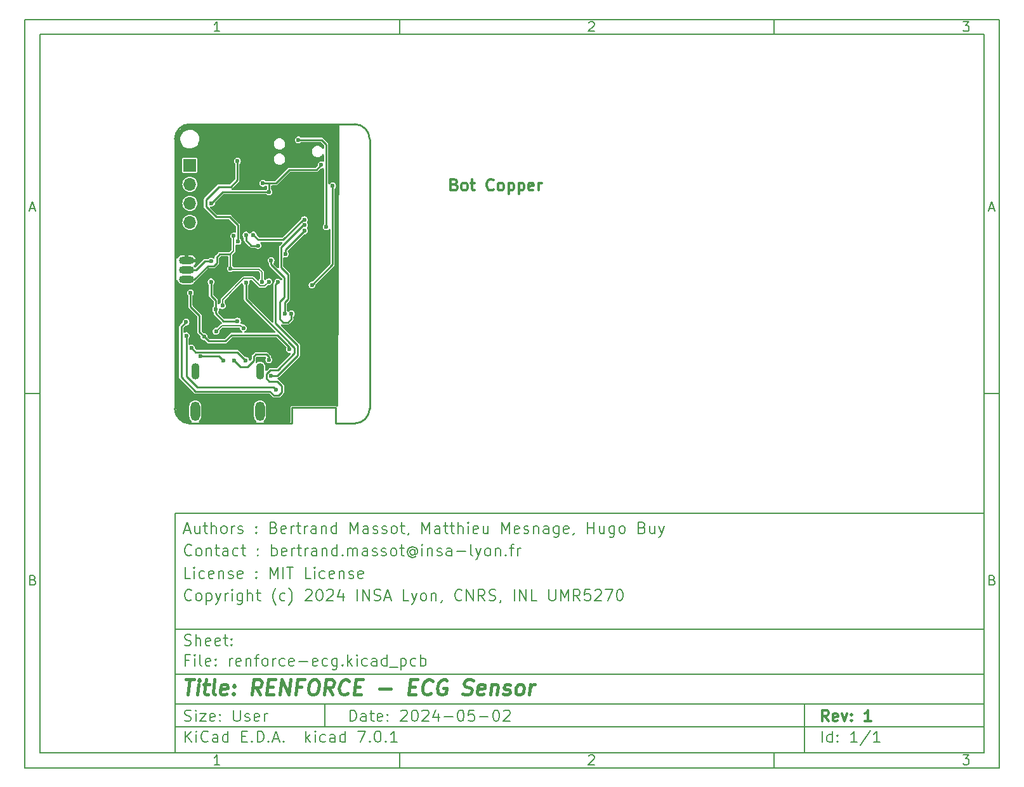
<source format=gbr>
%TF.GenerationSoftware,KiCad,Pcbnew,7.0.1*%
%TF.CreationDate,2024-08-21T14:43:30+02:00*%
%TF.ProjectId,renforce-ecg,72656e66-6f72-4636-952d-6563672e6b69,1*%
%TF.SameCoordinates,Original*%
%TF.FileFunction,Copper,L2,Bot*%
%TF.FilePolarity,Positive*%
%FSLAX46Y46*%
G04 Gerber Fmt 4.6, Leading zero omitted, Abs format (unit mm)*
G04 Created by KiCad (PCBNEW 7.0.1) date 2024-08-21 14:43:30*
%MOMM*%
%LPD*%
G01*
G04 APERTURE LIST*
%ADD10C,0.100000*%
%ADD11C,0.150000*%
%ADD12C,0.300000*%
%ADD13C,0.400000*%
%TA.AperFunction,NonConductor*%
%ADD14C,0.300000*%
%TD*%
%TA.AperFunction,ComponentPad*%
%ADD15O,2.032000X1.016000*%
%TD*%
%TA.AperFunction,ComponentPad*%
%ADD16O,1.100000X2.200000*%
%TD*%
%TA.AperFunction,ComponentPad*%
%ADD17O,1.300000X2.600000*%
%TD*%
%TA.AperFunction,ComponentPad*%
%ADD18R,1.700000X1.700000*%
%TD*%
%TA.AperFunction,ComponentPad*%
%ADD19O,1.700000X1.700000*%
%TD*%
%TA.AperFunction,ViaPad*%
%ADD20C,0.600000*%
%TD*%
%TA.AperFunction,Conductor*%
%ADD21C,0.254000*%
%TD*%
%TA.AperFunction,Conductor*%
%ADD22C,0.200000*%
%TD*%
%TA.AperFunction,Profile*%
%ADD23C,0.254000*%
%TD*%
G04 APERTURE END LIST*
D10*
D11*
X30012400Y-75989600D02*
X138012400Y-75989600D01*
X138012400Y-107989600D01*
X30012400Y-107989600D01*
X30012400Y-75989600D01*
D10*
D11*
X10000000Y-10000000D02*
X140012400Y-10000000D01*
X140012400Y-109989600D01*
X10000000Y-109989600D01*
X10000000Y-10000000D01*
D10*
D11*
X12000000Y-12000000D02*
X138012400Y-12000000D01*
X138012400Y-107989600D01*
X12000000Y-107989600D01*
X12000000Y-12000000D01*
D10*
D11*
X60000000Y-12000000D02*
X60000000Y-10000000D01*
D10*
D11*
X110000000Y-12000000D02*
X110000000Y-10000000D01*
D10*
D11*
X35990476Y-11601404D02*
X35247619Y-11601404D01*
X35619047Y-11601404D02*
X35619047Y-10301404D01*
X35619047Y-10301404D02*
X35495238Y-10487119D01*
X35495238Y-10487119D02*
X35371428Y-10610928D01*
X35371428Y-10610928D02*
X35247619Y-10672833D01*
D10*
D11*
X85247619Y-10425214D02*
X85309523Y-10363309D01*
X85309523Y-10363309D02*
X85433333Y-10301404D01*
X85433333Y-10301404D02*
X85742857Y-10301404D01*
X85742857Y-10301404D02*
X85866666Y-10363309D01*
X85866666Y-10363309D02*
X85928571Y-10425214D01*
X85928571Y-10425214D02*
X85990476Y-10549023D01*
X85990476Y-10549023D02*
X85990476Y-10672833D01*
X85990476Y-10672833D02*
X85928571Y-10858547D01*
X85928571Y-10858547D02*
X85185714Y-11601404D01*
X85185714Y-11601404D02*
X85990476Y-11601404D01*
D10*
D11*
X135185714Y-10301404D02*
X135990476Y-10301404D01*
X135990476Y-10301404D02*
X135557142Y-10796642D01*
X135557142Y-10796642D02*
X135742857Y-10796642D01*
X135742857Y-10796642D02*
X135866666Y-10858547D01*
X135866666Y-10858547D02*
X135928571Y-10920452D01*
X135928571Y-10920452D02*
X135990476Y-11044261D01*
X135990476Y-11044261D02*
X135990476Y-11353785D01*
X135990476Y-11353785D02*
X135928571Y-11477595D01*
X135928571Y-11477595D02*
X135866666Y-11539500D01*
X135866666Y-11539500D02*
X135742857Y-11601404D01*
X135742857Y-11601404D02*
X135371428Y-11601404D01*
X135371428Y-11601404D02*
X135247619Y-11539500D01*
X135247619Y-11539500D02*
X135185714Y-11477595D01*
D10*
D11*
X60000000Y-107989600D02*
X60000000Y-109989600D01*
D10*
D11*
X110000000Y-107989600D02*
X110000000Y-109989600D01*
D10*
D11*
X35990476Y-109591004D02*
X35247619Y-109591004D01*
X35619047Y-109591004D02*
X35619047Y-108291004D01*
X35619047Y-108291004D02*
X35495238Y-108476719D01*
X35495238Y-108476719D02*
X35371428Y-108600528D01*
X35371428Y-108600528D02*
X35247619Y-108662433D01*
D10*
D11*
X85247619Y-108414814D02*
X85309523Y-108352909D01*
X85309523Y-108352909D02*
X85433333Y-108291004D01*
X85433333Y-108291004D02*
X85742857Y-108291004D01*
X85742857Y-108291004D02*
X85866666Y-108352909D01*
X85866666Y-108352909D02*
X85928571Y-108414814D01*
X85928571Y-108414814D02*
X85990476Y-108538623D01*
X85990476Y-108538623D02*
X85990476Y-108662433D01*
X85990476Y-108662433D02*
X85928571Y-108848147D01*
X85928571Y-108848147D02*
X85185714Y-109591004D01*
X85185714Y-109591004D02*
X85990476Y-109591004D01*
D10*
D11*
X135185714Y-108291004D02*
X135990476Y-108291004D01*
X135990476Y-108291004D02*
X135557142Y-108786242D01*
X135557142Y-108786242D02*
X135742857Y-108786242D01*
X135742857Y-108786242D02*
X135866666Y-108848147D01*
X135866666Y-108848147D02*
X135928571Y-108910052D01*
X135928571Y-108910052D02*
X135990476Y-109033861D01*
X135990476Y-109033861D02*
X135990476Y-109343385D01*
X135990476Y-109343385D02*
X135928571Y-109467195D01*
X135928571Y-109467195D02*
X135866666Y-109529100D01*
X135866666Y-109529100D02*
X135742857Y-109591004D01*
X135742857Y-109591004D02*
X135371428Y-109591004D01*
X135371428Y-109591004D02*
X135247619Y-109529100D01*
X135247619Y-109529100D02*
X135185714Y-109467195D01*
D10*
D11*
X10000000Y-60000000D02*
X12000000Y-60000000D01*
D10*
D11*
X10690476Y-35229976D02*
X11309523Y-35229976D01*
X10566666Y-35601404D02*
X10999999Y-34301404D01*
X10999999Y-34301404D02*
X11433333Y-35601404D01*
D10*
D11*
X11092857Y-84920452D02*
X11278571Y-84982357D01*
X11278571Y-84982357D02*
X11340476Y-85044261D01*
X11340476Y-85044261D02*
X11402380Y-85168071D01*
X11402380Y-85168071D02*
X11402380Y-85353785D01*
X11402380Y-85353785D02*
X11340476Y-85477595D01*
X11340476Y-85477595D02*
X11278571Y-85539500D01*
X11278571Y-85539500D02*
X11154761Y-85601404D01*
X11154761Y-85601404D02*
X10659523Y-85601404D01*
X10659523Y-85601404D02*
X10659523Y-84301404D01*
X10659523Y-84301404D02*
X11092857Y-84301404D01*
X11092857Y-84301404D02*
X11216666Y-84363309D01*
X11216666Y-84363309D02*
X11278571Y-84425214D01*
X11278571Y-84425214D02*
X11340476Y-84549023D01*
X11340476Y-84549023D02*
X11340476Y-84672833D01*
X11340476Y-84672833D02*
X11278571Y-84796642D01*
X11278571Y-84796642D02*
X11216666Y-84858547D01*
X11216666Y-84858547D02*
X11092857Y-84920452D01*
X11092857Y-84920452D02*
X10659523Y-84920452D01*
D10*
D11*
X140012400Y-60000000D02*
X138012400Y-60000000D01*
D10*
D11*
X138702876Y-35229976D02*
X139321923Y-35229976D01*
X138579066Y-35601404D02*
X139012399Y-34301404D01*
X139012399Y-34301404D02*
X139445733Y-35601404D01*
D10*
D11*
X139105257Y-84920452D02*
X139290971Y-84982357D01*
X139290971Y-84982357D02*
X139352876Y-85044261D01*
X139352876Y-85044261D02*
X139414780Y-85168071D01*
X139414780Y-85168071D02*
X139414780Y-85353785D01*
X139414780Y-85353785D02*
X139352876Y-85477595D01*
X139352876Y-85477595D02*
X139290971Y-85539500D01*
X139290971Y-85539500D02*
X139167161Y-85601404D01*
X139167161Y-85601404D02*
X138671923Y-85601404D01*
X138671923Y-85601404D02*
X138671923Y-84301404D01*
X138671923Y-84301404D02*
X139105257Y-84301404D01*
X139105257Y-84301404D02*
X139229066Y-84363309D01*
X139229066Y-84363309D02*
X139290971Y-84425214D01*
X139290971Y-84425214D02*
X139352876Y-84549023D01*
X139352876Y-84549023D02*
X139352876Y-84672833D01*
X139352876Y-84672833D02*
X139290971Y-84796642D01*
X139290971Y-84796642D02*
X139229066Y-84858547D01*
X139229066Y-84858547D02*
X139105257Y-84920452D01*
X139105257Y-84920452D02*
X138671923Y-84920452D01*
D10*
D11*
X53369542Y-103783528D02*
X53369542Y-102283528D01*
X53369542Y-102283528D02*
X53726685Y-102283528D01*
X53726685Y-102283528D02*
X53940971Y-102354957D01*
X53940971Y-102354957D02*
X54083828Y-102497814D01*
X54083828Y-102497814D02*
X54155257Y-102640671D01*
X54155257Y-102640671D02*
X54226685Y-102926385D01*
X54226685Y-102926385D02*
X54226685Y-103140671D01*
X54226685Y-103140671D02*
X54155257Y-103426385D01*
X54155257Y-103426385D02*
X54083828Y-103569242D01*
X54083828Y-103569242D02*
X53940971Y-103712100D01*
X53940971Y-103712100D02*
X53726685Y-103783528D01*
X53726685Y-103783528D02*
X53369542Y-103783528D01*
X55512400Y-103783528D02*
X55512400Y-102997814D01*
X55512400Y-102997814D02*
X55440971Y-102854957D01*
X55440971Y-102854957D02*
X55298114Y-102783528D01*
X55298114Y-102783528D02*
X55012400Y-102783528D01*
X55012400Y-102783528D02*
X54869542Y-102854957D01*
X55512400Y-103712100D02*
X55369542Y-103783528D01*
X55369542Y-103783528D02*
X55012400Y-103783528D01*
X55012400Y-103783528D02*
X54869542Y-103712100D01*
X54869542Y-103712100D02*
X54798114Y-103569242D01*
X54798114Y-103569242D02*
X54798114Y-103426385D01*
X54798114Y-103426385D02*
X54869542Y-103283528D01*
X54869542Y-103283528D02*
X55012400Y-103212100D01*
X55012400Y-103212100D02*
X55369542Y-103212100D01*
X55369542Y-103212100D02*
X55512400Y-103140671D01*
X56012400Y-102783528D02*
X56583828Y-102783528D01*
X56226685Y-102283528D02*
X56226685Y-103569242D01*
X56226685Y-103569242D02*
X56298114Y-103712100D01*
X56298114Y-103712100D02*
X56440971Y-103783528D01*
X56440971Y-103783528D02*
X56583828Y-103783528D01*
X57655257Y-103712100D02*
X57512400Y-103783528D01*
X57512400Y-103783528D02*
X57226686Y-103783528D01*
X57226686Y-103783528D02*
X57083828Y-103712100D01*
X57083828Y-103712100D02*
X57012400Y-103569242D01*
X57012400Y-103569242D02*
X57012400Y-102997814D01*
X57012400Y-102997814D02*
X57083828Y-102854957D01*
X57083828Y-102854957D02*
X57226686Y-102783528D01*
X57226686Y-102783528D02*
X57512400Y-102783528D01*
X57512400Y-102783528D02*
X57655257Y-102854957D01*
X57655257Y-102854957D02*
X57726686Y-102997814D01*
X57726686Y-102997814D02*
X57726686Y-103140671D01*
X57726686Y-103140671D02*
X57012400Y-103283528D01*
X58369542Y-103640671D02*
X58440971Y-103712100D01*
X58440971Y-103712100D02*
X58369542Y-103783528D01*
X58369542Y-103783528D02*
X58298114Y-103712100D01*
X58298114Y-103712100D02*
X58369542Y-103640671D01*
X58369542Y-103640671D02*
X58369542Y-103783528D01*
X58369542Y-102854957D02*
X58440971Y-102926385D01*
X58440971Y-102926385D02*
X58369542Y-102997814D01*
X58369542Y-102997814D02*
X58298114Y-102926385D01*
X58298114Y-102926385D02*
X58369542Y-102854957D01*
X58369542Y-102854957D02*
X58369542Y-102997814D01*
X60155257Y-102426385D02*
X60226685Y-102354957D01*
X60226685Y-102354957D02*
X60369543Y-102283528D01*
X60369543Y-102283528D02*
X60726685Y-102283528D01*
X60726685Y-102283528D02*
X60869543Y-102354957D01*
X60869543Y-102354957D02*
X60940971Y-102426385D01*
X60940971Y-102426385D02*
X61012400Y-102569242D01*
X61012400Y-102569242D02*
X61012400Y-102712100D01*
X61012400Y-102712100D02*
X60940971Y-102926385D01*
X60940971Y-102926385D02*
X60083828Y-103783528D01*
X60083828Y-103783528D02*
X61012400Y-103783528D01*
X61940971Y-102283528D02*
X62083828Y-102283528D01*
X62083828Y-102283528D02*
X62226685Y-102354957D01*
X62226685Y-102354957D02*
X62298114Y-102426385D01*
X62298114Y-102426385D02*
X62369542Y-102569242D01*
X62369542Y-102569242D02*
X62440971Y-102854957D01*
X62440971Y-102854957D02*
X62440971Y-103212100D01*
X62440971Y-103212100D02*
X62369542Y-103497814D01*
X62369542Y-103497814D02*
X62298114Y-103640671D01*
X62298114Y-103640671D02*
X62226685Y-103712100D01*
X62226685Y-103712100D02*
X62083828Y-103783528D01*
X62083828Y-103783528D02*
X61940971Y-103783528D01*
X61940971Y-103783528D02*
X61798114Y-103712100D01*
X61798114Y-103712100D02*
X61726685Y-103640671D01*
X61726685Y-103640671D02*
X61655256Y-103497814D01*
X61655256Y-103497814D02*
X61583828Y-103212100D01*
X61583828Y-103212100D02*
X61583828Y-102854957D01*
X61583828Y-102854957D02*
X61655256Y-102569242D01*
X61655256Y-102569242D02*
X61726685Y-102426385D01*
X61726685Y-102426385D02*
X61798114Y-102354957D01*
X61798114Y-102354957D02*
X61940971Y-102283528D01*
X63012399Y-102426385D02*
X63083827Y-102354957D01*
X63083827Y-102354957D02*
X63226685Y-102283528D01*
X63226685Y-102283528D02*
X63583827Y-102283528D01*
X63583827Y-102283528D02*
X63726685Y-102354957D01*
X63726685Y-102354957D02*
X63798113Y-102426385D01*
X63798113Y-102426385D02*
X63869542Y-102569242D01*
X63869542Y-102569242D02*
X63869542Y-102712100D01*
X63869542Y-102712100D02*
X63798113Y-102926385D01*
X63798113Y-102926385D02*
X62940970Y-103783528D01*
X62940970Y-103783528D02*
X63869542Y-103783528D01*
X65155256Y-102783528D02*
X65155256Y-103783528D01*
X64798113Y-102212100D02*
X64440970Y-103283528D01*
X64440970Y-103283528D02*
X65369541Y-103283528D01*
X65940969Y-103212100D02*
X67083827Y-103212100D01*
X68083827Y-102283528D02*
X68226684Y-102283528D01*
X68226684Y-102283528D02*
X68369541Y-102354957D01*
X68369541Y-102354957D02*
X68440970Y-102426385D01*
X68440970Y-102426385D02*
X68512398Y-102569242D01*
X68512398Y-102569242D02*
X68583827Y-102854957D01*
X68583827Y-102854957D02*
X68583827Y-103212100D01*
X68583827Y-103212100D02*
X68512398Y-103497814D01*
X68512398Y-103497814D02*
X68440970Y-103640671D01*
X68440970Y-103640671D02*
X68369541Y-103712100D01*
X68369541Y-103712100D02*
X68226684Y-103783528D01*
X68226684Y-103783528D02*
X68083827Y-103783528D01*
X68083827Y-103783528D02*
X67940970Y-103712100D01*
X67940970Y-103712100D02*
X67869541Y-103640671D01*
X67869541Y-103640671D02*
X67798112Y-103497814D01*
X67798112Y-103497814D02*
X67726684Y-103212100D01*
X67726684Y-103212100D02*
X67726684Y-102854957D01*
X67726684Y-102854957D02*
X67798112Y-102569242D01*
X67798112Y-102569242D02*
X67869541Y-102426385D01*
X67869541Y-102426385D02*
X67940970Y-102354957D01*
X67940970Y-102354957D02*
X68083827Y-102283528D01*
X69940969Y-102283528D02*
X69226683Y-102283528D01*
X69226683Y-102283528D02*
X69155255Y-102997814D01*
X69155255Y-102997814D02*
X69226683Y-102926385D01*
X69226683Y-102926385D02*
X69369541Y-102854957D01*
X69369541Y-102854957D02*
X69726683Y-102854957D01*
X69726683Y-102854957D02*
X69869541Y-102926385D01*
X69869541Y-102926385D02*
X69940969Y-102997814D01*
X69940969Y-102997814D02*
X70012398Y-103140671D01*
X70012398Y-103140671D02*
X70012398Y-103497814D01*
X70012398Y-103497814D02*
X69940969Y-103640671D01*
X69940969Y-103640671D02*
X69869541Y-103712100D01*
X69869541Y-103712100D02*
X69726683Y-103783528D01*
X69726683Y-103783528D02*
X69369541Y-103783528D01*
X69369541Y-103783528D02*
X69226683Y-103712100D01*
X69226683Y-103712100D02*
X69155255Y-103640671D01*
X70655254Y-103212100D02*
X71798112Y-103212100D01*
X72798112Y-102283528D02*
X72940969Y-102283528D01*
X72940969Y-102283528D02*
X73083826Y-102354957D01*
X73083826Y-102354957D02*
X73155255Y-102426385D01*
X73155255Y-102426385D02*
X73226683Y-102569242D01*
X73226683Y-102569242D02*
X73298112Y-102854957D01*
X73298112Y-102854957D02*
X73298112Y-103212100D01*
X73298112Y-103212100D02*
X73226683Y-103497814D01*
X73226683Y-103497814D02*
X73155255Y-103640671D01*
X73155255Y-103640671D02*
X73083826Y-103712100D01*
X73083826Y-103712100D02*
X72940969Y-103783528D01*
X72940969Y-103783528D02*
X72798112Y-103783528D01*
X72798112Y-103783528D02*
X72655255Y-103712100D01*
X72655255Y-103712100D02*
X72583826Y-103640671D01*
X72583826Y-103640671D02*
X72512397Y-103497814D01*
X72512397Y-103497814D02*
X72440969Y-103212100D01*
X72440969Y-103212100D02*
X72440969Y-102854957D01*
X72440969Y-102854957D02*
X72512397Y-102569242D01*
X72512397Y-102569242D02*
X72583826Y-102426385D01*
X72583826Y-102426385D02*
X72655255Y-102354957D01*
X72655255Y-102354957D02*
X72798112Y-102283528D01*
X73869540Y-102426385D02*
X73940968Y-102354957D01*
X73940968Y-102354957D02*
X74083826Y-102283528D01*
X74083826Y-102283528D02*
X74440968Y-102283528D01*
X74440968Y-102283528D02*
X74583826Y-102354957D01*
X74583826Y-102354957D02*
X74655254Y-102426385D01*
X74655254Y-102426385D02*
X74726683Y-102569242D01*
X74726683Y-102569242D02*
X74726683Y-102712100D01*
X74726683Y-102712100D02*
X74655254Y-102926385D01*
X74655254Y-102926385D02*
X73798111Y-103783528D01*
X73798111Y-103783528D02*
X74726683Y-103783528D01*
D10*
D11*
X30012400Y-104489600D02*
X138012400Y-104489600D01*
D10*
D11*
X31369542Y-106583528D02*
X31369542Y-105083528D01*
X32226685Y-106583528D02*
X31583828Y-105726385D01*
X32226685Y-105083528D02*
X31369542Y-105940671D01*
X32869542Y-106583528D02*
X32869542Y-105583528D01*
X32869542Y-105083528D02*
X32798114Y-105154957D01*
X32798114Y-105154957D02*
X32869542Y-105226385D01*
X32869542Y-105226385D02*
X32940971Y-105154957D01*
X32940971Y-105154957D02*
X32869542Y-105083528D01*
X32869542Y-105083528D02*
X32869542Y-105226385D01*
X34440971Y-106440671D02*
X34369543Y-106512100D01*
X34369543Y-106512100D02*
X34155257Y-106583528D01*
X34155257Y-106583528D02*
X34012400Y-106583528D01*
X34012400Y-106583528D02*
X33798114Y-106512100D01*
X33798114Y-106512100D02*
X33655257Y-106369242D01*
X33655257Y-106369242D02*
X33583828Y-106226385D01*
X33583828Y-106226385D02*
X33512400Y-105940671D01*
X33512400Y-105940671D02*
X33512400Y-105726385D01*
X33512400Y-105726385D02*
X33583828Y-105440671D01*
X33583828Y-105440671D02*
X33655257Y-105297814D01*
X33655257Y-105297814D02*
X33798114Y-105154957D01*
X33798114Y-105154957D02*
X34012400Y-105083528D01*
X34012400Y-105083528D02*
X34155257Y-105083528D01*
X34155257Y-105083528D02*
X34369543Y-105154957D01*
X34369543Y-105154957D02*
X34440971Y-105226385D01*
X35726686Y-106583528D02*
X35726686Y-105797814D01*
X35726686Y-105797814D02*
X35655257Y-105654957D01*
X35655257Y-105654957D02*
X35512400Y-105583528D01*
X35512400Y-105583528D02*
X35226686Y-105583528D01*
X35226686Y-105583528D02*
X35083828Y-105654957D01*
X35726686Y-106512100D02*
X35583828Y-106583528D01*
X35583828Y-106583528D02*
X35226686Y-106583528D01*
X35226686Y-106583528D02*
X35083828Y-106512100D01*
X35083828Y-106512100D02*
X35012400Y-106369242D01*
X35012400Y-106369242D02*
X35012400Y-106226385D01*
X35012400Y-106226385D02*
X35083828Y-106083528D01*
X35083828Y-106083528D02*
X35226686Y-106012100D01*
X35226686Y-106012100D02*
X35583828Y-106012100D01*
X35583828Y-106012100D02*
X35726686Y-105940671D01*
X37083829Y-106583528D02*
X37083829Y-105083528D01*
X37083829Y-106512100D02*
X36940971Y-106583528D01*
X36940971Y-106583528D02*
X36655257Y-106583528D01*
X36655257Y-106583528D02*
X36512400Y-106512100D01*
X36512400Y-106512100D02*
X36440971Y-106440671D01*
X36440971Y-106440671D02*
X36369543Y-106297814D01*
X36369543Y-106297814D02*
X36369543Y-105869242D01*
X36369543Y-105869242D02*
X36440971Y-105726385D01*
X36440971Y-105726385D02*
X36512400Y-105654957D01*
X36512400Y-105654957D02*
X36655257Y-105583528D01*
X36655257Y-105583528D02*
X36940971Y-105583528D01*
X36940971Y-105583528D02*
X37083829Y-105654957D01*
X38940971Y-105797814D02*
X39440971Y-105797814D01*
X39655257Y-106583528D02*
X38940971Y-106583528D01*
X38940971Y-106583528D02*
X38940971Y-105083528D01*
X38940971Y-105083528D02*
X39655257Y-105083528D01*
X40298114Y-106440671D02*
X40369543Y-106512100D01*
X40369543Y-106512100D02*
X40298114Y-106583528D01*
X40298114Y-106583528D02*
X40226686Y-106512100D01*
X40226686Y-106512100D02*
X40298114Y-106440671D01*
X40298114Y-106440671D02*
X40298114Y-106583528D01*
X41012400Y-106583528D02*
X41012400Y-105083528D01*
X41012400Y-105083528D02*
X41369543Y-105083528D01*
X41369543Y-105083528D02*
X41583829Y-105154957D01*
X41583829Y-105154957D02*
X41726686Y-105297814D01*
X41726686Y-105297814D02*
X41798115Y-105440671D01*
X41798115Y-105440671D02*
X41869543Y-105726385D01*
X41869543Y-105726385D02*
X41869543Y-105940671D01*
X41869543Y-105940671D02*
X41798115Y-106226385D01*
X41798115Y-106226385D02*
X41726686Y-106369242D01*
X41726686Y-106369242D02*
X41583829Y-106512100D01*
X41583829Y-106512100D02*
X41369543Y-106583528D01*
X41369543Y-106583528D02*
X41012400Y-106583528D01*
X42512400Y-106440671D02*
X42583829Y-106512100D01*
X42583829Y-106512100D02*
X42512400Y-106583528D01*
X42512400Y-106583528D02*
X42440972Y-106512100D01*
X42440972Y-106512100D02*
X42512400Y-106440671D01*
X42512400Y-106440671D02*
X42512400Y-106583528D01*
X43155258Y-106154957D02*
X43869544Y-106154957D01*
X43012401Y-106583528D02*
X43512401Y-105083528D01*
X43512401Y-105083528D02*
X44012401Y-106583528D01*
X44512400Y-106440671D02*
X44583829Y-106512100D01*
X44583829Y-106512100D02*
X44512400Y-106583528D01*
X44512400Y-106583528D02*
X44440972Y-106512100D01*
X44440972Y-106512100D02*
X44512400Y-106440671D01*
X44512400Y-106440671D02*
X44512400Y-106583528D01*
X47512400Y-106583528D02*
X47512400Y-105083528D01*
X47655258Y-106012100D02*
X48083829Y-106583528D01*
X48083829Y-105583528D02*
X47512400Y-106154957D01*
X48726686Y-106583528D02*
X48726686Y-105583528D01*
X48726686Y-105083528D02*
X48655258Y-105154957D01*
X48655258Y-105154957D02*
X48726686Y-105226385D01*
X48726686Y-105226385D02*
X48798115Y-105154957D01*
X48798115Y-105154957D02*
X48726686Y-105083528D01*
X48726686Y-105083528D02*
X48726686Y-105226385D01*
X50083830Y-106512100D02*
X49940972Y-106583528D01*
X49940972Y-106583528D02*
X49655258Y-106583528D01*
X49655258Y-106583528D02*
X49512401Y-106512100D01*
X49512401Y-106512100D02*
X49440972Y-106440671D01*
X49440972Y-106440671D02*
X49369544Y-106297814D01*
X49369544Y-106297814D02*
X49369544Y-105869242D01*
X49369544Y-105869242D02*
X49440972Y-105726385D01*
X49440972Y-105726385D02*
X49512401Y-105654957D01*
X49512401Y-105654957D02*
X49655258Y-105583528D01*
X49655258Y-105583528D02*
X49940972Y-105583528D01*
X49940972Y-105583528D02*
X50083830Y-105654957D01*
X51369544Y-106583528D02*
X51369544Y-105797814D01*
X51369544Y-105797814D02*
X51298115Y-105654957D01*
X51298115Y-105654957D02*
X51155258Y-105583528D01*
X51155258Y-105583528D02*
X50869544Y-105583528D01*
X50869544Y-105583528D02*
X50726686Y-105654957D01*
X51369544Y-106512100D02*
X51226686Y-106583528D01*
X51226686Y-106583528D02*
X50869544Y-106583528D01*
X50869544Y-106583528D02*
X50726686Y-106512100D01*
X50726686Y-106512100D02*
X50655258Y-106369242D01*
X50655258Y-106369242D02*
X50655258Y-106226385D01*
X50655258Y-106226385D02*
X50726686Y-106083528D01*
X50726686Y-106083528D02*
X50869544Y-106012100D01*
X50869544Y-106012100D02*
X51226686Y-106012100D01*
X51226686Y-106012100D02*
X51369544Y-105940671D01*
X52726687Y-106583528D02*
X52726687Y-105083528D01*
X52726687Y-106512100D02*
X52583829Y-106583528D01*
X52583829Y-106583528D02*
X52298115Y-106583528D01*
X52298115Y-106583528D02*
X52155258Y-106512100D01*
X52155258Y-106512100D02*
X52083829Y-106440671D01*
X52083829Y-106440671D02*
X52012401Y-106297814D01*
X52012401Y-106297814D02*
X52012401Y-105869242D01*
X52012401Y-105869242D02*
X52083829Y-105726385D01*
X52083829Y-105726385D02*
X52155258Y-105654957D01*
X52155258Y-105654957D02*
X52298115Y-105583528D01*
X52298115Y-105583528D02*
X52583829Y-105583528D01*
X52583829Y-105583528D02*
X52726687Y-105654957D01*
X54440972Y-105083528D02*
X55440972Y-105083528D01*
X55440972Y-105083528D02*
X54798115Y-106583528D01*
X56012400Y-106440671D02*
X56083829Y-106512100D01*
X56083829Y-106512100D02*
X56012400Y-106583528D01*
X56012400Y-106583528D02*
X55940972Y-106512100D01*
X55940972Y-106512100D02*
X56012400Y-106440671D01*
X56012400Y-106440671D02*
X56012400Y-106583528D01*
X57012401Y-105083528D02*
X57155258Y-105083528D01*
X57155258Y-105083528D02*
X57298115Y-105154957D01*
X57298115Y-105154957D02*
X57369544Y-105226385D01*
X57369544Y-105226385D02*
X57440972Y-105369242D01*
X57440972Y-105369242D02*
X57512401Y-105654957D01*
X57512401Y-105654957D02*
X57512401Y-106012100D01*
X57512401Y-106012100D02*
X57440972Y-106297814D01*
X57440972Y-106297814D02*
X57369544Y-106440671D01*
X57369544Y-106440671D02*
X57298115Y-106512100D01*
X57298115Y-106512100D02*
X57155258Y-106583528D01*
X57155258Y-106583528D02*
X57012401Y-106583528D01*
X57012401Y-106583528D02*
X56869544Y-106512100D01*
X56869544Y-106512100D02*
X56798115Y-106440671D01*
X56798115Y-106440671D02*
X56726686Y-106297814D01*
X56726686Y-106297814D02*
X56655258Y-106012100D01*
X56655258Y-106012100D02*
X56655258Y-105654957D01*
X56655258Y-105654957D02*
X56726686Y-105369242D01*
X56726686Y-105369242D02*
X56798115Y-105226385D01*
X56798115Y-105226385D02*
X56869544Y-105154957D01*
X56869544Y-105154957D02*
X57012401Y-105083528D01*
X58155257Y-106440671D02*
X58226686Y-106512100D01*
X58226686Y-106512100D02*
X58155257Y-106583528D01*
X58155257Y-106583528D02*
X58083829Y-106512100D01*
X58083829Y-106512100D02*
X58155257Y-106440671D01*
X58155257Y-106440671D02*
X58155257Y-106583528D01*
X59655258Y-106583528D02*
X58798115Y-106583528D01*
X59226686Y-106583528D02*
X59226686Y-105083528D01*
X59226686Y-105083528D02*
X59083829Y-105297814D01*
X59083829Y-105297814D02*
X58940972Y-105440671D01*
X58940972Y-105440671D02*
X58798115Y-105512100D01*
D10*
D11*
X30012400Y-101489600D02*
X138012400Y-101489600D01*
D10*
D12*
X117226685Y-103783528D02*
X116726685Y-103069242D01*
X116369542Y-103783528D02*
X116369542Y-102283528D01*
X116369542Y-102283528D02*
X116940971Y-102283528D01*
X116940971Y-102283528D02*
X117083828Y-102354957D01*
X117083828Y-102354957D02*
X117155257Y-102426385D01*
X117155257Y-102426385D02*
X117226685Y-102569242D01*
X117226685Y-102569242D02*
X117226685Y-102783528D01*
X117226685Y-102783528D02*
X117155257Y-102926385D01*
X117155257Y-102926385D02*
X117083828Y-102997814D01*
X117083828Y-102997814D02*
X116940971Y-103069242D01*
X116940971Y-103069242D02*
X116369542Y-103069242D01*
X118440971Y-103712100D02*
X118298114Y-103783528D01*
X118298114Y-103783528D02*
X118012400Y-103783528D01*
X118012400Y-103783528D02*
X117869542Y-103712100D01*
X117869542Y-103712100D02*
X117798114Y-103569242D01*
X117798114Y-103569242D02*
X117798114Y-102997814D01*
X117798114Y-102997814D02*
X117869542Y-102854957D01*
X117869542Y-102854957D02*
X118012400Y-102783528D01*
X118012400Y-102783528D02*
X118298114Y-102783528D01*
X118298114Y-102783528D02*
X118440971Y-102854957D01*
X118440971Y-102854957D02*
X118512400Y-102997814D01*
X118512400Y-102997814D02*
X118512400Y-103140671D01*
X118512400Y-103140671D02*
X117798114Y-103283528D01*
X119012399Y-102783528D02*
X119369542Y-103783528D01*
X119369542Y-103783528D02*
X119726685Y-102783528D01*
X120298113Y-103640671D02*
X120369542Y-103712100D01*
X120369542Y-103712100D02*
X120298113Y-103783528D01*
X120298113Y-103783528D02*
X120226685Y-103712100D01*
X120226685Y-103712100D02*
X120298113Y-103640671D01*
X120298113Y-103640671D02*
X120298113Y-103783528D01*
X120298113Y-102854957D02*
X120369542Y-102926385D01*
X120369542Y-102926385D02*
X120298113Y-102997814D01*
X120298113Y-102997814D02*
X120226685Y-102926385D01*
X120226685Y-102926385D02*
X120298113Y-102854957D01*
X120298113Y-102854957D02*
X120298113Y-102997814D01*
X122940971Y-103783528D02*
X122083828Y-103783528D01*
X122512399Y-103783528D02*
X122512399Y-102283528D01*
X122512399Y-102283528D02*
X122369542Y-102497814D01*
X122369542Y-102497814D02*
X122226685Y-102640671D01*
X122226685Y-102640671D02*
X122083828Y-102712100D01*
D10*
D11*
X31298114Y-103712100D02*
X31512400Y-103783528D01*
X31512400Y-103783528D02*
X31869542Y-103783528D01*
X31869542Y-103783528D02*
X32012400Y-103712100D01*
X32012400Y-103712100D02*
X32083828Y-103640671D01*
X32083828Y-103640671D02*
X32155257Y-103497814D01*
X32155257Y-103497814D02*
X32155257Y-103354957D01*
X32155257Y-103354957D02*
X32083828Y-103212100D01*
X32083828Y-103212100D02*
X32012400Y-103140671D01*
X32012400Y-103140671D02*
X31869542Y-103069242D01*
X31869542Y-103069242D02*
X31583828Y-102997814D01*
X31583828Y-102997814D02*
X31440971Y-102926385D01*
X31440971Y-102926385D02*
X31369542Y-102854957D01*
X31369542Y-102854957D02*
X31298114Y-102712100D01*
X31298114Y-102712100D02*
X31298114Y-102569242D01*
X31298114Y-102569242D02*
X31369542Y-102426385D01*
X31369542Y-102426385D02*
X31440971Y-102354957D01*
X31440971Y-102354957D02*
X31583828Y-102283528D01*
X31583828Y-102283528D02*
X31940971Y-102283528D01*
X31940971Y-102283528D02*
X32155257Y-102354957D01*
X32798113Y-103783528D02*
X32798113Y-102783528D01*
X32798113Y-102283528D02*
X32726685Y-102354957D01*
X32726685Y-102354957D02*
X32798113Y-102426385D01*
X32798113Y-102426385D02*
X32869542Y-102354957D01*
X32869542Y-102354957D02*
X32798113Y-102283528D01*
X32798113Y-102283528D02*
X32798113Y-102426385D01*
X33369542Y-102783528D02*
X34155257Y-102783528D01*
X34155257Y-102783528D02*
X33369542Y-103783528D01*
X33369542Y-103783528D02*
X34155257Y-103783528D01*
X35298114Y-103712100D02*
X35155257Y-103783528D01*
X35155257Y-103783528D02*
X34869543Y-103783528D01*
X34869543Y-103783528D02*
X34726685Y-103712100D01*
X34726685Y-103712100D02*
X34655257Y-103569242D01*
X34655257Y-103569242D02*
X34655257Y-102997814D01*
X34655257Y-102997814D02*
X34726685Y-102854957D01*
X34726685Y-102854957D02*
X34869543Y-102783528D01*
X34869543Y-102783528D02*
X35155257Y-102783528D01*
X35155257Y-102783528D02*
X35298114Y-102854957D01*
X35298114Y-102854957D02*
X35369543Y-102997814D01*
X35369543Y-102997814D02*
X35369543Y-103140671D01*
X35369543Y-103140671D02*
X34655257Y-103283528D01*
X36012399Y-103640671D02*
X36083828Y-103712100D01*
X36083828Y-103712100D02*
X36012399Y-103783528D01*
X36012399Y-103783528D02*
X35940971Y-103712100D01*
X35940971Y-103712100D02*
X36012399Y-103640671D01*
X36012399Y-103640671D02*
X36012399Y-103783528D01*
X36012399Y-102854957D02*
X36083828Y-102926385D01*
X36083828Y-102926385D02*
X36012399Y-102997814D01*
X36012399Y-102997814D02*
X35940971Y-102926385D01*
X35940971Y-102926385D02*
X36012399Y-102854957D01*
X36012399Y-102854957D02*
X36012399Y-102997814D01*
X37869542Y-102283528D02*
X37869542Y-103497814D01*
X37869542Y-103497814D02*
X37940971Y-103640671D01*
X37940971Y-103640671D02*
X38012400Y-103712100D01*
X38012400Y-103712100D02*
X38155257Y-103783528D01*
X38155257Y-103783528D02*
X38440971Y-103783528D01*
X38440971Y-103783528D02*
X38583828Y-103712100D01*
X38583828Y-103712100D02*
X38655257Y-103640671D01*
X38655257Y-103640671D02*
X38726685Y-103497814D01*
X38726685Y-103497814D02*
X38726685Y-102283528D01*
X39369543Y-103712100D02*
X39512400Y-103783528D01*
X39512400Y-103783528D02*
X39798114Y-103783528D01*
X39798114Y-103783528D02*
X39940971Y-103712100D01*
X39940971Y-103712100D02*
X40012400Y-103569242D01*
X40012400Y-103569242D02*
X40012400Y-103497814D01*
X40012400Y-103497814D02*
X39940971Y-103354957D01*
X39940971Y-103354957D02*
X39798114Y-103283528D01*
X39798114Y-103283528D02*
X39583829Y-103283528D01*
X39583829Y-103283528D02*
X39440971Y-103212100D01*
X39440971Y-103212100D02*
X39369543Y-103069242D01*
X39369543Y-103069242D02*
X39369543Y-102997814D01*
X39369543Y-102997814D02*
X39440971Y-102854957D01*
X39440971Y-102854957D02*
X39583829Y-102783528D01*
X39583829Y-102783528D02*
X39798114Y-102783528D01*
X39798114Y-102783528D02*
X39940971Y-102854957D01*
X41226686Y-103712100D02*
X41083829Y-103783528D01*
X41083829Y-103783528D02*
X40798115Y-103783528D01*
X40798115Y-103783528D02*
X40655257Y-103712100D01*
X40655257Y-103712100D02*
X40583829Y-103569242D01*
X40583829Y-103569242D02*
X40583829Y-102997814D01*
X40583829Y-102997814D02*
X40655257Y-102854957D01*
X40655257Y-102854957D02*
X40798115Y-102783528D01*
X40798115Y-102783528D02*
X41083829Y-102783528D01*
X41083829Y-102783528D02*
X41226686Y-102854957D01*
X41226686Y-102854957D02*
X41298115Y-102997814D01*
X41298115Y-102997814D02*
X41298115Y-103140671D01*
X41298115Y-103140671D02*
X40583829Y-103283528D01*
X41940971Y-103783528D02*
X41940971Y-102783528D01*
X41940971Y-103069242D02*
X42012400Y-102926385D01*
X42012400Y-102926385D02*
X42083829Y-102854957D01*
X42083829Y-102854957D02*
X42226686Y-102783528D01*
X42226686Y-102783528D02*
X42369543Y-102783528D01*
D10*
D11*
X116369542Y-106583528D02*
X116369542Y-105083528D01*
X117726686Y-106583528D02*
X117726686Y-105083528D01*
X117726686Y-106512100D02*
X117583828Y-106583528D01*
X117583828Y-106583528D02*
X117298114Y-106583528D01*
X117298114Y-106583528D02*
X117155257Y-106512100D01*
X117155257Y-106512100D02*
X117083828Y-106440671D01*
X117083828Y-106440671D02*
X117012400Y-106297814D01*
X117012400Y-106297814D02*
X117012400Y-105869242D01*
X117012400Y-105869242D02*
X117083828Y-105726385D01*
X117083828Y-105726385D02*
X117155257Y-105654957D01*
X117155257Y-105654957D02*
X117298114Y-105583528D01*
X117298114Y-105583528D02*
X117583828Y-105583528D01*
X117583828Y-105583528D02*
X117726686Y-105654957D01*
X118440971Y-106440671D02*
X118512400Y-106512100D01*
X118512400Y-106512100D02*
X118440971Y-106583528D01*
X118440971Y-106583528D02*
X118369543Y-106512100D01*
X118369543Y-106512100D02*
X118440971Y-106440671D01*
X118440971Y-106440671D02*
X118440971Y-106583528D01*
X118440971Y-105654957D02*
X118512400Y-105726385D01*
X118512400Y-105726385D02*
X118440971Y-105797814D01*
X118440971Y-105797814D02*
X118369543Y-105726385D01*
X118369543Y-105726385D02*
X118440971Y-105654957D01*
X118440971Y-105654957D02*
X118440971Y-105797814D01*
X121083829Y-106583528D02*
X120226686Y-106583528D01*
X120655257Y-106583528D02*
X120655257Y-105083528D01*
X120655257Y-105083528D02*
X120512400Y-105297814D01*
X120512400Y-105297814D02*
X120369543Y-105440671D01*
X120369543Y-105440671D02*
X120226686Y-105512100D01*
X122798114Y-105012100D02*
X121512400Y-106940671D01*
X124083829Y-106583528D02*
X123226686Y-106583528D01*
X123655257Y-106583528D02*
X123655257Y-105083528D01*
X123655257Y-105083528D02*
X123512400Y-105297814D01*
X123512400Y-105297814D02*
X123369543Y-105440671D01*
X123369543Y-105440671D02*
X123226686Y-105512100D01*
D10*
D11*
X30012400Y-97489600D02*
X138012400Y-97489600D01*
D10*
D13*
X31440971Y-98214838D02*
X32583828Y-98214838D01*
X31762400Y-100214838D02*
X32012400Y-98214838D01*
X32988590Y-100214838D02*
X33155257Y-98881504D01*
X33238590Y-98214838D02*
X33131447Y-98310076D01*
X33131447Y-98310076D02*
X33214781Y-98405314D01*
X33214781Y-98405314D02*
X33321924Y-98310076D01*
X33321924Y-98310076D02*
X33238590Y-98214838D01*
X33238590Y-98214838D02*
X33214781Y-98405314D01*
X33810019Y-98881504D02*
X34571923Y-98881504D01*
X34179066Y-98214838D02*
X33964781Y-99929123D01*
X33964781Y-99929123D02*
X34036209Y-100119600D01*
X34036209Y-100119600D02*
X34214781Y-100214838D01*
X34214781Y-100214838D02*
X34405257Y-100214838D01*
X35345733Y-100214838D02*
X35167161Y-100119600D01*
X35167161Y-100119600D02*
X35095733Y-99929123D01*
X35095733Y-99929123D02*
X35310018Y-98214838D01*
X36869542Y-100119600D02*
X36667161Y-100214838D01*
X36667161Y-100214838D02*
X36286208Y-100214838D01*
X36286208Y-100214838D02*
X36107637Y-100119600D01*
X36107637Y-100119600D02*
X36036208Y-99929123D01*
X36036208Y-99929123D02*
X36131447Y-99167219D01*
X36131447Y-99167219D02*
X36250494Y-98976742D01*
X36250494Y-98976742D02*
X36452875Y-98881504D01*
X36452875Y-98881504D02*
X36833827Y-98881504D01*
X36833827Y-98881504D02*
X37012399Y-98976742D01*
X37012399Y-98976742D02*
X37083827Y-99167219D01*
X37083827Y-99167219D02*
X37060018Y-99357695D01*
X37060018Y-99357695D02*
X36083827Y-99548171D01*
X37821923Y-100024361D02*
X37905256Y-100119600D01*
X37905256Y-100119600D02*
X37798113Y-100214838D01*
X37798113Y-100214838D02*
X37714780Y-100119600D01*
X37714780Y-100119600D02*
X37821923Y-100024361D01*
X37821923Y-100024361D02*
X37798113Y-100214838D01*
X37952875Y-98976742D02*
X38036208Y-99071980D01*
X38036208Y-99071980D02*
X37929066Y-99167219D01*
X37929066Y-99167219D02*
X37845732Y-99071980D01*
X37845732Y-99071980D02*
X37952875Y-98976742D01*
X37952875Y-98976742D02*
X37929066Y-99167219D01*
X41405256Y-100214838D02*
X40857637Y-99262457D01*
X40262399Y-100214838D02*
X40512399Y-98214838D01*
X40512399Y-98214838D02*
X41274304Y-98214838D01*
X41274304Y-98214838D02*
X41452875Y-98310076D01*
X41452875Y-98310076D02*
X41536209Y-98405314D01*
X41536209Y-98405314D02*
X41607637Y-98595790D01*
X41607637Y-98595790D02*
X41571923Y-98881504D01*
X41571923Y-98881504D02*
X41452875Y-99071980D01*
X41452875Y-99071980D02*
X41345733Y-99167219D01*
X41345733Y-99167219D02*
X41143352Y-99262457D01*
X41143352Y-99262457D02*
X40381447Y-99262457D01*
X42381447Y-99167219D02*
X43048113Y-99167219D01*
X43202875Y-100214838D02*
X42250494Y-100214838D01*
X42250494Y-100214838D02*
X42500494Y-98214838D01*
X42500494Y-98214838D02*
X43452875Y-98214838D01*
X44048113Y-100214838D02*
X44298113Y-98214838D01*
X44298113Y-98214838D02*
X45190970Y-100214838D01*
X45190970Y-100214838D02*
X45440970Y-98214838D01*
X46929065Y-99167219D02*
X46262399Y-99167219D01*
X46131446Y-100214838D02*
X46381446Y-98214838D01*
X46381446Y-98214838D02*
X47333827Y-98214838D01*
X48464780Y-98214838D02*
X48845732Y-98214838D01*
X48845732Y-98214838D02*
X49024303Y-98310076D01*
X49024303Y-98310076D02*
X49190970Y-98500552D01*
X49190970Y-98500552D02*
X49238589Y-98881504D01*
X49238589Y-98881504D02*
X49155256Y-99548171D01*
X49155256Y-99548171D02*
X49012399Y-99929123D01*
X49012399Y-99929123D02*
X48798113Y-100119600D01*
X48798113Y-100119600D02*
X48595732Y-100214838D01*
X48595732Y-100214838D02*
X48214780Y-100214838D01*
X48214780Y-100214838D02*
X48036208Y-100119600D01*
X48036208Y-100119600D02*
X47869542Y-99929123D01*
X47869542Y-99929123D02*
X47821922Y-99548171D01*
X47821922Y-99548171D02*
X47905256Y-98881504D01*
X47905256Y-98881504D02*
X48048113Y-98500552D01*
X48048113Y-98500552D02*
X48262399Y-98310076D01*
X48262399Y-98310076D02*
X48464780Y-98214838D01*
X51060017Y-100214838D02*
X50512398Y-99262457D01*
X49917160Y-100214838D02*
X50167160Y-98214838D01*
X50167160Y-98214838D02*
X50929065Y-98214838D01*
X50929065Y-98214838D02*
X51107636Y-98310076D01*
X51107636Y-98310076D02*
X51190970Y-98405314D01*
X51190970Y-98405314D02*
X51262398Y-98595790D01*
X51262398Y-98595790D02*
X51226684Y-98881504D01*
X51226684Y-98881504D02*
X51107636Y-99071980D01*
X51107636Y-99071980D02*
X51000494Y-99167219D01*
X51000494Y-99167219D02*
X50798113Y-99262457D01*
X50798113Y-99262457D02*
X50036208Y-99262457D01*
X53071922Y-100024361D02*
X52964779Y-100119600D01*
X52964779Y-100119600D02*
X52667160Y-100214838D01*
X52667160Y-100214838D02*
X52476684Y-100214838D01*
X52476684Y-100214838D02*
X52202874Y-100119600D01*
X52202874Y-100119600D02*
X52036208Y-99929123D01*
X52036208Y-99929123D02*
X51964779Y-99738647D01*
X51964779Y-99738647D02*
X51917160Y-99357695D01*
X51917160Y-99357695D02*
X51952874Y-99071980D01*
X51952874Y-99071980D02*
X52095731Y-98691028D01*
X52095731Y-98691028D02*
X52214779Y-98500552D01*
X52214779Y-98500552D02*
X52429065Y-98310076D01*
X52429065Y-98310076D02*
X52726684Y-98214838D01*
X52726684Y-98214838D02*
X52917160Y-98214838D01*
X52917160Y-98214838D02*
X53190970Y-98310076D01*
X53190970Y-98310076D02*
X53274303Y-98405314D01*
X54024303Y-99167219D02*
X54690969Y-99167219D01*
X54845731Y-100214838D02*
X53893350Y-100214838D01*
X53893350Y-100214838D02*
X54143350Y-98214838D01*
X54143350Y-98214838D02*
X55095731Y-98214838D01*
X57310017Y-99452933D02*
X58833827Y-99452933D01*
X61345732Y-99167219D02*
X62012398Y-99167219D01*
X62167160Y-100214838D02*
X61214779Y-100214838D01*
X61214779Y-100214838D02*
X61464779Y-98214838D01*
X61464779Y-98214838D02*
X62417160Y-98214838D01*
X64179065Y-100024361D02*
X64071922Y-100119600D01*
X64071922Y-100119600D02*
X63774303Y-100214838D01*
X63774303Y-100214838D02*
X63583827Y-100214838D01*
X63583827Y-100214838D02*
X63310017Y-100119600D01*
X63310017Y-100119600D02*
X63143351Y-99929123D01*
X63143351Y-99929123D02*
X63071922Y-99738647D01*
X63071922Y-99738647D02*
X63024303Y-99357695D01*
X63024303Y-99357695D02*
X63060017Y-99071980D01*
X63060017Y-99071980D02*
X63202874Y-98691028D01*
X63202874Y-98691028D02*
X63321922Y-98500552D01*
X63321922Y-98500552D02*
X63536208Y-98310076D01*
X63536208Y-98310076D02*
X63833827Y-98214838D01*
X63833827Y-98214838D02*
X64024303Y-98214838D01*
X64024303Y-98214838D02*
X64298113Y-98310076D01*
X64298113Y-98310076D02*
X64381446Y-98405314D01*
X66286208Y-98310076D02*
X66107636Y-98214838D01*
X66107636Y-98214838D02*
X65821922Y-98214838D01*
X65821922Y-98214838D02*
X65524303Y-98310076D01*
X65524303Y-98310076D02*
X65310017Y-98500552D01*
X65310017Y-98500552D02*
X65190969Y-98691028D01*
X65190969Y-98691028D02*
X65048112Y-99071980D01*
X65048112Y-99071980D02*
X65012398Y-99357695D01*
X65012398Y-99357695D02*
X65060017Y-99738647D01*
X65060017Y-99738647D02*
X65131446Y-99929123D01*
X65131446Y-99929123D02*
X65298112Y-100119600D01*
X65298112Y-100119600D02*
X65571922Y-100214838D01*
X65571922Y-100214838D02*
X65762398Y-100214838D01*
X65762398Y-100214838D02*
X66060017Y-100119600D01*
X66060017Y-100119600D02*
X66167160Y-100024361D01*
X66167160Y-100024361D02*
X66250493Y-99357695D01*
X66250493Y-99357695D02*
X65869541Y-99357695D01*
X68429065Y-100119600D02*
X68702874Y-100214838D01*
X68702874Y-100214838D02*
X69179065Y-100214838D01*
X69179065Y-100214838D02*
X69381446Y-100119600D01*
X69381446Y-100119600D02*
X69488589Y-100024361D01*
X69488589Y-100024361D02*
X69607636Y-99833885D01*
X69607636Y-99833885D02*
X69631446Y-99643409D01*
X69631446Y-99643409D02*
X69560017Y-99452933D01*
X69560017Y-99452933D02*
X69476684Y-99357695D01*
X69476684Y-99357695D02*
X69298113Y-99262457D01*
X69298113Y-99262457D02*
X68929065Y-99167219D01*
X68929065Y-99167219D02*
X68750493Y-99071980D01*
X68750493Y-99071980D02*
X68667160Y-98976742D01*
X68667160Y-98976742D02*
X68595732Y-98786266D01*
X68595732Y-98786266D02*
X68619541Y-98595790D01*
X68619541Y-98595790D02*
X68738589Y-98405314D01*
X68738589Y-98405314D02*
X68845732Y-98310076D01*
X68845732Y-98310076D02*
X69048113Y-98214838D01*
X69048113Y-98214838D02*
X69524303Y-98214838D01*
X69524303Y-98214838D02*
X69798113Y-98310076D01*
X71179065Y-100119600D02*
X70976684Y-100214838D01*
X70976684Y-100214838D02*
X70595731Y-100214838D01*
X70595731Y-100214838D02*
X70417160Y-100119600D01*
X70417160Y-100119600D02*
X70345731Y-99929123D01*
X70345731Y-99929123D02*
X70440970Y-99167219D01*
X70440970Y-99167219D02*
X70560017Y-98976742D01*
X70560017Y-98976742D02*
X70762398Y-98881504D01*
X70762398Y-98881504D02*
X71143350Y-98881504D01*
X71143350Y-98881504D02*
X71321922Y-98976742D01*
X71321922Y-98976742D02*
X71393350Y-99167219D01*
X71393350Y-99167219D02*
X71369541Y-99357695D01*
X71369541Y-99357695D02*
X70393350Y-99548171D01*
X72274303Y-98881504D02*
X72107636Y-100214838D01*
X72250493Y-99071980D02*
X72357636Y-98976742D01*
X72357636Y-98976742D02*
X72560017Y-98881504D01*
X72560017Y-98881504D02*
X72845731Y-98881504D01*
X72845731Y-98881504D02*
X73024303Y-98976742D01*
X73024303Y-98976742D02*
X73095731Y-99167219D01*
X73095731Y-99167219D02*
X72964779Y-100214838D01*
X73821922Y-100119600D02*
X74000493Y-100214838D01*
X74000493Y-100214838D02*
X74381446Y-100214838D01*
X74381446Y-100214838D02*
X74583827Y-100119600D01*
X74583827Y-100119600D02*
X74702874Y-99929123D01*
X74702874Y-99929123D02*
X74714779Y-99833885D01*
X74714779Y-99833885D02*
X74643350Y-99643409D01*
X74643350Y-99643409D02*
X74464779Y-99548171D01*
X74464779Y-99548171D02*
X74179065Y-99548171D01*
X74179065Y-99548171D02*
X74000493Y-99452933D01*
X74000493Y-99452933D02*
X73929065Y-99262457D01*
X73929065Y-99262457D02*
X73940970Y-99167219D01*
X73940970Y-99167219D02*
X74060017Y-98976742D01*
X74060017Y-98976742D02*
X74262398Y-98881504D01*
X74262398Y-98881504D02*
X74548112Y-98881504D01*
X74548112Y-98881504D02*
X74726684Y-98976742D01*
X75798113Y-100214838D02*
X75619541Y-100119600D01*
X75619541Y-100119600D02*
X75536208Y-100024361D01*
X75536208Y-100024361D02*
X75464779Y-99833885D01*
X75464779Y-99833885D02*
X75536208Y-99262457D01*
X75536208Y-99262457D02*
X75655255Y-99071980D01*
X75655255Y-99071980D02*
X75762398Y-98976742D01*
X75762398Y-98976742D02*
X75964779Y-98881504D01*
X75964779Y-98881504D02*
X76250493Y-98881504D01*
X76250493Y-98881504D02*
X76429065Y-98976742D01*
X76429065Y-98976742D02*
X76512398Y-99071980D01*
X76512398Y-99071980D02*
X76583827Y-99262457D01*
X76583827Y-99262457D02*
X76512398Y-99833885D01*
X76512398Y-99833885D02*
X76393351Y-100024361D01*
X76393351Y-100024361D02*
X76286208Y-100119600D01*
X76286208Y-100119600D02*
X76083827Y-100214838D01*
X76083827Y-100214838D02*
X75798113Y-100214838D01*
X77310017Y-100214838D02*
X77476684Y-98881504D01*
X77429065Y-99262457D02*
X77548112Y-99071980D01*
X77548112Y-99071980D02*
X77655255Y-98976742D01*
X77655255Y-98976742D02*
X77857636Y-98881504D01*
X77857636Y-98881504D02*
X78048112Y-98881504D01*
D10*
D11*
X31869542Y-95597814D02*
X31369542Y-95597814D01*
X31369542Y-96383528D02*
X31369542Y-94883528D01*
X31369542Y-94883528D02*
X32083828Y-94883528D01*
X32655256Y-96383528D02*
X32655256Y-95383528D01*
X32655256Y-94883528D02*
X32583828Y-94954957D01*
X32583828Y-94954957D02*
X32655256Y-95026385D01*
X32655256Y-95026385D02*
X32726685Y-94954957D01*
X32726685Y-94954957D02*
X32655256Y-94883528D01*
X32655256Y-94883528D02*
X32655256Y-95026385D01*
X33583828Y-96383528D02*
X33440971Y-96312100D01*
X33440971Y-96312100D02*
X33369542Y-96169242D01*
X33369542Y-96169242D02*
X33369542Y-94883528D01*
X34726685Y-96312100D02*
X34583828Y-96383528D01*
X34583828Y-96383528D02*
X34298114Y-96383528D01*
X34298114Y-96383528D02*
X34155256Y-96312100D01*
X34155256Y-96312100D02*
X34083828Y-96169242D01*
X34083828Y-96169242D02*
X34083828Y-95597814D01*
X34083828Y-95597814D02*
X34155256Y-95454957D01*
X34155256Y-95454957D02*
X34298114Y-95383528D01*
X34298114Y-95383528D02*
X34583828Y-95383528D01*
X34583828Y-95383528D02*
X34726685Y-95454957D01*
X34726685Y-95454957D02*
X34798114Y-95597814D01*
X34798114Y-95597814D02*
X34798114Y-95740671D01*
X34798114Y-95740671D02*
X34083828Y-95883528D01*
X35440970Y-96240671D02*
X35512399Y-96312100D01*
X35512399Y-96312100D02*
X35440970Y-96383528D01*
X35440970Y-96383528D02*
X35369542Y-96312100D01*
X35369542Y-96312100D02*
X35440970Y-96240671D01*
X35440970Y-96240671D02*
X35440970Y-96383528D01*
X35440970Y-95454957D02*
X35512399Y-95526385D01*
X35512399Y-95526385D02*
X35440970Y-95597814D01*
X35440970Y-95597814D02*
X35369542Y-95526385D01*
X35369542Y-95526385D02*
X35440970Y-95454957D01*
X35440970Y-95454957D02*
X35440970Y-95597814D01*
X37298113Y-96383528D02*
X37298113Y-95383528D01*
X37298113Y-95669242D02*
X37369542Y-95526385D01*
X37369542Y-95526385D02*
X37440971Y-95454957D01*
X37440971Y-95454957D02*
X37583828Y-95383528D01*
X37583828Y-95383528D02*
X37726685Y-95383528D01*
X38798113Y-96312100D02*
X38655256Y-96383528D01*
X38655256Y-96383528D02*
X38369542Y-96383528D01*
X38369542Y-96383528D02*
X38226684Y-96312100D01*
X38226684Y-96312100D02*
X38155256Y-96169242D01*
X38155256Y-96169242D02*
X38155256Y-95597814D01*
X38155256Y-95597814D02*
X38226684Y-95454957D01*
X38226684Y-95454957D02*
X38369542Y-95383528D01*
X38369542Y-95383528D02*
X38655256Y-95383528D01*
X38655256Y-95383528D02*
X38798113Y-95454957D01*
X38798113Y-95454957D02*
X38869542Y-95597814D01*
X38869542Y-95597814D02*
X38869542Y-95740671D01*
X38869542Y-95740671D02*
X38155256Y-95883528D01*
X39512398Y-95383528D02*
X39512398Y-96383528D01*
X39512398Y-95526385D02*
X39583827Y-95454957D01*
X39583827Y-95454957D02*
X39726684Y-95383528D01*
X39726684Y-95383528D02*
X39940970Y-95383528D01*
X39940970Y-95383528D02*
X40083827Y-95454957D01*
X40083827Y-95454957D02*
X40155256Y-95597814D01*
X40155256Y-95597814D02*
X40155256Y-96383528D01*
X40655256Y-95383528D02*
X41226684Y-95383528D01*
X40869541Y-96383528D02*
X40869541Y-95097814D01*
X40869541Y-95097814D02*
X40940970Y-94954957D01*
X40940970Y-94954957D02*
X41083827Y-94883528D01*
X41083827Y-94883528D02*
X41226684Y-94883528D01*
X41940970Y-96383528D02*
X41798113Y-96312100D01*
X41798113Y-96312100D02*
X41726684Y-96240671D01*
X41726684Y-96240671D02*
X41655256Y-96097814D01*
X41655256Y-96097814D02*
X41655256Y-95669242D01*
X41655256Y-95669242D02*
X41726684Y-95526385D01*
X41726684Y-95526385D02*
X41798113Y-95454957D01*
X41798113Y-95454957D02*
X41940970Y-95383528D01*
X41940970Y-95383528D02*
X42155256Y-95383528D01*
X42155256Y-95383528D02*
X42298113Y-95454957D01*
X42298113Y-95454957D02*
X42369542Y-95526385D01*
X42369542Y-95526385D02*
X42440970Y-95669242D01*
X42440970Y-95669242D02*
X42440970Y-96097814D01*
X42440970Y-96097814D02*
X42369542Y-96240671D01*
X42369542Y-96240671D02*
X42298113Y-96312100D01*
X42298113Y-96312100D02*
X42155256Y-96383528D01*
X42155256Y-96383528D02*
X41940970Y-96383528D01*
X43083827Y-96383528D02*
X43083827Y-95383528D01*
X43083827Y-95669242D02*
X43155256Y-95526385D01*
X43155256Y-95526385D02*
X43226685Y-95454957D01*
X43226685Y-95454957D02*
X43369542Y-95383528D01*
X43369542Y-95383528D02*
X43512399Y-95383528D01*
X44655256Y-96312100D02*
X44512398Y-96383528D01*
X44512398Y-96383528D02*
X44226684Y-96383528D01*
X44226684Y-96383528D02*
X44083827Y-96312100D01*
X44083827Y-96312100D02*
X44012398Y-96240671D01*
X44012398Y-96240671D02*
X43940970Y-96097814D01*
X43940970Y-96097814D02*
X43940970Y-95669242D01*
X43940970Y-95669242D02*
X44012398Y-95526385D01*
X44012398Y-95526385D02*
X44083827Y-95454957D01*
X44083827Y-95454957D02*
X44226684Y-95383528D01*
X44226684Y-95383528D02*
X44512398Y-95383528D01*
X44512398Y-95383528D02*
X44655256Y-95454957D01*
X45869541Y-96312100D02*
X45726684Y-96383528D01*
X45726684Y-96383528D02*
X45440970Y-96383528D01*
X45440970Y-96383528D02*
X45298112Y-96312100D01*
X45298112Y-96312100D02*
X45226684Y-96169242D01*
X45226684Y-96169242D02*
X45226684Y-95597814D01*
X45226684Y-95597814D02*
X45298112Y-95454957D01*
X45298112Y-95454957D02*
X45440970Y-95383528D01*
X45440970Y-95383528D02*
X45726684Y-95383528D01*
X45726684Y-95383528D02*
X45869541Y-95454957D01*
X45869541Y-95454957D02*
X45940970Y-95597814D01*
X45940970Y-95597814D02*
X45940970Y-95740671D01*
X45940970Y-95740671D02*
X45226684Y-95883528D01*
X46583826Y-95812100D02*
X47726684Y-95812100D01*
X49012398Y-96312100D02*
X48869541Y-96383528D01*
X48869541Y-96383528D02*
X48583827Y-96383528D01*
X48583827Y-96383528D02*
X48440969Y-96312100D01*
X48440969Y-96312100D02*
X48369541Y-96169242D01*
X48369541Y-96169242D02*
X48369541Y-95597814D01*
X48369541Y-95597814D02*
X48440969Y-95454957D01*
X48440969Y-95454957D02*
X48583827Y-95383528D01*
X48583827Y-95383528D02*
X48869541Y-95383528D01*
X48869541Y-95383528D02*
X49012398Y-95454957D01*
X49012398Y-95454957D02*
X49083827Y-95597814D01*
X49083827Y-95597814D02*
X49083827Y-95740671D01*
X49083827Y-95740671D02*
X48369541Y-95883528D01*
X50369541Y-96312100D02*
X50226683Y-96383528D01*
X50226683Y-96383528D02*
X49940969Y-96383528D01*
X49940969Y-96383528D02*
X49798112Y-96312100D01*
X49798112Y-96312100D02*
X49726683Y-96240671D01*
X49726683Y-96240671D02*
X49655255Y-96097814D01*
X49655255Y-96097814D02*
X49655255Y-95669242D01*
X49655255Y-95669242D02*
X49726683Y-95526385D01*
X49726683Y-95526385D02*
X49798112Y-95454957D01*
X49798112Y-95454957D02*
X49940969Y-95383528D01*
X49940969Y-95383528D02*
X50226683Y-95383528D01*
X50226683Y-95383528D02*
X50369541Y-95454957D01*
X51655255Y-95383528D02*
X51655255Y-96597814D01*
X51655255Y-96597814D02*
X51583826Y-96740671D01*
X51583826Y-96740671D02*
X51512397Y-96812100D01*
X51512397Y-96812100D02*
X51369540Y-96883528D01*
X51369540Y-96883528D02*
X51155255Y-96883528D01*
X51155255Y-96883528D02*
X51012397Y-96812100D01*
X51655255Y-96312100D02*
X51512397Y-96383528D01*
X51512397Y-96383528D02*
X51226683Y-96383528D01*
X51226683Y-96383528D02*
X51083826Y-96312100D01*
X51083826Y-96312100D02*
X51012397Y-96240671D01*
X51012397Y-96240671D02*
X50940969Y-96097814D01*
X50940969Y-96097814D02*
X50940969Y-95669242D01*
X50940969Y-95669242D02*
X51012397Y-95526385D01*
X51012397Y-95526385D02*
X51083826Y-95454957D01*
X51083826Y-95454957D02*
X51226683Y-95383528D01*
X51226683Y-95383528D02*
X51512397Y-95383528D01*
X51512397Y-95383528D02*
X51655255Y-95454957D01*
X52369540Y-96240671D02*
X52440969Y-96312100D01*
X52440969Y-96312100D02*
X52369540Y-96383528D01*
X52369540Y-96383528D02*
X52298112Y-96312100D01*
X52298112Y-96312100D02*
X52369540Y-96240671D01*
X52369540Y-96240671D02*
X52369540Y-96383528D01*
X53083826Y-96383528D02*
X53083826Y-94883528D01*
X53226684Y-95812100D02*
X53655255Y-96383528D01*
X53655255Y-95383528D02*
X53083826Y-95954957D01*
X54298112Y-96383528D02*
X54298112Y-95383528D01*
X54298112Y-94883528D02*
X54226684Y-94954957D01*
X54226684Y-94954957D02*
X54298112Y-95026385D01*
X54298112Y-95026385D02*
X54369541Y-94954957D01*
X54369541Y-94954957D02*
X54298112Y-94883528D01*
X54298112Y-94883528D02*
X54298112Y-95026385D01*
X55655256Y-96312100D02*
X55512398Y-96383528D01*
X55512398Y-96383528D02*
X55226684Y-96383528D01*
X55226684Y-96383528D02*
X55083827Y-96312100D01*
X55083827Y-96312100D02*
X55012398Y-96240671D01*
X55012398Y-96240671D02*
X54940970Y-96097814D01*
X54940970Y-96097814D02*
X54940970Y-95669242D01*
X54940970Y-95669242D02*
X55012398Y-95526385D01*
X55012398Y-95526385D02*
X55083827Y-95454957D01*
X55083827Y-95454957D02*
X55226684Y-95383528D01*
X55226684Y-95383528D02*
X55512398Y-95383528D01*
X55512398Y-95383528D02*
X55655256Y-95454957D01*
X56940970Y-96383528D02*
X56940970Y-95597814D01*
X56940970Y-95597814D02*
X56869541Y-95454957D01*
X56869541Y-95454957D02*
X56726684Y-95383528D01*
X56726684Y-95383528D02*
X56440970Y-95383528D01*
X56440970Y-95383528D02*
X56298112Y-95454957D01*
X56940970Y-96312100D02*
X56798112Y-96383528D01*
X56798112Y-96383528D02*
X56440970Y-96383528D01*
X56440970Y-96383528D02*
X56298112Y-96312100D01*
X56298112Y-96312100D02*
X56226684Y-96169242D01*
X56226684Y-96169242D02*
X56226684Y-96026385D01*
X56226684Y-96026385D02*
X56298112Y-95883528D01*
X56298112Y-95883528D02*
X56440970Y-95812100D01*
X56440970Y-95812100D02*
X56798112Y-95812100D01*
X56798112Y-95812100D02*
X56940970Y-95740671D01*
X58298113Y-96383528D02*
X58298113Y-94883528D01*
X58298113Y-96312100D02*
X58155255Y-96383528D01*
X58155255Y-96383528D02*
X57869541Y-96383528D01*
X57869541Y-96383528D02*
X57726684Y-96312100D01*
X57726684Y-96312100D02*
X57655255Y-96240671D01*
X57655255Y-96240671D02*
X57583827Y-96097814D01*
X57583827Y-96097814D02*
X57583827Y-95669242D01*
X57583827Y-95669242D02*
X57655255Y-95526385D01*
X57655255Y-95526385D02*
X57726684Y-95454957D01*
X57726684Y-95454957D02*
X57869541Y-95383528D01*
X57869541Y-95383528D02*
X58155255Y-95383528D01*
X58155255Y-95383528D02*
X58298113Y-95454957D01*
X58655256Y-96526385D02*
X59798113Y-96526385D01*
X60155255Y-95383528D02*
X60155255Y-96883528D01*
X60155255Y-95454957D02*
X60298113Y-95383528D01*
X60298113Y-95383528D02*
X60583827Y-95383528D01*
X60583827Y-95383528D02*
X60726684Y-95454957D01*
X60726684Y-95454957D02*
X60798113Y-95526385D01*
X60798113Y-95526385D02*
X60869541Y-95669242D01*
X60869541Y-95669242D02*
X60869541Y-96097814D01*
X60869541Y-96097814D02*
X60798113Y-96240671D01*
X60798113Y-96240671D02*
X60726684Y-96312100D01*
X60726684Y-96312100D02*
X60583827Y-96383528D01*
X60583827Y-96383528D02*
X60298113Y-96383528D01*
X60298113Y-96383528D02*
X60155255Y-96312100D01*
X62155256Y-96312100D02*
X62012398Y-96383528D01*
X62012398Y-96383528D02*
X61726684Y-96383528D01*
X61726684Y-96383528D02*
X61583827Y-96312100D01*
X61583827Y-96312100D02*
X61512398Y-96240671D01*
X61512398Y-96240671D02*
X61440970Y-96097814D01*
X61440970Y-96097814D02*
X61440970Y-95669242D01*
X61440970Y-95669242D02*
X61512398Y-95526385D01*
X61512398Y-95526385D02*
X61583827Y-95454957D01*
X61583827Y-95454957D02*
X61726684Y-95383528D01*
X61726684Y-95383528D02*
X62012398Y-95383528D01*
X62012398Y-95383528D02*
X62155256Y-95454957D01*
X62798112Y-96383528D02*
X62798112Y-94883528D01*
X62798112Y-95454957D02*
X62940970Y-95383528D01*
X62940970Y-95383528D02*
X63226684Y-95383528D01*
X63226684Y-95383528D02*
X63369541Y-95454957D01*
X63369541Y-95454957D02*
X63440970Y-95526385D01*
X63440970Y-95526385D02*
X63512398Y-95669242D01*
X63512398Y-95669242D02*
X63512398Y-96097814D01*
X63512398Y-96097814D02*
X63440970Y-96240671D01*
X63440970Y-96240671D02*
X63369541Y-96312100D01*
X63369541Y-96312100D02*
X63226684Y-96383528D01*
X63226684Y-96383528D02*
X62940970Y-96383528D01*
X62940970Y-96383528D02*
X62798112Y-96312100D01*
D10*
D11*
X30012400Y-91489600D02*
X138012400Y-91489600D01*
D10*
D11*
X31298114Y-93612100D02*
X31512400Y-93683528D01*
X31512400Y-93683528D02*
X31869542Y-93683528D01*
X31869542Y-93683528D02*
X32012400Y-93612100D01*
X32012400Y-93612100D02*
X32083828Y-93540671D01*
X32083828Y-93540671D02*
X32155257Y-93397814D01*
X32155257Y-93397814D02*
X32155257Y-93254957D01*
X32155257Y-93254957D02*
X32083828Y-93112100D01*
X32083828Y-93112100D02*
X32012400Y-93040671D01*
X32012400Y-93040671D02*
X31869542Y-92969242D01*
X31869542Y-92969242D02*
X31583828Y-92897814D01*
X31583828Y-92897814D02*
X31440971Y-92826385D01*
X31440971Y-92826385D02*
X31369542Y-92754957D01*
X31369542Y-92754957D02*
X31298114Y-92612100D01*
X31298114Y-92612100D02*
X31298114Y-92469242D01*
X31298114Y-92469242D02*
X31369542Y-92326385D01*
X31369542Y-92326385D02*
X31440971Y-92254957D01*
X31440971Y-92254957D02*
X31583828Y-92183528D01*
X31583828Y-92183528D02*
X31940971Y-92183528D01*
X31940971Y-92183528D02*
X32155257Y-92254957D01*
X32798113Y-93683528D02*
X32798113Y-92183528D01*
X33440971Y-93683528D02*
X33440971Y-92897814D01*
X33440971Y-92897814D02*
X33369542Y-92754957D01*
X33369542Y-92754957D02*
X33226685Y-92683528D01*
X33226685Y-92683528D02*
X33012399Y-92683528D01*
X33012399Y-92683528D02*
X32869542Y-92754957D01*
X32869542Y-92754957D02*
X32798113Y-92826385D01*
X34726685Y-93612100D02*
X34583828Y-93683528D01*
X34583828Y-93683528D02*
X34298114Y-93683528D01*
X34298114Y-93683528D02*
X34155256Y-93612100D01*
X34155256Y-93612100D02*
X34083828Y-93469242D01*
X34083828Y-93469242D02*
X34083828Y-92897814D01*
X34083828Y-92897814D02*
X34155256Y-92754957D01*
X34155256Y-92754957D02*
X34298114Y-92683528D01*
X34298114Y-92683528D02*
X34583828Y-92683528D01*
X34583828Y-92683528D02*
X34726685Y-92754957D01*
X34726685Y-92754957D02*
X34798114Y-92897814D01*
X34798114Y-92897814D02*
X34798114Y-93040671D01*
X34798114Y-93040671D02*
X34083828Y-93183528D01*
X36012399Y-93612100D02*
X35869542Y-93683528D01*
X35869542Y-93683528D02*
X35583828Y-93683528D01*
X35583828Y-93683528D02*
X35440970Y-93612100D01*
X35440970Y-93612100D02*
X35369542Y-93469242D01*
X35369542Y-93469242D02*
X35369542Y-92897814D01*
X35369542Y-92897814D02*
X35440970Y-92754957D01*
X35440970Y-92754957D02*
X35583828Y-92683528D01*
X35583828Y-92683528D02*
X35869542Y-92683528D01*
X35869542Y-92683528D02*
X36012399Y-92754957D01*
X36012399Y-92754957D02*
X36083828Y-92897814D01*
X36083828Y-92897814D02*
X36083828Y-93040671D01*
X36083828Y-93040671D02*
X35369542Y-93183528D01*
X36512399Y-92683528D02*
X37083827Y-92683528D01*
X36726684Y-92183528D02*
X36726684Y-93469242D01*
X36726684Y-93469242D02*
X36798113Y-93612100D01*
X36798113Y-93612100D02*
X36940970Y-93683528D01*
X36940970Y-93683528D02*
X37083827Y-93683528D01*
X37583827Y-93540671D02*
X37655256Y-93612100D01*
X37655256Y-93612100D02*
X37583827Y-93683528D01*
X37583827Y-93683528D02*
X37512399Y-93612100D01*
X37512399Y-93612100D02*
X37583827Y-93540671D01*
X37583827Y-93540671D02*
X37583827Y-93683528D01*
X37583827Y-92754957D02*
X37655256Y-92826385D01*
X37655256Y-92826385D02*
X37583827Y-92897814D01*
X37583827Y-92897814D02*
X37512399Y-92826385D01*
X37512399Y-92826385D02*
X37583827Y-92754957D01*
X37583827Y-92754957D02*
X37583827Y-92897814D01*
D10*
D12*
D10*
D11*
X32226685Y-87540671D02*
X32155257Y-87612100D01*
X32155257Y-87612100D02*
X31940971Y-87683528D01*
X31940971Y-87683528D02*
X31798114Y-87683528D01*
X31798114Y-87683528D02*
X31583828Y-87612100D01*
X31583828Y-87612100D02*
X31440971Y-87469242D01*
X31440971Y-87469242D02*
X31369542Y-87326385D01*
X31369542Y-87326385D02*
X31298114Y-87040671D01*
X31298114Y-87040671D02*
X31298114Y-86826385D01*
X31298114Y-86826385D02*
X31369542Y-86540671D01*
X31369542Y-86540671D02*
X31440971Y-86397814D01*
X31440971Y-86397814D02*
X31583828Y-86254957D01*
X31583828Y-86254957D02*
X31798114Y-86183528D01*
X31798114Y-86183528D02*
X31940971Y-86183528D01*
X31940971Y-86183528D02*
X32155257Y-86254957D01*
X32155257Y-86254957D02*
X32226685Y-86326385D01*
X33083828Y-87683528D02*
X32940971Y-87612100D01*
X32940971Y-87612100D02*
X32869542Y-87540671D01*
X32869542Y-87540671D02*
X32798114Y-87397814D01*
X32798114Y-87397814D02*
X32798114Y-86969242D01*
X32798114Y-86969242D02*
X32869542Y-86826385D01*
X32869542Y-86826385D02*
X32940971Y-86754957D01*
X32940971Y-86754957D02*
X33083828Y-86683528D01*
X33083828Y-86683528D02*
X33298114Y-86683528D01*
X33298114Y-86683528D02*
X33440971Y-86754957D01*
X33440971Y-86754957D02*
X33512400Y-86826385D01*
X33512400Y-86826385D02*
X33583828Y-86969242D01*
X33583828Y-86969242D02*
X33583828Y-87397814D01*
X33583828Y-87397814D02*
X33512400Y-87540671D01*
X33512400Y-87540671D02*
X33440971Y-87612100D01*
X33440971Y-87612100D02*
X33298114Y-87683528D01*
X33298114Y-87683528D02*
X33083828Y-87683528D01*
X34226685Y-86683528D02*
X34226685Y-88183528D01*
X34226685Y-86754957D02*
X34369543Y-86683528D01*
X34369543Y-86683528D02*
X34655257Y-86683528D01*
X34655257Y-86683528D02*
X34798114Y-86754957D01*
X34798114Y-86754957D02*
X34869543Y-86826385D01*
X34869543Y-86826385D02*
X34940971Y-86969242D01*
X34940971Y-86969242D02*
X34940971Y-87397814D01*
X34940971Y-87397814D02*
X34869543Y-87540671D01*
X34869543Y-87540671D02*
X34798114Y-87612100D01*
X34798114Y-87612100D02*
X34655257Y-87683528D01*
X34655257Y-87683528D02*
X34369543Y-87683528D01*
X34369543Y-87683528D02*
X34226685Y-87612100D01*
X35440971Y-86683528D02*
X35798114Y-87683528D01*
X36155257Y-86683528D02*
X35798114Y-87683528D01*
X35798114Y-87683528D02*
X35655257Y-88040671D01*
X35655257Y-88040671D02*
X35583828Y-88112100D01*
X35583828Y-88112100D02*
X35440971Y-88183528D01*
X36726685Y-87683528D02*
X36726685Y-86683528D01*
X36726685Y-86969242D02*
X36798114Y-86826385D01*
X36798114Y-86826385D02*
X36869543Y-86754957D01*
X36869543Y-86754957D02*
X37012400Y-86683528D01*
X37012400Y-86683528D02*
X37155257Y-86683528D01*
X37655256Y-87683528D02*
X37655256Y-86683528D01*
X37655256Y-86183528D02*
X37583828Y-86254957D01*
X37583828Y-86254957D02*
X37655256Y-86326385D01*
X37655256Y-86326385D02*
X37726685Y-86254957D01*
X37726685Y-86254957D02*
X37655256Y-86183528D01*
X37655256Y-86183528D02*
X37655256Y-86326385D01*
X39012400Y-86683528D02*
X39012400Y-87897814D01*
X39012400Y-87897814D02*
X38940971Y-88040671D01*
X38940971Y-88040671D02*
X38869542Y-88112100D01*
X38869542Y-88112100D02*
X38726685Y-88183528D01*
X38726685Y-88183528D02*
X38512400Y-88183528D01*
X38512400Y-88183528D02*
X38369542Y-88112100D01*
X39012400Y-87612100D02*
X38869542Y-87683528D01*
X38869542Y-87683528D02*
X38583828Y-87683528D01*
X38583828Y-87683528D02*
X38440971Y-87612100D01*
X38440971Y-87612100D02*
X38369542Y-87540671D01*
X38369542Y-87540671D02*
X38298114Y-87397814D01*
X38298114Y-87397814D02*
X38298114Y-86969242D01*
X38298114Y-86969242D02*
X38369542Y-86826385D01*
X38369542Y-86826385D02*
X38440971Y-86754957D01*
X38440971Y-86754957D02*
X38583828Y-86683528D01*
X38583828Y-86683528D02*
X38869542Y-86683528D01*
X38869542Y-86683528D02*
X39012400Y-86754957D01*
X39726685Y-87683528D02*
X39726685Y-86183528D01*
X40369543Y-87683528D02*
X40369543Y-86897814D01*
X40369543Y-86897814D02*
X40298114Y-86754957D01*
X40298114Y-86754957D02*
X40155257Y-86683528D01*
X40155257Y-86683528D02*
X39940971Y-86683528D01*
X39940971Y-86683528D02*
X39798114Y-86754957D01*
X39798114Y-86754957D02*
X39726685Y-86826385D01*
X40869543Y-86683528D02*
X41440971Y-86683528D01*
X41083828Y-86183528D02*
X41083828Y-87469242D01*
X41083828Y-87469242D02*
X41155257Y-87612100D01*
X41155257Y-87612100D02*
X41298114Y-87683528D01*
X41298114Y-87683528D02*
X41440971Y-87683528D01*
X43512400Y-88254957D02*
X43440971Y-88183528D01*
X43440971Y-88183528D02*
X43298114Y-87969242D01*
X43298114Y-87969242D02*
X43226686Y-87826385D01*
X43226686Y-87826385D02*
X43155257Y-87612100D01*
X43155257Y-87612100D02*
X43083828Y-87254957D01*
X43083828Y-87254957D02*
X43083828Y-86969242D01*
X43083828Y-86969242D02*
X43155257Y-86612100D01*
X43155257Y-86612100D02*
X43226686Y-86397814D01*
X43226686Y-86397814D02*
X43298114Y-86254957D01*
X43298114Y-86254957D02*
X43440971Y-86040671D01*
X43440971Y-86040671D02*
X43512400Y-85969242D01*
X44726686Y-87612100D02*
X44583828Y-87683528D01*
X44583828Y-87683528D02*
X44298114Y-87683528D01*
X44298114Y-87683528D02*
X44155257Y-87612100D01*
X44155257Y-87612100D02*
X44083828Y-87540671D01*
X44083828Y-87540671D02*
X44012400Y-87397814D01*
X44012400Y-87397814D02*
X44012400Y-86969242D01*
X44012400Y-86969242D02*
X44083828Y-86826385D01*
X44083828Y-86826385D02*
X44155257Y-86754957D01*
X44155257Y-86754957D02*
X44298114Y-86683528D01*
X44298114Y-86683528D02*
X44583828Y-86683528D01*
X44583828Y-86683528D02*
X44726686Y-86754957D01*
X45226685Y-88254957D02*
X45298114Y-88183528D01*
X45298114Y-88183528D02*
X45440971Y-87969242D01*
X45440971Y-87969242D02*
X45512400Y-87826385D01*
X45512400Y-87826385D02*
X45583828Y-87612100D01*
X45583828Y-87612100D02*
X45655257Y-87254957D01*
X45655257Y-87254957D02*
X45655257Y-86969242D01*
X45655257Y-86969242D02*
X45583828Y-86612100D01*
X45583828Y-86612100D02*
X45512400Y-86397814D01*
X45512400Y-86397814D02*
X45440971Y-86254957D01*
X45440971Y-86254957D02*
X45298114Y-86040671D01*
X45298114Y-86040671D02*
X45226685Y-85969242D01*
X47440971Y-86326385D02*
X47512399Y-86254957D01*
X47512399Y-86254957D02*
X47655257Y-86183528D01*
X47655257Y-86183528D02*
X48012399Y-86183528D01*
X48012399Y-86183528D02*
X48155257Y-86254957D01*
X48155257Y-86254957D02*
X48226685Y-86326385D01*
X48226685Y-86326385D02*
X48298114Y-86469242D01*
X48298114Y-86469242D02*
X48298114Y-86612100D01*
X48298114Y-86612100D02*
X48226685Y-86826385D01*
X48226685Y-86826385D02*
X47369542Y-87683528D01*
X47369542Y-87683528D02*
X48298114Y-87683528D01*
X49226685Y-86183528D02*
X49369542Y-86183528D01*
X49369542Y-86183528D02*
X49512399Y-86254957D01*
X49512399Y-86254957D02*
X49583828Y-86326385D01*
X49583828Y-86326385D02*
X49655256Y-86469242D01*
X49655256Y-86469242D02*
X49726685Y-86754957D01*
X49726685Y-86754957D02*
X49726685Y-87112100D01*
X49726685Y-87112100D02*
X49655256Y-87397814D01*
X49655256Y-87397814D02*
X49583828Y-87540671D01*
X49583828Y-87540671D02*
X49512399Y-87612100D01*
X49512399Y-87612100D02*
X49369542Y-87683528D01*
X49369542Y-87683528D02*
X49226685Y-87683528D01*
X49226685Y-87683528D02*
X49083828Y-87612100D01*
X49083828Y-87612100D02*
X49012399Y-87540671D01*
X49012399Y-87540671D02*
X48940970Y-87397814D01*
X48940970Y-87397814D02*
X48869542Y-87112100D01*
X48869542Y-87112100D02*
X48869542Y-86754957D01*
X48869542Y-86754957D02*
X48940970Y-86469242D01*
X48940970Y-86469242D02*
X49012399Y-86326385D01*
X49012399Y-86326385D02*
X49083828Y-86254957D01*
X49083828Y-86254957D02*
X49226685Y-86183528D01*
X50298113Y-86326385D02*
X50369541Y-86254957D01*
X50369541Y-86254957D02*
X50512399Y-86183528D01*
X50512399Y-86183528D02*
X50869541Y-86183528D01*
X50869541Y-86183528D02*
X51012399Y-86254957D01*
X51012399Y-86254957D02*
X51083827Y-86326385D01*
X51083827Y-86326385D02*
X51155256Y-86469242D01*
X51155256Y-86469242D02*
X51155256Y-86612100D01*
X51155256Y-86612100D02*
X51083827Y-86826385D01*
X51083827Y-86826385D02*
X50226684Y-87683528D01*
X50226684Y-87683528D02*
X51155256Y-87683528D01*
X52440970Y-86683528D02*
X52440970Y-87683528D01*
X52083827Y-86112100D02*
X51726684Y-87183528D01*
X51726684Y-87183528D02*
X52655255Y-87183528D01*
X54369540Y-87683528D02*
X54369540Y-86183528D01*
X55083826Y-87683528D02*
X55083826Y-86183528D01*
X55083826Y-86183528D02*
X55940969Y-87683528D01*
X55940969Y-87683528D02*
X55940969Y-86183528D01*
X56583827Y-87612100D02*
X56798113Y-87683528D01*
X56798113Y-87683528D02*
X57155255Y-87683528D01*
X57155255Y-87683528D02*
X57298113Y-87612100D01*
X57298113Y-87612100D02*
X57369541Y-87540671D01*
X57369541Y-87540671D02*
X57440970Y-87397814D01*
X57440970Y-87397814D02*
X57440970Y-87254957D01*
X57440970Y-87254957D02*
X57369541Y-87112100D01*
X57369541Y-87112100D02*
X57298113Y-87040671D01*
X57298113Y-87040671D02*
X57155255Y-86969242D01*
X57155255Y-86969242D02*
X56869541Y-86897814D01*
X56869541Y-86897814D02*
X56726684Y-86826385D01*
X56726684Y-86826385D02*
X56655255Y-86754957D01*
X56655255Y-86754957D02*
X56583827Y-86612100D01*
X56583827Y-86612100D02*
X56583827Y-86469242D01*
X56583827Y-86469242D02*
X56655255Y-86326385D01*
X56655255Y-86326385D02*
X56726684Y-86254957D01*
X56726684Y-86254957D02*
X56869541Y-86183528D01*
X56869541Y-86183528D02*
X57226684Y-86183528D01*
X57226684Y-86183528D02*
X57440970Y-86254957D01*
X58012398Y-87254957D02*
X58726684Y-87254957D01*
X57869541Y-87683528D02*
X58369541Y-86183528D01*
X58369541Y-86183528D02*
X58869541Y-87683528D01*
X61226683Y-87683528D02*
X60512397Y-87683528D01*
X60512397Y-87683528D02*
X60512397Y-86183528D01*
X61583826Y-86683528D02*
X61940969Y-87683528D01*
X62298112Y-86683528D02*
X61940969Y-87683528D01*
X61940969Y-87683528D02*
X61798112Y-88040671D01*
X61798112Y-88040671D02*
X61726683Y-88112100D01*
X61726683Y-88112100D02*
X61583826Y-88183528D01*
X63083826Y-87683528D02*
X62940969Y-87612100D01*
X62940969Y-87612100D02*
X62869540Y-87540671D01*
X62869540Y-87540671D02*
X62798112Y-87397814D01*
X62798112Y-87397814D02*
X62798112Y-86969242D01*
X62798112Y-86969242D02*
X62869540Y-86826385D01*
X62869540Y-86826385D02*
X62940969Y-86754957D01*
X62940969Y-86754957D02*
X63083826Y-86683528D01*
X63083826Y-86683528D02*
X63298112Y-86683528D01*
X63298112Y-86683528D02*
X63440969Y-86754957D01*
X63440969Y-86754957D02*
X63512398Y-86826385D01*
X63512398Y-86826385D02*
X63583826Y-86969242D01*
X63583826Y-86969242D02*
X63583826Y-87397814D01*
X63583826Y-87397814D02*
X63512398Y-87540671D01*
X63512398Y-87540671D02*
X63440969Y-87612100D01*
X63440969Y-87612100D02*
X63298112Y-87683528D01*
X63298112Y-87683528D02*
X63083826Y-87683528D01*
X64226683Y-86683528D02*
X64226683Y-87683528D01*
X64226683Y-86826385D02*
X64298112Y-86754957D01*
X64298112Y-86754957D02*
X64440969Y-86683528D01*
X64440969Y-86683528D02*
X64655255Y-86683528D01*
X64655255Y-86683528D02*
X64798112Y-86754957D01*
X64798112Y-86754957D02*
X64869541Y-86897814D01*
X64869541Y-86897814D02*
X64869541Y-87683528D01*
X65655255Y-87612100D02*
X65655255Y-87683528D01*
X65655255Y-87683528D02*
X65583826Y-87826385D01*
X65583826Y-87826385D02*
X65512398Y-87897814D01*
X68298112Y-87540671D02*
X68226684Y-87612100D01*
X68226684Y-87612100D02*
X68012398Y-87683528D01*
X68012398Y-87683528D02*
X67869541Y-87683528D01*
X67869541Y-87683528D02*
X67655255Y-87612100D01*
X67655255Y-87612100D02*
X67512398Y-87469242D01*
X67512398Y-87469242D02*
X67440969Y-87326385D01*
X67440969Y-87326385D02*
X67369541Y-87040671D01*
X67369541Y-87040671D02*
X67369541Y-86826385D01*
X67369541Y-86826385D02*
X67440969Y-86540671D01*
X67440969Y-86540671D02*
X67512398Y-86397814D01*
X67512398Y-86397814D02*
X67655255Y-86254957D01*
X67655255Y-86254957D02*
X67869541Y-86183528D01*
X67869541Y-86183528D02*
X68012398Y-86183528D01*
X68012398Y-86183528D02*
X68226684Y-86254957D01*
X68226684Y-86254957D02*
X68298112Y-86326385D01*
X68940969Y-87683528D02*
X68940969Y-86183528D01*
X68940969Y-86183528D02*
X69798112Y-87683528D01*
X69798112Y-87683528D02*
X69798112Y-86183528D01*
X71369541Y-87683528D02*
X70869541Y-86969242D01*
X70512398Y-87683528D02*
X70512398Y-86183528D01*
X70512398Y-86183528D02*
X71083827Y-86183528D01*
X71083827Y-86183528D02*
X71226684Y-86254957D01*
X71226684Y-86254957D02*
X71298113Y-86326385D01*
X71298113Y-86326385D02*
X71369541Y-86469242D01*
X71369541Y-86469242D02*
X71369541Y-86683528D01*
X71369541Y-86683528D02*
X71298113Y-86826385D01*
X71298113Y-86826385D02*
X71226684Y-86897814D01*
X71226684Y-86897814D02*
X71083827Y-86969242D01*
X71083827Y-86969242D02*
X70512398Y-86969242D01*
X71940970Y-87612100D02*
X72155256Y-87683528D01*
X72155256Y-87683528D02*
X72512398Y-87683528D01*
X72512398Y-87683528D02*
X72655256Y-87612100D01*
X72655256Y-87612100D02*
X72726684Y-87540671D01*
X72726684Y-87540671D02*
X72798113Y-87397814D01*
X72798113Y-87397814D02*
X72798113Y-87254957D01*
X72798113Y-87254957D02*
X72726684Y-87112100D01*
X72726684Y-87112100D02*
X72655256Y-87040671D01*
X72655256Y-87040671D02*
X72512398Y-86969242D01*
X72512398Y-86969242D02*
X72226684Y-86897814D01*
X72226684Y-86897814D02*
X72083827Y-86826385D01*
X72083827Y-86826385D02*
X72012398Y-86754957D01*
X72012398Y-86754957D02*
X71940970Y-86612100D01*
X71940970Y-86612100D02*
X71940970Y-86469242D01*
X71940970Y-86469242D02*
X72012398Y-86326385D01*
X72012398Y-86326385D02*
X72083827Y-86254957D01*
X72083827Y-86254957D02*
X72226684Y-86183528D01*
X72226684Y-86183528D02*
X72583827Y-86183528D01*
X72583827Y-86183528D02*
X72798113Y-86254957D01*
X73512398Y-87612100D02*
X73512398Y-87683528D01*
X73512398Y-87683528D02*
X73440969Y-87826385D01*
X73440969Y-87826385D02*
X73369541Y-87897814D01*
X75298112Y-87683528D02*
X75298112Y-86183528D01*
X76012398Y-87683528D02*
X76012398Y-86183528D01*
X76012398Y-86183528D02*
X76869541Y-87683528D01*
X76869541Y-87683528D02*
X76869541Y-86183528D01*
X78298113Y-87683528D02*
X77583827Y-87683528D01*
X77583827Y-87683528D02*
X77583827Y-86183528D01*
X79940970Y-86183528D02*
X79940970Y-87397814D01*
X79940970Y-87397814D02*
X80012399Y-87540671D01*
X80012399Y-87540671D02*
X80083828Y-87612100D01*
X80083828Y-87612100D02*
X80226685Y-87683528D01*
X80226685Y-87683528D02*
X80512399Y-87683528D01*
X80512399Y-87683528D02*
X80655256Y-87612100D01*
X80655256Y-87612100D02*
X80726685Y-87540671D01*
X80726685Y-87540671D02*
X80798113Y-87397814D01*
X80798113Y-87397814D02*
X80798113Y-86183528D01*
X81512399Y-87683528D02*
X81512399Y-86183528D01*
X81512399Y-86183528D02*
X82012399Y-87254957D01*
X82012399Y-87254957D02*
X82512399Y-86183528D01*
X82512399Y-86183528D02*
X82512399Y-87683528D01*
X84083828Y-87683528D02*
X83583828Y-86969242D01*
X83226685Y-87683528D02*
X83226685Y-86183528D01*
X83226685Y-86183528D02*
X83798114Y-86183528D01*
X83798114Y-86183528D02*
X83940971Y-86254957D01*
X83940971Y-86254957D02*
X84012400Y-86326385D01*
X84012400Y-86326385D02*
X84083828Y-86469242D01*
X84083828Y-86469242D02*
X84083828Y-86683528D01*
X84083828Y-86683528D02*
X84012400Y-86826385D01*
X84012400Y-86826385D02*
X83940971Y-86897814D01*
X83940971Y-86897814D02*
X83798114Y-86969242D01*
X83798114Y-86969242D02*
X83226685Y-86969242D01*
X85440971Y-86183528D02*
X84726685Y-86183528D01*
X84726685Y-86183528D02*
X84655257Y-86897814D01*
X84655257Y-86897814D02*
X84726685Y-86826385D01*
X84726685Y-86826385D02*
X84869543Y-86754957D01*
X84869543Y-86754957D02*
X85226685Y-86754957D01*
X85226685Y-86754957D02*
X85369543Y-86826385D01*
X85369543Y-86826385D02*
X85440971Y-86897814D01*
X85440971Y-86897814D02*
X85512400Y-87040671D01*
X85512400Y-87040671D02*
X85512400Y-87397814D01*
X85512400Y-87397814D02*
X85440971Y-87540671D01*
X85440971Y-87540671D02*
X85369543Y-87612100D01*
X85369543Y-87612100D02*
X85226685Y-87683528D01*
X85226685Y-87683528D02*
X84869543Y-87683528D01*
X84869543Y-87683528D02*
X84726685Y-87612100D01*
X84726685Y-87612100D02*
X84655257Y-87540671D01*
X86083828Y-86326385D02*
X86155256Y-86254957D01*
X86155256Y-86254957D02*
X86298114Y-86183528D01*
X86298114Y-86183528D02*
X86655256Y-86183528D01*
X86655256Y-86183528D02*
X86798114Y-86254957D01*
X86798114Y-86254957D02*
X86869542Y-86326385D01*
X86869542Y-86326385D02*
X86940971Y-86469242D01*
X86940971Y-86469242D02*
X86940971Y-86612100D01*
X86940971Y-86612100D02*
X86869542Y-86826385D01*
X86869542Y-86826385D02*
X86012399Y-87683528D01*
X86012399Y-87683528D02*
X86940971Y-87683528D01*
X87440970Y-86183528D02*
X88440970Y-86183528D01*
X88440970Y-86183528D02*
X87798113Y-87683528D01*
X89298113Y-86183528D02*
X89440970Y-86183528D01*
X89440970Y-86183528D02*
X89583827Y-86254957D01*
X89583827Y-86254957D02*
X89655256Y-86326385D01*
X89655256Y-86326385D02*
X89726684Y-86469242D01*
X89726684Y-86469242D02*
X89798113Y-86754957D01*
X89798113Y-86754957D02*
X89798113Y-87112100D01*
X89798113Y-87112100D02*
X89726684Y-87397814D01*
X89726684Y-87397814D02*
X89655256Y-87540671D01*
X89655256Y-87540671D02*
X89583827Y-87612100D01*
X89583827Y-87612100D02*
X89440970Y-87683528D01*
X89440970Y-87683528D02*
X89298113Y-87683528D01*
X89298113Y-87683528D02*
X89155256Y-87612100D01*
X89155256Y-87612100D02*
X89083827Y-87540671D01*
X89083827Y-87540671D02*
X89012398Y-87397814D01*
X89012398Y-87397814D02*
X88940970Y-87112100D01*
X88940970Y-87112100D02*
X88940970Y-86754957D01*
X88940970Y-86754957D02*
X89012398Y-86469242D01*
X89012398Y-86469242D02*
X89083827Y-86326385D01*
X89083827Y-86326385D02*
X89155256Y-86254957D01*
X89155256Y-86254957D02*
X89298113Y-86183528D01*
D10*
D11*
X32083828Y-84683528D02*
X31369542Y-84683528D01*
X31369542Y-84683528D02*
X31369542Y-83183528D01*
X32583828Y-84683528D02*
X32583828Y-83683528D01*
X32583828Y-83183528D02*
X32512400Y-83254957D01*
X32512400Y-83254957D02*
X32583828Y-83326385D01*
X32583828Y-83326385D02*
X32655257Y-83254957D01*
X32655257Y-83254957D02*
X32583828Y-83183528D01*
X32583828Y-83183528D02*
X32583828Y-83326385D01*
X33940972Y-84612100D02*
X33798114Y-84683528D01*
X33798114Y-84683528D02*
X33512400Y-84683528D01*
X33512400Y-84683528D02*
X33369543Y-84612100D01*
X33369543Y-84612100D02*
X33298114Y-84540671D01*
X33298114Y-84540671D02*
X33226686Y-84397814D01*
X33226686Y-84397814D02*
X33226686Y-83969242D01*
X33226686Y-83969242D02*
X33298114Y-83826385D01*
X33298114Y-83826385D02*
X33369543Y-83754957D01*
X33369543Y-83754957D02*
X33512400Y-83683528D01*
X33512400Y-83683528D02*
X33798114Y-83683528D01*
X33798114Y-83683528D02*
X33940972Y-83754957D01*
X35155257Y-84612100D02*
X35012400Y-84683528D01*
X35012400Y-84683528D02*
X34726686Y-84683528D01*
X34726686Y-84683528D02*
X34583828Y-84612100D01*
X34583828Y-84612100D02*
X34512400Y-84469242D01*
X34512400Y-84469242D02*
X34512400Y-83897814D01*
X34512400Y-83897814D02*
X34583828Y-83754957D01*
X34583828Y-83754957D02*
X34726686Y-83683528D01*
X34726686Y-83683528D02*
X35012400Y-83683528D01*
X35012400Y-83683528D02*
X35155257Y-83754957D01*
X35155257Y-83754957D02*
X35226686Y-83897814D01*
X35226686Y-83897814D02*
X35226686Y-84040671D01*
X35226686Y-84040671D02*
X34512400Y-84183528D01*
X35869542Y-83683528D02*
X35869542Y-84683528D01*
X35869542Y-83826385D02*
X35940971Y-83754957D01*
X35940971Y-83754957D02*
X36083828Y-83683528D01*
X36083828Y-83683528D02*
X36298114Y-83683528D01*
X36298114Y-83683528D02*
X36440971Y-83754957D01*
X36440971Y-83754957D02*
X36512400Y-83897814D01*
X36512400Y-83897814D02*
X36512400Y-84683528D01*
X37155257Y-84612100D02*
X37298114Y-84683528D01*
X37298114Y-84683528D02*
X37583828Y-84683528D01*
X37583828Y-84683528D02*
X37726685Y-84612100D01*
X37726685Y-84612100D02*
X37798114Y-84469242D01*
X37798114Y-84469242D02*
X37798114Y-84397814D01*
X37798114Y-84397814D02*
X37726685Y-84254957D01*
X37726685Y-84254957D02*
X37583828Y-84183528D01*
X37583828Y-84183528D02*
X37369543Y-84183528D01*
X37369543Y-84183528D02*
X37226685Y-84112100D01*
X37226685Y-84112100D02*
X37155257Y-83969242D01*
X37155257Y-83969242D02*
X37155257Y-83897814D01*
X37155257Y-83897814D02*
X37226685Y-83754957D01*
X37226685Y-83754957D02*
X37369543Y-83683528D01*
X37369543Y-83683528D02*
X37583828Y-83683528D01*
X37583828Y-83683528D02*
X37726685Y-83754957D01*
X39012400Y-84612100D02*
X38869543Y-84683528D01*
X38869543Y-84683528D02*
X38583829Y-84683528D01*
X38583829Y-84683528D02*
X38440971Y-84612100D01*
X38440971Y-84612100D02*
X38369543Y-84469242D01*
X38369543Y-84469242D02*
X38369543Y-83897814D01*
X38369543Y-83897814D02*
X38440971Y-83754957D01*
X38440971Y-83754957D02*
X38583829Y-83683528D01*
X38583829Y-83683528D02*
X38869543Y-83683528D01*
X38869543Y-83683528D02*
X39012400Y-83754957D01*
X39012400Y-83754957D02*
X39083829Y-83897814D01*
X39083829Y-83897814D02*
X39083829Y-84040671D01*
X39083829Y-84040671D02*
X38369543Y-84183528D01*
X40869542Y-84540671D02*
X40940971Y-84612100D01*
X40940971Y-84612100D02*
X40869542Y-84683528D01*
X40869542Y-84683528D02*
X40798114Y-84612100D01*
X40798114Y-84612100D02*
X40869542Y-84540671D01*
X40869542Y-84540671D02*
X40869542Y-84683528D01*
X40869542Y-83754957D02*
X40940971Y-83826385D01*
X40940971Y-83826385D02*
X40869542Y-83897814D01*
X40869542Y-83897814D02*
X40798114Y-83826385D01*
X40798114Y-83826385D02*
X40869542Y-83754957D01*
X40869542Y-83754957D02*
X40869542Y-83897814D01*
X42726685Y-84683528D02*
X42726685Y-83183528D01*
X42726685Y-83183528D02*
X43226685Y-84254957D01*
X43226685Y-84254957D02*
X43726685Y-83183528D01*
X43726685Y-83183528D02*
X43726685Y-84683528D01*
X44440971Y-84683528D02*
X44440971Y-83183528D01*
X44940972Y-83183528D02*
X45798115Y-83183528D01*
X45369543Y-84683528D02*
X45369543Y-83183528D01*
X48155257Y-84683528D02*
X47440971Y-84683528D01*
X47440971Y-84683528D02*
X47440971Y-83183528D01*
X48655257Y-84683528D02*
X48655257Y-83683528D01*
X48655257Y-83183528D02*
X48583829Y-83254957D01*
X48583829Y-83254957D02*
X48655257Y-83326385D01*
X48655257Y-83326385D02*
X48726686Y-83254957D01*
X48726686Y-83254957D02*
X48655257Y-83183528D01*
X48655257Y-83183528D02*
X48655257Y-83326385D01*
X50012401Y-84612100D02*
X49869543Y-84683528D01*
X49869543Y-84683528D02*
X49583829Y-84683528D01*
X49583829Y-84683528D02*
X49440972Y-84612100D01*
X49440972Y-84612100D02*
X49369543Y-84540671D01*
X49369543Y-84540671D02*
X49298115Y-84397814D01*
X49298115Y-84397814D02*
X49298115Y-83969242D01*
X49298115Y-83969242D02*
X49369543Y-83826385D01*
X49369543Y-83826385D02*
X49440972Y-83754957D01*
X49440972Y-83754957D02*
X49583829Y-83683528D01*
X49583829Y-83683528D02*
X49869543Y-83683528D01*
X49869543Y-83683528D02*
X50012401Y-83754957D01*
X51226686Y-84612100D02*
X51083829Y-84683528D01*
X51083829Y-84683528D02*
X50798115Y-84683528D01*
X50798115Y-84683528D02*
X50655257Y-84612100D01*
X50655257Y-84612100D02*
X50583829Y-84469242D01*
X50583829Y-84469242D02*
X50583829Y-83897814D01*
X50583829Y-83897814D02*
X50655257Y-83754957D01*
X50655257Y-83754957D02*
X50798115Y-83683528D01*
X50798115Y-83683528D02*
X51083829Y-83683528D01*
X51083829Y-83683528D02*
X51226686Y-83754957D01*
X51226686Y-83754957D02*
X51298115Y-83897814D01*
X51298115Y-83897814D02*
X51298115Y-84040671D01*
X51298115Y-84040671D02*
X50583829Y-84183528D01*
X51940971Y-83683528D02*
X51940971Y-84683528D01*
X51940971Y-83826385D02*
X52012400Y-83754957D01*
X52012400Y-83754957D02*
X52155257Y-83683528D01*
X52155257Y-83683528D02*
X52369543Y-83683528D01*
X52369543Y-83683528D02*
X52512400Y-83754957D01*
X52512400Y-83754957D02*
X52583829Y-83897814D01*
X52583829Y-83897814D02*
X52583829Y-84683528D01*
X53226686Y-84612100D02*
X53369543Y-84683528D01*
X53369543Y-84683528D02*
X53655257Y-84683528D01*
X53655257Y-84683528D02*
X53798114Y-84612100D01*
X53798114Y-84612100D02*
X53869543Y-84469242D01*
X53869543Y-84469242D02*
X53869543Y-84397814D01*
X53869543Y-84397814D02*
X53798114Y-84254957D01*
X53798114Y-84254957D02*
X53655257Y-84183528D01*
X53655257Y-84183528D02*
X53440972Y-84183528D01*
X53440972Y-84183528D02*
X53298114Y-84112100D01*
X53298114Y-84112100D02*
X53226686Y-83969242D01*
X53226686Y-83969242D02*
X53226686Y-83897814D01*
X53226686Y-83897814D02*
X53298114Y-83754957D01*
X53298114Y-83754957D02*
X53440972Y-83683528D01*
X53440972Y-83683528D02*
X53655257Y-83683528D01*
X53655257Y-83683528D02*
X53798114Y-83754957D01*
X55083829Y-84612100D02*
X54940972Y-84683528D01*
X54940972Y-84683528D02*
X54655258Y-84683528D01*
X54655258Y-84683528D02*
X54512400Y-84612100D01*
X54512400Y-84612100D02*
X54440972Y-84469242D01*
X54440972Y-84469242D02*
X54440972Y-83897814D01*
X54440972Y-83897814D02*
X54512400Y-83754957D01*
X54512400Y-83754957D02*
X54655258Y-83683528D01*
X54655258Y-83683528D02*
X54940972Y-83683528D01*
X54940972Y-83683528D02*
X55083829Y-83754957D01*
X55083829Y-83754957D02*
X55155258Y-83897814D01*
X55155258Y-83897814D02*
X55155258Y-84040671D01*
X55155258Y-84040671D02*
X54440972Y-84183528D01*
D10*
D11*
X32226685Y-81540671D02*
X32155257Y-81612100D01*
X32155257Y-81612100D02*
X31940971Y-81683528D01*
X31940971Y-81683528D02*
X31798114Y-81683528D01*
X31798114Y-81683528D02*
X31583828Y-81612100D01*
X31583828Y-81612100D02*
X31440971Y-81469242D01*
X31440971Y-81469242D02*
X31369542Y-81326385D01*
X31369542Y-81326385D02*
X31298114Y-81040671D01*
X31298114Y-81040671D02*
X31298114Y-80826385D01*
X31298114Y-80826385D02*
X31369542Y-80540671D01*
X31369542Y-80540671D02*
X31440971Y-80397814D01*
X31440971Y-80397814D02*
X31583828Y-80254957D01*
X31583828Y-80254957D02*
X31798114Y-80183528D01*
X31798114Y-80183528D02*
X31940971Y-80183528D01*
X31940971Y-80183528D02*
X32155257Y-80254957D01*
X32155257Y-80254957D02*
X32226685Y-80326385D01*
X33083828Y-81683528D02*
X32940971Y-81612100D01*
X32940971Y-81612100D02*
X32869542Y-81540671D01*
X32869542Y-81540671D02*
X32798114Y-81397814D01*
X32798114Y-81397814D02*
X32798114Y-80969242D01*
X32798114Y-80969242D02*
X32869542Y-80826385D01*
X32869542Y-80826385D02*
X32940971Y-80754957D01*
X32940971Y-80754957D02*
X33083828Y-80683528D01*
X33083828Y-80683528D02*
X33298114Y-80683528D01*
X33298114Y-80683528D02*
X33440971Y-80754957D01*
X33440971Y-80754957D02*
X33512400Y-80826385D01*
X33512400Y-80826385D02*
X33583828Y-80969242D01*
X33583828Y-80969242D02*
X33583828Y-81397814D01*
X33583828Y-81397814D02*
X33512400Y-81540671D01*
X33512400Y-81540671D02*
X33440971Y-81612100D01*
X33440971Y-81612100D02*
X33298114Y-81683528D01*
X33298114Y-81683528D02*
X33083828Y-81683528D01*
X34226685Y-80683528D02*
X34226685Y-81683528D01*
X34226685Y-80826385D02*
X34298114Y-80754957D01*
X34298114Y-80754957D02*
X34440971Y-80683528D01*
X34440971Y-80683528D02*
X34655257Y-80683528D01*
X34655257Y-80683528D02*
X34798114Y-80754957D01*
X34798114Y-80754957D02*
X34869543Y-80897814D01*
X34869543Y-80897814D02*
X34869543Y-81683528D01*
X35369543Y-80683528D02*
X35940971Y-80683528D01*
X35583828Y-80183528D02*
X35583828Y-81469242D01*
X35583828Y-81469242D02*
X35655257Y-81612100D01*
X35655257Y-81612100D02*
X35798114Y-81683528D01*
X35798114Y-81683528D02*
X35940971Y-81683528D01*
X37083829Y-81683528D02*
X37083829Y-80897814D01*
X37083829Y-80897814D02*
X37012400Y-80754957D01*
X37012400Y-80754957D02*
X36869543Y-80683528D01*
X36869543Y-80683528D02*
X36583829Y-80683528D01*
X36583829Y-80683528D02*
X36440971Y-80754957D01*
X37083829Y-81612100D02*
X36940971Y-81683528D01*
X36940971Y-81683528D02*
X36583829Y-81683528D01*
X36583829Y-81683528D02*
X36440971Y-81612100D01*
X36440971Y-81612100D02*
X36369543Y-81469242D01*
X36369543Y-81469242D02*
X36369543Y-81326385D01*
X36369543Y-81326385D02*
X36440971Y-81183528D01*
X36440971Y-81183528D02*
X36583829Y-81112100D01*
X36583829Y-81112100D02*
X36940971Y-81112100D01*
X36940971Y-81112100D02*
X37083829Y-81040671D01*
X38440972Y-81612100D02*
X38298114Y-81683528D01*
X38298114Y-81683528D02*
X38012400Y-81683528D01*
X38012400Y-81683528D02*
X37869543Y-81612100D01*
X37869543Y-81612100D02*
X37798114Y-81540671D01*
X37798114Y-81540671D02*
X37726686Y-81397814D01*
X37726686Y-81397814D02*
X37726686Y-80969242D01*
X37726686Y-80969242D02*
X37798114Y-80826385D01*
X37798114Y-80826385D02*
X37869543Y-80754957D01*
X37869543Y-80754957D02*
X38012400Y-80683528D01*
X38012400Y-80683528D02*
X38298114Y-80683528D01*
X38298114Y-80683528D02*
X38440972Y-80754957D01*
X38869543Y-80683528D02*
X39440971Y-80683528D01*
X39083828Y-80183528D02*
X39083828Y-81469242D01*
X39083828Y-81469242D02*
X39155257Y-81612100D01*
X39155257Y-81612100D02*
X39298114Y-81683528D01*
X39298114Y-81683528D02*
X39440971Y-81683528D01*
X41083828Y-81540671D02*
X41155257Y-81612100D01*
X41155257Y-81612100D02*
X41083828Y-81683528D01*
X41083828Y-81683528D02*
X41012400Y-81612100D01*
X41012400Y-81612100D02*
X41083828Y-81540671D01*
X41083828Y-81540671D02*
X41083828Y-81683528D01*
X41083828Y-80754957D02*
X41155257Y-80826385D01*
X41155257Y-80826385D02*
X41083828Y-80897814D01*
X41083828Y-80897814D02*
X41012400Y-80826385D01*
X41012400Y-80826385D02*
X41083828Y-80754957D01*
X41083828Y-80754957D02*
X41083828Y-80897814D01*
X42940971Y-81683528D02*
X42940971Y-80183528D01*
X42940971Y-80754957D02*
X43083829Y-80683528D01*
X43083829Y-80683528D02*
X43369543Y-80683528D01*
X43369543Y-80683528D02*
X43512400Y-80754957D01*
X43512400Y-80754957D02*
X43583829Y-80826385D01*
X43583829Y-80826385D02*
X43655257Y-80969242D01*
X43655257Y-80969242D02*
X43655257Y-81397814D01*
X43655257Y-81397814D02*
X43583829Y-81540671D01*
X43583829Y-81540671D02*
X43512400Y-81612100D01*
X43512400Y-81612100D02*
X43369543Y-81683528D01*
X43369543Y-81683528D02*
X43083829Y-81683528D01*
X43083829Y-81683528D02*
X42940971Y-81612100D01*
X44869543Y-81612100D02*
X44726686Y-81683528D01*
X44726686Y-81683528D02*
X44440972Y-81683528D01*
X44440972Y-81683528D02*
X44298114Y-81612100D01*
X44298114Y-81612100D02*
X44226686Y-81469242D01*
X44226686Y-81469242D02*
X44226686Y-80897814D01*
X44226686Y-80897814D02*
X44298114Y-80754957D01*
X44298114Y-80754957D02*
X44440972Y-80683528D01*
X44440972Y-80683528D02*
X44726686Y-80683528D01*
X44726686Y-80683528D02*
X44869543Y-80754957D01*
X44869543Y-80754957D02*
X44940972Y-80897814D01*
X44940972Y-80897814D02*
X44940972Y-81040671D01*
X44940972Y-81040671D02*
X44226686Y-81183528D01*
X45583828Y-81683528D02*
X45583828Y-80683528D01*
X45583828Y-80969242D02*
X45655257Y-80826385D01*
X45655257Y-80826385D02*
X45726686Y-80754957D01*
X45726686Y-80754957D02*
X45869543Y-80683528D01*
X45869543Y-80683528D02*
X46012400Y-80683528D01*
X46298114Y-80683528D02*
X46869542Y-80683528D01*
X46512399Y-80183528D02*
X46512399Y-81469242D01*
X46512399Y-81469242D02*
X46583828Y-81612100D01*
X46583828Y-81612100D02*
X46726685Y-81683528D01*
X46726685Y-81683528D02*
X46869542Y-81683528D01*
X47369542Y-81683528D02*
X47369542Y-80683528D01*
X47369542Y-80969242D02*
X47440971Y-80826385D01*
X47440971Y-80826385D02*
X47512400Y-80754957D01*
X47512400Y-80754957D02*
X47655257Y-80683528D01*
X47655257Y-80683528D02*
X47798114Y-80683528D01*
X48940971Y-81683528D02*
X48940971Y-80897814D01*
X48940971Y-80897814D02*
X48869542Y-80754957D01*
X48869542Y-80754957D02*
X48726685Y-80683528D01*
X48726685Y-80683528D02*
X48440971Y-80683528D01*
X48440971Y-80683528D02*
X48298113Y-80754957D01*
X48940971Y-81612100D02*
X48798113Y-81683528D01*
X48798113Y-81683528D02*
X48440971Y-81683528D01*
X48440971Y-81683528D02*
X48298113Y-81612100D01*
X48298113Y-81612100D02*
X48226685Y-81469242D01*
X48226685Y-81469242D02*
X48226685Y-81326385D01*
X48226685Y-81326385D02*
X48298113Y-81183528D01*
X48298113Y-81183528D02*
X48440971Y-81112100D01*
X48440971Y-81112100D02*
X48798113Y-81112100D01*
X48798113Y-81112100D02*
X48940971Y-81040671D01*
X49655256Y-80683528D02*
X49655256Y-81683528D01*
X49655256Y-80826385D02*
X49726685Y-80754957D01*
X49726685Y-80754957D02*
X49869542Y-80683528D01*
X49869542Y-80683528D02*
X50083828Y-80683528D01*
X50083828Y-80683528D02*
X50226685Y-80754957D01*
X50226685Y-80754957D02*
X50298114Y-80897814D01*
X50298114Y-80897814D02*
X50298114Y-81683528D01*
X51655257Y-81683528D02*
X51655257Y-80183528D01*
X51655257Y-81612100D02*
X51512399Y-81683528D01*
X51512399Y-81683528D02*
X51226685Y-81683528D01*
X51226685Y-81683528D02*
X51083828Y-81612100D01*
X51083828Y-81612100D02*
X51012399Y-81540671D01*
X51012399Y-81540671D02*
X50940971Y-81397814D01*
X50940971Y-81397814D02*
X50940971Y-80969242D01*
X50940971Y-80969242D02*
X51012399Y-80826385D01*
X51012399Y-80826385D02*
X51083828Y-80754957D01*
X51083828Y-80754957D02*
X51226685Y-80683528D01*
X51226685Y-80683528D02*
X51512399Y-80683528D01*
X51512399Y-80683528D02*
X51655257Y-80754957D01*
X52369542Y-81540671D02*
X52440971Y-81612100D01*
X52440971Y-81612100D02*
X52369542Y-81683528D01*
X52369542Y-81683528D02*
X52298114Y-81612100D01*
X52298114Y-81612100D02*
X52369542Y-81540671D01*
X52369542Y-81540671D02*
X52369542Y-81683528D01*
X53083828Y-81683528D02*
X53083828Y-80683528D01*
X53083828Y-80826385D02*
X53155257Y-80754957D01*
X53155257Y-80754957D02*
X53298114Y-80683528D01*
X53298114Y-80683528D02*
X53512400Y-80683528D01*
X53512400Y-80683528D02*
X53655257Y-80754957D01*
X53655257Y-80754957D02*
X53726686Y-80897814D01*
X53726686Y-80897814D02*
X53726686Y-81683528D01*
X53726686Y-80897814D02*
X53798114Y-80754957D01*
X53798114Y-80754957D02*
X53940971Y-80683528D01*
X53940971Y-80683528D02*
X54155257Y-80683528D01*
X54155257Y-80683528D02*
X54298114Y-80754957D01*
X54298114Y-80754957D02*
X54369543Y-80897814D01*
X54369543Y-80897814D02*
X54369543Y-81683528D01*
X55726686Y-81683528D02*
X55726686Y-80897814D01*
X55726686Y-80897814D02*
X55655257Y-80754957D01*
X55655257Y-80754957D02*
X55512400Y-80683528D01*
X55512400Y-80683528D02*
X55226686Y-80683528D01*
X55226686Y-80683528D02*
X55083828Y-80754957D01*
X55726686Y-81612100D02*
X55583828Y-81683528D01*
X55583828Y-81683528D02*
X55226686Y-81683528D01*
X55226686Y-81683528D02*
X55083828Y-81612100D01*
X55083828Y-81612100D02*
X55012400Y-81469242D01*
X55012400Y-81469242D02*
X55012400Y-81326385D01*
X55012400Y-81326385D02*
X55083828Y-81183528D01*
X55083828Y-81183528D02*
X55226686Y-81112100D01*
X55226686Y-81112100D02*
X55583828Y-81112100D01*
X55583828Y-81112100D02*
X55726686Y-81040671D01*
X56369543Y-81612100D02*
X56512400Y-81683528D01*
X56512400Y-81683528D02*
X56798114Y-81683528D01*
X56798114Y-81683528D02*
X56940971Y-81612100D01*
X56940971Y-81612100D02*
X57012400Y-81469242D01*
X57012400Y-81469242D02*
X57012400Y-81397814D01*
X57012400Y-81397814D02*
X56940971Y-81254957D01*
X56940971Y-81254957D02*
X56798114Y-81183528D01*
X56798114Y-81183528D02*
X56583829Y-81183528D01*
X56583829Y-81183528D02*
X56440971Y-81112100D01*
X56440971Y-81112100D02*
X56369543Y-80969242D01*
X56369543Y-80969242D02*
X56369543Y-80897814D01*
X56369543Y-80897814D02*
X56440971Y-80754957D01*
X56440971Y-80754957D02*
X56583829Y-80683528D01*
X56583829Y-80683528D02*
X56798114Y-80683528D01*
X56798114Y-80683528D02*
X56940971Y-80754957D01*
X57583829Y-81612100D02*
X57726686Y-81683528D01*
X57726686Y-81683528D02*
X58012400Y-81683528D01*
X58012400Y-81683528D02*
X58155257Y-81612100D01*
X58155257Y-81612100D02*
X58226686Y-81469242D01*
X58226686Y-81469242D02*
X58226686Y-81397814D01*
X58226686Y-81397814D02*
X58155257Y-81254957D01*
X58155257Y-81254957D02*
X58012400Y-81183528D01*
X58012400Y-81183528D02*
X57798115Y-81183528D01*
X57798115Y-81183528D02*
X57655257Y-81112100D01*
X57655257Y-81112100D02*
X57583829Y-80969242D01*
X57583829Y-80969242D02*
X57583829Y-80897814D01*
X57583829Y-80897814D02*
X57655257Y-80754957D01*
X57655257Y-80754957D02*
X57798115Y-80683528D01*
X57798115Y-80683528D02*
X58012400Y-80683528D01*
X58012400Y-80683528D02*
X58155257Y-80754957D01*
X59083829Y-81683528D02*
X58940972Y-81612100D01*
X58940972Y-81612100D02*
X58869543Y-81540671D01*
X58869543Y-81540671D02*
X58798115Y-81397814D01*
X58798115Y-81397814D02*
X58798115Y-80969242D01*
X58798115Y-80969242D02*
X58869543Y-80826385D01*
X58869543Y-80826385D02*
X58940972Y-80754957D01*
X58940972Y-80754957D02*
X59083829Y-80683528D01*
X59083829Y-80683528D02*
X59298115Y-80683528D01*
X59298115Y-80683528D02*
X59440972Y-80754957D01*
X59440972Y-80754957D02*
X59512401Y-80826385D01*
X59512401Y-80826385D02*
X59583829Y-80969242D01*
X59583829Y-80969242D02*
X59583829Y-81397814D01*
X59583829Y-81397814D02*
X59512401Y-81540671D01*
X59512401Y-81540671D02*
X59440972Y-81612100D01*
X59440972Y-81612100D02*
X59298115Y-81683528D01*
X59298115Y-81683528D02*
X59083829Y-81683528D01*
X60012401Y-80683528D02*
X60583829Y-80683528D01*
X60226686Y-80183528D02*
X60226686Y-81469242D01*
X60226686Y-81469242D02*
X60298115Y-81612100D01*
X60298115Y-81612100D02*
X60440972Y-81683528D01*
X60440972Y-81683528D02*
X60583829Y-81683528D01*
X62012401Y-80969242D02*
X61940972Y-80897814D01*
X61940972Y-80897814D02*
X61798115Y-80826385D01*
X61798115Y-80826385D02*
X61655258Y-80826385D01*
X61655258Y-80826385D02*
X61512401Y-80897814D01*
X61512401Y-80897814D02*
X61440972Y-80969242D01*
X61440972Y-80969242D02*
X61369544Y-81112100D01*
X61369544Y-81112100D02*
X61369544Y-81254957D01*
X61369544Y-81254957D02*
X61440972Y-81397814D01*
X61440972Y-81397814D02*
X61512401Y-81469242D01*
X61512401Y-81469242D02*
X61655258Y-81540671D01*
X61655258Y-81540671D02*
X61798115Y-81540671D01*
X61798115Y-81540671D02*
X61940972Y-81469242D01*
X61940972Y-81469242D02*
X62012401Y-81397814D01*
X62012401Y-80826385D02*
X62012401Y-81397814D01*
X62012401Y-81397814D02*
X62083829Y-81469242D01*
X62083829Y-81469242D02*
X62155258Y-81469242D01*
X62155258Y-81469242D02*
X62298115Y-81397814D01*
X62298115Y-81397814D02*
X62369544Y-81254957D01*
X62369544Y-81254957D02*
X62369544Y-80897814D01*
X62369544Y-80897814D02*
X62226687Y-80683528D01*
X62226687Y-80683528D02*
X62012401Y-80540671D01*
X62012401Y-80540671D02*
X61726687Y-80469242D01*
X61726687Y-80469242D02*
X61440972Y-80540671D01*
X61440972Y-80540671D02*
X61226687Y-80683528D01*
X61226687Y-80683528D02*
X61083829Y-80897814D01*
X61083829Y-80897814D02*
X61012401Y-81183528D01*
X61012401Y-81183528D02*
X61083829Y-81469242D01*
X61083829Y-81469242D02*
X61226687Y-81683528D01*
X61226687Y-81683528D02*
X61440972Y-81826385D01*
X61440972Y-81826385D02*
X61726687Y-81897814D01*
X61726687Y-81897814D02*
X62012401Y-81826385D01*
X62012401Y-81826385D02*
X62226687Y-81683528D01*
X63012400Y-81683528D02*
X63012400Y-80683528D01*
X63012400Y-80183528D02*
X62940972Y-80254957D01*
X62940972Y-80254957D02*
X63012400Y-80326385D01*
X63012400Y-80326385D02*
X63083829Y-80254957D01*
X63083829Y-80254957D02*
X63012400Y-80183528D01*
X63012400Y-80183528D02*
X63012400Y-80326385D01*
X63726686Y-80683528D02*
X63726686Y-81683528D01*
X63726686Y-80826385D02*
X63798115Y-80754957D01*
X63798115Y-80754957D02*
X63940972Y-80683528D01*
X63940972Y-80683528D02*
X64155258Y-80683528D01*
X64155258Y-80683528D02*
X64298115Y-80754957D01*
X64298115Y-80754957D02*
X64369544Y-80897814D01*
X64369544Y-80897814D02*
X64369544Y-81683528D01*
X65012401Y-81612100D02*
X65155258Y-81683528D01*
X65155258Y-81683528D02*
X65440972Y-81683528D01*
X65440972Y-81683528D02*
X65583829Y-81612100D01*
X65583829Y-81612100D02*
X65655258Y-81469242D01*
X65655258Y-81469242D02*
X65655258Y-81397814D01*
X65655258Y-81397814D02*
X65583829Y-81254957D01*
X65583829Y-81254957D02*
X65440972Y-81183528D01*
X65440972Y-81183528D02*
X65226687Y-81183528D01*
X65226687Y-81183528D02*
X65083829Y-81112100D01*
X65083829Y-81112100D02*
X65012401Y-80969242D01*
X65012401Y-80969242D02*
X65012401Y-80897814D01*
X65012401Y-80897814D02*
X65083829Y-80754957D01*
X65083829Y-80754957D02*
X65226687Y-80683528D01*
X65226687Y-80683528D02*
X65440972Y-80683528D01*
X65440972Y-80683528D02*
X65583829Y-80754957D01*
X66940973Y-81683528D02*
X66940973Y-80897814D01*
X66940973Y-80897814D02*
X66869544Y-80754957D01*
X66869544Y-80754957D02*
X66726687Y-80683528D01*
X66726687Y-80683528D02*
X66440973Y-80683528D01*
X66440973Y-80683528D02*
X66298115Y-80754957D01*
X66940973Y-81612100D02*
X66798115Y-81683528D01*
X66798115Y-81683528D02*
X66440973Y-81683528D01*
X66440973Y-81683528D02*
X66298115Y-81612100D01*
X66298115Y-81612100D02*
X66226687Y-81469242D01*
X66226687Y-81469242D02*
X66226687Y-81326385D01*
X66226687Y-81326385D02*
X66298115Y-81183528D01*
X66298115Y-81183528D02*
X66440973Y-81112100D01*
X66440973Y-81112100D02*
X66798115Y-81112100D01*
X66798115Y-81112100D02*
X66940973Y-81040671D01*
X67655258Y-81112100D02*
X68798116Y-81112100D01*
X69726687Y-81683528D02*
X69583830Y-81612100D01*
X69583830Y-81612100D02*
X69512401Y-81469242D01*
X69512401Y-81469242D02*
X69512401Y-80183528D01*
X70155258Y-80683528D02*
X70512401Y-81683528D01*
X70869544Y-80683528D02*
X70512401Y-81683528D01*
X70512401Y-81683528D02*
X70369544Y-82040671D01*
X70369544Y-82040671D02*
X70298115Y-82112100D01*
X70298115Y-82112100D02*
X70155258Y-82183528D01*
X71655258Y-81683528D02*
X71512401Y-81612100D01*
X71512401Y-81612100D02*
X71440972Y-81540671D01*
X71440972Y-81540671D02*
X71369544Y-81397814D01*
X71369544Y-81397814D02*
X71369544Y-80969242D01*
X71369544Y-80969242D02*
X71440972Y-80826385D01*
X71440972Y-80826385D02*
X71512401Y-80754957D01*
X71512401Y-80754957D02*
X71655258Y-80683528D01*
X71655258Y-80683528D02*
X71869544Y-80683528D01*
X71869544Y-80683528D02*
X72012401Y-80754957D01*
X72012401Y-80754957D02*
X72083830Y-80826385D01*
X72083830Y-80826385D02*
X72155258Y-80969242D01*
X72155258Y-80969242D02*
X72155258Y-81397814D01*
X72155258Y-81397814D02*
X72083830Y-81540671D01*
X72083830Y-81540671D02*
X72012401Y-81612100D01*
X72012401Y-81612100D02*
X71869544Y-81683528D01*
X71869544Y-81683528D02*
X71655258Y-81683528D01*
X72798115Y-80683528D02*
X72798115Y-81683528D01*
X72798115Y-80826385D02*
X72869544Y-80754957D01*
X72869544Y-80754957D02*
X73012401Y-80683528D01*
X73012401Y-80683528D02*
X73226687Y-80683528D01*
X73226687Y-80683528D02*
X73369544Y-80754957D01*
X73369544Y-80754957D02*
X73440973Y-80897814D01*
X73440973Y-80897814D02*
X73440973Y-81683528D01*
X74155258Y-81540671D02*
X74226687Y-81612100D01*
X74226687Y-81612100D02*
X74155258Y-81683528D01*
X74155258Y-81683528D02*
X74083830Y-81612100D01*
X74083830Y-81612100D02*
X74155258Y-81540671D01*
X74155258Y-81540671D02*
X74155258Y-81683528D01*
X74655259Y-80683528D02*
X75226687Y-80683528D01*
X74869544Y-81683528D02*
X74869544Y-80397814D01*
X74869544Y-80397814D02*
X74940973Y-80254957D01*
X74940973Y-80254957D02*
X75083830Y-80183528D01*
X75083830Y-80183528D02*
X75226687Y-80183528D01*
X75726687Y-81683528D02*
X75726687Y-80683528D01*
X75726687Y-80969242D02*
X75798116Y-80826385D01*
X75798116Y-80826385D02*
X75869545Y-80754957D01*
X75869545Y-80754957D02*
X76012402Y-80683528D01*
X76012402Y-80683528D02*
X76155259Y-80683528D01*
D10*
D11*
X31298114Y-78254957D02*
X32012400Y-78254957D01*
X31155257Y-78683528D02*
X31655257Y-77183528D01*
X31655257Y-77183528D02*
X32155257Y-78683528D01*
X33298114Y-77683528D02*
X33298114Y-78683528D01*
X32655256Y-77683528D02*
X32655256Y-78469242D01*
X32655256Y-78469242D02*
X32726685Y-78612100D01*
X32726685Y-78612100D02*
X32869542Y-78683528D01*
X32869542Y-78683528D02*
X33083828Y-78683528D01*
X33083828Y-78683528D02*
X33226685Y-78612100D01*
X33226685Y-78612100D02*
X33298114Y-78540671D01*
X33798114Y-77683528D02*
X34369542Y-77683528D01*
X34012399Y-77183528D02*
X34012399Y-78469242D01*
X34012399Y-78469242D02*
X34083828Y-78612100D01*
X34083828Y-78612100D02*
X34226685Y-78683528D01*
X34226685Y-78683528D02*
X34369542Y-78683528D01*
X34869542Y-78683528D02*
X34869542Y-77183528D01*
X35512400Y-78683528D02*
X35512400Y-77897814D01*
X35512400Y-77897814D02*
X35440971Y-77754957D01*
X35440971Y-77754957D02*
X35298114Y-77683528D01*
X35298114Y-77683528D02*
X35083828Y-77683528D01*
X35083828Y-77683528D02*
X34940971Y-77754957D01*
X34940971Y-77754957D02*
X34869542Y-77826385D01*
X36440971Y-78683528D02*
X36298114Y-78612100D01*
X36298114Y-78612100D02*
X36226685Y-78540671D01*
X36226685Y-78540671D02*
X36155257Y-78397814D01*
X36155257Y-78397814D02*
X36155257Y-77969242D01*
X36155257Y-77969242D02*
X36226685Y-77826385D01*
X36226685Y-77826385D02*
X36298114Y-77754957D01*
X36298114Y-77754957D02*
X36440971Y-77683528D01*
X36440971Y-77683528D02*
X36655257Y-77683528D01*
X36655257Y-77683528D02*
X36798114Y-77754957D01*
X36798114Y-77754957D02*
X36869543Y-77826385D01*
X36869543Y-77826385D02*
X36940971Y-77969242D01*
X36940971Y-77969242D02*
X36940971Y-78397814D01*
X36940971Y-78397814D02*
X36869543Y-78540671D01*
X36869543Y-78540671D02*
X36798114Y-78612100D01*
X36798114Y-78612100D02*
X36655257Y-78683528D01*
X36655257Y-78683528D02*
X36440971Y-78683528D01*
X37583828Y-78683528D02*
X37583828Y-77683528D01*
X37583828Y-77969242D02*
X37655257Y-77826385D01*
X37655257Y-77826385D02*
X37726686Y-77754957D01*
X37726686Y-77754957D02*
X37869543Y-77683528D01*
X37869543Y-77683528D02*
X38012400Y-77683528D01*
X38440971Y-78612100D02*
X38583828Y-78683528D01*
X38583828Y-78683528D02*
X38869542Y-78683528D01*
X38869542Y-78683528D02*
X39012399Y-78612100D01*
X39012399Y-78612100D02*
X39083828Y-78469242D01*
X39083828Y-78469242D02*
X39083828Y-78397814D01*
X39083828Y-78397814D02*
X39012399Y-78254957D01*
X39012399Y-78254957D02*
X38869542Y-78183528D01*
X38869542Y-78183528D02*
X38655257Y-78183528D01*
X38655257Y-78183528D02*
X38512399Y-78112100D01*
X38512399Y-78112100D02*
X38440971Y-77969242D01*
X38440971Y-77969242D02*
X38440971Y-77897814D01*
X38440971Y-77897814D02*
X38512399Y-77754957D01*
X38512399Y-77754957D02*
X38655257Y-77683528D01*
X38655257Y-77683528D02*
X38869542Y-77683528D01*
X38869542Y-77683528D02*
X39012399Y-77754957D01*
X40869542Y-78540671D02*
X40940971Y-78612100D01*
X40940971Y-78612100D02*
X40869542Y-78683528D01*
X40869542Y-78683528D02*
X40798114Y-78612100D01*
X40798114Y-78612100D02*
X40869542Y-78540671D01*
X40869542Y-78540671D02*
X40869542Y-78683528D01*
X40869542Y-77754957D02*
X40940971Y-77826385D01*
X40940971Y-77826385D02*
X40869542Y-77897814D01*
X40869542Y-77897814D02*
X40798114Y-77826385D01*
X40798114Y-77826385D02*
X40869542Y-77754957D01*
X40869542Y-77754957D02*
X40869542Y-77897814D01*
X43226685Y-77897814D02*
X43440971Y-77969242D01*
X43440971Y-77969242D02*
X43512400Y-78040671D01*
X43512400Y-78040671D02*
X43583828Y-78183528D01*
X43583828Y-78183528D02*
X43583828Y-78397814D01*
X43583828Y-78397814D02*
X43512400Y-78540671D01*
X43512400Y-78540671D02*
X43440971Y-78612100D01*
X43440971Y-78612100D02*
X43298114Y-78683528D01*
X43298114Y-78683528D02*
X42726685Y-78683528D01*
X42726685Y-78683528D02*
X42726685Y-77183528D01*
X42726685Y-77183528D02*
X43226685Y-77183528D01*
X43226685Y-77183528D02*
X43369543Y-77254957D01*
X43369543Y-77254957D02*
X43440971Y-77326385D01*
X43440971Y-77326385D02*
X43512400Y-77469242D01*
X43512400Y-77469242D02*
X43512400Y-77612100D01*
X43512400Y-77612100D02*
X43440971Y-77754957D01*
X43440971Y-77754957D02*
X43369543Y-77826385D01*
X43369543Y-77826385D02*
X43226685Y-77897814D01*
X43226685Y-77897814D02*
X42726685Y-77897814D01*
X44798114Y-78612100D02*
X44655257Y-78683528D01*
X44655257Y-78683528D02*
X44369543Y-78683528D01*
X44369543Y-78683528D02*
X44226685Y-78612100D01*
X44226685Y-78612100D02*
X44155257Y-78469242D01*
X44155257Y-78469242D02*
X44155257Y-77897814D01*
X44155257Y-77897814D02*
X44226685Y-77754957D01*
X44226685Y-77754957D02*
X44369543Y-77683528D01*
X44369543Y-77683528D02*
X44655257Y-77683528D01*
X44655257Y-77683528D02*
X44798114Y-77754957D01*
X44798114Y-77754957D02*
X44869543Y-77897814D01*
X44869543Y-77897814D02*
X44869543Y-78040671D01*
X44869543Y-78040671D02*
X44155257Y-78183528D01*
X45512399Y-78683528D02*
X45512399Y-77683528D01*
X45512399Y-77969242D02*
X45583828Y-77826385D01*
X45583828Y-77826385D02*
X45655257Y-77754957D01*
X45655257Y-77754957D02*
X45798114Y-77683528D01*
X45798114Y-77683528D02*
X45940971Y-77683528D01*
X46226685Y-77683528D02*
X46798113Y-77683528D01*
X46440970Y-77183528D02*
X46440970Y-78469242D01*
X46440970Y-78469242D02*
X46512399Y-78612100D01*
X46512399Y-78612100D02*
X46655256Y-78683528D01*
X46655256Y-78683528D02*
X46798113Y-78683528D01*
X47298113Y-78683528D02*
X47298113Y-77683528D01*
X47298113Y-77969242D02*
X47369542Y-77826385D01*
X47369542Y-77826385D02*
X47440971Y-77754957D01*
X47440971Y-77754957D02*
X47583828Y-77683528D01*
X47583828Y-77683528D02*
X47726685Y-77683528D01*
X48869542Y-78683528D02*
X48869542Y-77897814D01*
X48869542Y-77897814D02*
X48798113Y-77754957D01*
X48798113Y-77754957D02*
X48655256Y-77683528D01*
X48655256Y-77683528D02*
X48369542Y-77683528D01*
X48369542Y-77683528D02*
X48226684Y-77754957D01*
X48869542Y-78612100D02*
X48726684Y-78683528D01*
X48726684Y-78683528D02*
X48369542Y-78683528D01*
X48369542Y-78683528D02*
X48226684Y-78612100D01*
X48226684Y-78612100D02*
X48155256Y-78469242D01*
X48155256Y-78469242D02*
X48155256Y-78326385D01*
X48155256Y-78326385D02*
X48226684Y-78183528D01*
X48226684Y-78183528D02*
X48369542Y-78112100D01*
X48369542Y-78112100D02*
X48726684Y-78112100D01*
X48726684Y-78112100D02*
X48869542Y-78040671D01*
X49583827Y-77683528D02*
X49583827Y-78683528D01*
X49583827Y-77826385D02*
X49655256Y-77754957D01*
X49655256Y-77754957D02*
X49798113Y-77683528D01*
X49798113Y-77683528D02*
X50012399Y-77683528D01*
X50012399Y-77683528D02*
X50155256Y-77754957D01*
X50155256Y-77754957D02*
X50226685Y-77897814D01*
X50226685Y-77897814D02*
X50226685Y-78683528D01*
X51583828Y-78683528D02*
X51583828Y-77183528D01*
X51583828Y-78612100D02*
X51440970Y-78683528D01*
X51440970Y-78683528D02*
X51155256Y-78683528D01*
X51155256Y-78683528D02*
X51012399Y-78612100D01*
X51012399Y-78612100D02*
X50940970Y-78540671D01*
X50940970Y-78540671D02*
X50869542Y-78397814D01*
X50869542Y-78397814D02*
X50869542Y-77969242D01*
X50869542Y-77969242D02*
X50940970Y-77826385D01*
X50940970Y-77826385D02*
X51012399Y-77754957D01*
X51012399Y-77754957D02*
X51155256Y-77683528D01*
X51155256Y-77683528D02*
X51440970Y-77683528D01*
X51440970Y-77683528D02*
X51583828Y-77754957D01*
X53440970Y-78683528D02*
X53440970Y-77183528D01*
X53440970Y-77183528D02*
X53940970Y-78254957D01*
X53940970Y-78254957D02*
X54440970Y-77183528D01*
X54440970Y-77183528D02*
X54440970Y-78683528D01*
X55798114Y-78683528D02*
X55798114Y-77897814D01*
X55798114Y-77897814D02*
X55726685Y-77754957D01*
X55726685Y-77754957D02*
X55583828Y-77683528D01*
X55583828Y-77683528D02*
X55298114Y-77683528D01*
X55298114Y-77683528D02*
X55155256Y-77754957D01*
X55798114Y-78612100D02*
X55655256Y-78683528D01*
X55655256Y-78683528D02*
X55298114Y-78683528D01*
X55298114Y-78683528D02*
X55155256Y-78612100D01*
X55155256Y-78612100D02*
X55083828Y-78469242D01*
X55083828Y-78469242D02*
X55083828Y-78326385D01*
X55083828Y-78326385D02*
X55155256Y-78183528D01*
X55155256Y-78183528D02*
X55298114Y-78112100D01*
X55298114Y-78112100D02*
X55655256Y-78112100D01*
X55655256Y-78112100D02*
X55798114Y-78040671D01*
X56440971Y-78612100D02*
X56583828Y-78683528D01*
X56583828Y-78683528D02*
X56869542Y-78683528D01*
X56869542Y-78683528D02*
X57012399Y-78612100D01*
X57012399Y-78612100D02*
X57083828Y-78469242D01*
X57083828Y-78469242D02*
X57083828Y-78397814D01*
X57083828Y-78397814D02*
X57012399Y-78254957D01*
X57012399Y-78254957D02*
X56869542Y-78183528D01*
X56869542Y-78183528D02*
X56655257Y-78183528D01*
X56655257Y-78183528D02*
X56512399Y-78112100D01*
X56512399Y-78112100D02*
X56440971Y-77969242D01*
X56440971Y-77969242D02*
X56440971Y-77897814D01*
X56440971Y-77897814D02*
X56512399Y-77754957D01*
X56512399Y-77754957D02*
X56655257Y-77683528D01*
X56655257Y-77683528D02*
X56869542Y-77683528D01*
X56869542Y-77683528D02*
X57012399Y-77754957D01*
X57655257Y-78612100D02*
X57798114Y-78683528D01*
X57798114Y-78683528D02*
X58083828Y-78683528D01*
X58083828Y-78683528D02*
X58226685Y-78612100D01*
X58226685Y-78612100D02*
X58298114Y-78469242D01*
X58298114Y-78469242D02*
X58298114Y-78397814D01*
X58298114Y-78397814D02*
X58226685Y-78254957D01*
X58226685Y-78254957D02*
X58083828Y-78183528D01*
X58083828Y-78183528D02*
X57869543Y-78183528D01*
X57869543Y-78183528D02*
X57726685Y-78112100D01*
X57726685Y-78112100D02*
X57655257Y-77969242D01*
X57655257Y-77969242D02*
X57655257Y-77897814D01*
X57655257Y-77897814D02*
X57726685Y-77754957D01*
X57726685Y-77754957D02*
X57869543Y-77683528D01*
X57869543Y-77683528D02*
X58083828Y-77683528D01*
X58083828Y-77683528D02*
X58226685Y-77754957D01*
X59155257Y-78683528D02*
X59012400Y-78612100D01*
X59012400Y-78612100D02*
X58940971Y-78540671D01*
X58940971Y-78540671D02*
X58869543Y-78397814D01*
X58869543Y-78397814D02*
X58869543Y-77969242D01*
X58869543Y-77969242D02*
X58940971Y-77826385D01*
X58940971Y-77826385D02*
X59012400Y-77754957D01*
X59012400Y-77754957D02*
X59155257Y-77683528D01*
X59155257Y-77683528D02*
X59369543Y-77683528D01*
X59369543Y-77683528D02*
X59512400Y-77754957D01*
X59512400Y-77754957D02*
X59583829Y-77826385D01*
X59583829Y-77826385D02*
X59655257Y-77969242D01*
X59655257Y-77969242D02*
X59655257Y-78397814D01*
X59655257Y-78397814D02*
X59583829Y-78540671D01*
X59583829Y-78540671D02*
X59512400Y-78612100D01*
X59512400Y-78612100D02*
X59369543Y-78683528D01*
X59369543Y-78683528D02*
X59155257Y-78683528D01*
X60083829Y-77683528D02*
X60655257Y-77683528D01*
X60298114Y-77183528D02*
X60298114Y-78469242D01*
X60298114Y-78469242D02*
X60369543Y-78612100D01*
X60369543Y-78612100D02*
X60512400Y-78683528D01*
X60512400Y-78683528D02*
X60655257Y-78683528D01*
X61226686Y-78612100D02*
X61226686Y-78683528D01*
X61226686Y-78683528D02*
X61155257Y-78826385D01*
X61155257Y-78826385D02*
X61083829Y-78897814D01*
X63012400Y-78683528D02*
X63012400Y-77183528D01*
X63012400Y-77183528D02*
X63512400Y-78254957D01*
X63512400Y-78254957D02*
X64012400Y-77183528D01*
X64012400Y-77183528D02*
X64012400Y-78683528D01*
X65369544Y-78683528D02*
X65369544Y-77897814D01*
X65369544Y-77897814D02*
X65298115Y-77754957D01*
X65298115Y-77754957D02*
X65155258Y-77683528D01*
X65155258Y-77683528D02*
X64869544Y-77683528D01*
X64869544Y-77683528D02*
X64726686Y-77754957D01*
X65369544Y-78612100D02*
X65226686Y-78683528D01*
X65226686Y-78683528D02*
X64869544Y-78683528D01*
X64869544Y-78683528D02*
X64726686Y-78612100D01*
X64726686Y-78612100D02*
X64655258Y-78469242D01*
X64655258Y-78469242D02*
X64655258Y-78326385D01*
X64655258Y-78326385D02*
X64726686Y-78183528D01*
X64726686Y-78183528D02*
X64869544Y-78112100D01*
X64869544Y-78112100D02*
X65226686Y-78112100D01*
X65226686Y-78112100D02*
X65369544Y-78040671D01*
X65869544Y-77683528D02*
X66440972Y-77683528D01*
X66083829Y-77183528D02*
X66083829Y-78469242D01*
X66083829Y-78469242D02*
X66155258Y-78612100D01*
X66155258Y-78612100D02*
X66298115Y-78683528D01*
X66298115Y-78683528D02*
X66440972Y-78683528D01*
X66726687Y-77683528D02*
X67298115Y-77683528D01*
X66940972Y-77183528D02*
X66940972Y-78469242D01*
X66940972Y-78469242D02*
X67012401Y-78612100D01*
X67012401Y-78612100D02*
X67155258Y-78683528D01*
X67155258Y-78683528D02*
X67298115Y-78683528D01*
X67798115Y-78683528D02*
X67798115Y-77183528D01*
X68440973Y-78683528D02*
X68440973Y-77897814D01*
X68440973Y-77897814D02*
X68369544Y-77754957D01*
X68369544Y-77754957D02*
X68226687Y-77683528D01*
X68226687Y-77683528D02*
X68012401Y-77683528D01*
X68012401Y-77683528D02*
X67869544Y-77754957D01*
X67869544Y-77754957D02*
X67798115Y-77826385D01*
X69155258Y-78683528D02*
X69155258Y-77683528D01*
X69155258Y-77183528D02*
X69083830Y-77254957D01*
X69083830Y-77254957D02*
X69155258Y-77326385D01*
X69155258Y-77326385D02*
X69226687Y-77254957D01*
X69226687Y-77254957D02*
X69155258Y-77183528D01*
X69155258Y-77183528D02*
X69155258Y-77326385D01*
X70440973Y-78612100D02*
X70298116Y-78683528D01*
X70298116Y-78683528D02*
X70012402Y-78683528D01*
X70012402Y-78683528D02*
X69869544Y-78612100D01*
X69869544Y-78612100D02*
X69798116Y-78469242D01*
X69798116Y-78469242D02*
X69798116Y-77897814D01*
X69798116Y-77897814D02*
X69869544Y-77754957D01*
X69869544Y-77754957D02*
X70012402Y-77683528D01*
X70012402Y-77683528D02*
X70298116Y-77683528D01*
X70298116Y-77683528D02*
X70440973Y-77754957D01*
X70440973Y-77754957D02*
X70512402Y-77897814D01*
X70512402Y-77897814D02*
X70512402Y-78040671D01*
X70512402Y-78040671D02*
X69798116Y-78183528D01*
X71798116Y-77683528D02*
X71798116Y-78683528D01*
X71155258Y-77683528D02*
X71155258Y-78469242D01*
X71155258Y-78469242D02*
X71226687Y-78612100D01*
X71226687Y-78612100D02*
X71369544Y-78683528D01*
X71369544Y-78683528D02*
X71583830Y-78683528D01*
X71583830Y-78683528D02*
X71726687Y-78612100D01*
X71726687Y-78612100D02*
X71798116Y-78540671D01*
X73655258Y-78683528D02*
X73655258Y-77183528D01*
X73655258Y-77183528D02*
X74155258Y-78254957D01*
X74155258Y-78254957D02*
X74655258Y-77183528D01*
X74655258Y-77183528D02*
X74655258Y-78683528D01*
X75940973Y-78612100D02*
X75798116Y-78683528D01*
X75798116Y-78683528D02*
X75512402Y-78683528D01*
X75512402Y-78683528D02*
X75369544Y-78612100D01*
X75369544Y-78612100D02*
X75298116Y-78469242D01*
X75298116Y-78469242D02*
X75298116Y-77897814D01*
X75298116Y-77897814D02*
X75369544Y-77754957D01*
X75369544Y-77754957D02*
X75512402Y-77683528D01*
X75512402Y-77683528D02*
X75798116Y-77683528D01*
X75798116Y-77683528D02*
X75940973Y-77754957D01*
X75940973Y-77754957D02*
X76012402Y-77897814D01*
X76012402Y-77897814D02*
X76012402Y-78040671D01*
X76012402Y-78040671D02*
X75298116Y-78183528D01*
X76583830Y-78612100D02*
X76726687Y-78683528D01*
X76726687Y-78683528D02*
X77012401Y-78683528D01*
X77012401Y-78683528D02*
X77155258Y-78612100D01*
X77155258Y-78612100D02*
X77226687Y-78469242D01*
X77226687Y-78469242D02*
X77226687Y-78397814D01*
X77226687Y-78397814D02*
X77155258Y-78254957D01*
X77155258Y-78254957D02*
X77012401Y-78183528D01*
X77012401Y-78183528D02*
X76798116Y-78183528D01*
X76798116Y-78183528D02*
X76655258Y-78112100D01*
X76655258Y-78112100D02*
X76583830Y-77969242D01*
X76583830Y-77969242D02*
X76583830Y-77897814D01*
X76583830Y-77897814D02*
X76655258Y-77754957D01*
X76655258Y-77754957D02*
X76798116Y-77683528D01*
X76798116Y-77683528D02*
X77012401Y-77683528D01*
X77012401Y-77683528D02*
X77155258Y-77754957D01*
X77869544Y-77683528D02*
X77869544Y-78683528D01*
X77869544Y-77826385D02*
X77940973Y-77754957D01*
X77940973Y-77754957D02*
X78083830Y-77683528D01*
X78083830Y-77683528D02*
X78298116Y-77683528D01*
X78298116Y-77683528D02*
X78440973Y-77754957D01*
X78440973Y-77754957D02*
X78512402Y-77897814D01*
X78512402Y-77897814D02*
X78512402Y-78683528D01*
X79869545Y-78683528D02*
X79869545Y-77897814D01*
X79869545Y-77897814D02*
X79798116Y-77754957D01*
X79798116Y-77754957D02*
X79655259Y-77683528D01*
X79655259Y-77683528D02*
X79369545Y-77683528D01*
X79369545Y-77683528D02*
X79226687Y-77754957D01*
X79869545Y-78612100D02*
X79726687Y-78683528D01*
X79726687Y-78683528D02*
X79369545Y-78683528D01*
X79369545Y-78683528D02*
X79226687Y-78612100D01*
X79226687Y-78612100D02*
X79155259Y-78469242D01*
X79155259Y-78469242D02*
X79155259Y-78326385D01*
X79155259Y-78326385D02*
X79226687Y-78183528D01*
X79226687Y-78183528D02*
X79369545Y-78112100D01*
X79369545Y-78112100D02*
X79726687Y-78112100D01*
X79726687Y-78112100D02*
X79869545Y-78040671D01*
X81226688Y-77683528D02*
X81226688Y-78897814D01*
X81226688Y-78897814D02*
X81155259Y-79040671D01*
X81155259Y-79040671D02*
X81083830Y-79112100D01*
X81083830Y-79112100D02*
X80940973Y-79183528D01*
X80940973Y-79183528D02*
X80726688Y-79183528D01*
X80726688Y-79183528D02*
X80583830Y-79112100D01*
X81226688Y-78612100D02*
X81083830Y-78683528D01*
X81083830Y-78683528D02*
X80798116Y-78683528D01*
X80798116Y-78683528D02*
X80655259Y-78612100D01*
X80655259Y-78612100D02*
X80583830Y-78540671D01*
X80583830Y-78540671D02*
X80512402Y-78397814D01*
X80512402Y-78397814D02*
X80512402Y-77969242D01*
X80512402Y-77969242D02*
X80583830Y-77826385D01*
X80583830Y-77826385D02*
X80655259Y-77754957D01*
X80655259Y-77754957D02*
X80798116Y-77683528D01*
X80798116Y-77683528D02*
X81083830Y-77683528D01*
X81083830Y-77683528D02*
X81226688Y-77754957D01*
X82512402Y-78612100D02*
X82369545Y-78683528D01*
X82369545Y-78683528D02*
X82083831Y-78683528D01*
X82083831Y-78683528D02*
X81940973Y-78612100D01*
X81940973Y-78612100D02*
X81869545Y-78469242D01*
X81869545Y-78469242D02*
X81869545Y-77897814D01*
X81869545Y-77897814D02*
X81940973Y-77754957D01*
X81940973Y-77754957D02*
X82083831Y-77683528D01*
X82083831Y-77683528D02*
X82369545Y-77683528D01*
X82369545Y-77683528D02*
X82512402Y-77754957D01*
X82512402Y-77754957D02*
X82583831Y-77897814D01*
X82583831Y-77897814D02*
X82583831Y-78040671D01*
X82583831Y-78040671D02*
X81869545Y-78183528D01*
X83298116Y-78612100D02*
X83298116Y-78683528D01*
X83298116Y-78683528D02*
X83226687Y-78826385D01*
X83226687Y-78826385D02*
X83155259Y-78897814D01*
X85083830Y-78683528D02*
X85083830Y-77183528D01*
X85083830Y-77897814D02*
X85940973Y-77897814D01*
X85940973Y-78683528D02*
X85940973Y-77183528D01*
X87298117Y-77683528D02*
X87298117Y-78683528D01*
X86655259Y-77683528D02*
X86655259Y-78469242D01*
X86655259Y-78469242D02*
X86726688Y-78612100D01*
X86726688Y-78612100D02*
X86869545Y-78683528D01*
X86869545Y-78683528D02*
X87083831Y-78683528D01*
X87083831Y-78683528D02*
X87226688Y-78612100D01*
X87226688Y-78612100D02*
X87298117Y-78540671D01*
X88655260Y-77683528D02*
X88655260Y-78897814D01*
X88655260Y-78897814D02*
X88583831Y-79040671D01*
X88583831Y-79040671D02*
X88512402Y-79112100D01*
X88512402Y-79112100D02*
X88369545Y-79183528D01*
X88369545Y-79183528D02*
X88155260Y-79183528D01*
X88155260Y-79183528D02*
X88012402Y-79112100D01*
X88655260Y-78612100D02*
X88512402Y-78683528D01*
X88512402Y-78683528D02*
X88226688Y-78683528D01*
X88226688Y-78683528D02*
X88083831Y-78612100D01*
X88083831Y-78612100D02*
X88012402Y-78540671D01*
X88012402Y-78540671D02*
X87940974Y-78397814D01*
X87940974Y-78397814D02*
X87940974Y-77969242D01*
X87940974Y-77969242D02*
X88012402Y-77826385D01*
X88012402Y-77826385D02*
X88083831Y-77754957D01*
X88083831Y-77754957D02*
X88226688Y-77683528D01*
X88226688Y-77683528D02*
X88512402Y-77683528D01*
X88512402Y-77683528D02*
X88655260Y-77754957D01*
X89583831Y-78683528D02*
X89440974Y-78612100D01*
X89440974Y-78612100D02*
X89369545Y-78540671D01*
X89369545Y-78540671D02*
X89298117Y-78397814D01*
X89298117Y-78397814D02*
X89298117Y-77969242D01*
X89298117Y-77969242D02*
X89369545Y-77826385D01*
X89369545Y-77826385D02*
X89440974Y-77754957D01*
X89440974Y-77754957D02*
X89583831Y-77683528D01*
X89583831Y-77683528D02*
X89798117Y-77683528D01*
X89798117Y-77683528D02*
X89940974Y-77754957D01*
X89940974Y-77754957D02*
X90012403Y-77826385D01*
X90012403Y-77826385D02*
X90083831Y-77969242D01*
X90083831Y-77969242D02*
X90083831Y-78397814D01*
X90083831Y-78397814D02*
X90012403Y-78540671D01*
X90012403Y-78540671D02*
X89940974Y-78612100D01*
X89940974Y-78612100D02*
X89798117Y-78683528D01*
X89798117Y-78683528D02*
X89583831Y-78683528D01*
X92369545Y-77897814D02*
X92583831Y-77969242D01*
X92583831Y-77969242D02*
X92655260Y-78040671D01*
X92655260Y-78040671D02*
X92726688Y-78183528D01*
X92726688Y-78183528D02*
X92726688Y-78397814D01*
X92726688Y-78397814D02*
X92655260Y-78540671D01*
X92655260Y-78540671D02*
X92583831Y-78612100D01*
X92583831Y-78612100D02*
X92440974Y-78683528D01*
X92440974Y-78683528D02*
X91869545Y-78683528D01*
X91869545Y-78683528D02*
X91869545Y-77183528D01*
X91869545Y-77183528D02*
X92369545Y-77183528D01*
X92369545Y-77183528D02*
X92512403Y-77254957D01*
X92512403Y-77254957D02*
X92583831Y-77326385D01*
X92583831Y-77326385D02*
X92655260Y-77469242D01*
X92655260Y-77469242D02*
X92655260Y-77612100D01*
X92655260Y-77612100D02*
X92583831Y-77754957D01*
X92583831Y-77754957D02*
X92512403Y-77826385D01*
X92512403Y-77826385D02*
X92369545Y-77897814D01*
X92369545Y-77897814D02*
X91869545Y-77897814D01*
X94012403Y-77683528D02*
X94012403Y-78683528D01*
X93369545Y-77683528D02*
X93369545Y-78469242D01*
X93369545Y-78469242D02*
X93440974Y-78612100D01*
X93440974Y-78612100D02*
X93583831Y-78683528D01*
X93583831Y-78683528D02*
X93798117Y-78683528D01*
X93798117Y-78683528D02*
X93940974Y-78612100D01*
X93940974Y-78612100D02*
X94012403Y-78540671D01*
X94583831Y-77683528D02*
X94940974Y-78683528D01*
X95298117Y-77683528D02*
X94940974Y-78683528D01*
X94940974Y-78683528D02*
X94798117Y-79040671D01*
X94798117Y-79040671D02*
X94726688Y-79112100D01*
X94726688Y-79112100D02*
X94583831Y-79183528D01*
D10*
D11*
X50012400Y-101489600D02*
X50012400Y-104489600D01*
D10*
D11*
X114012400Y-101489600D02*
X114012400Y-107989600D01*
D12*
D14*
X67317142Y-32060714D02*
X67531428Y-32132142D01*
X67531428Y-32132142D02*
X67602857Y-32203571D01*
X67602857Y-32203571D02*
X67674285Y-32346428D01*
X67674285Y-32346428D02*
X67674285Y-32560714D01*
X67674285Y-32560714D02*
X67602857Y-32703571D01*
X67602857Y-32703571D02*
X67531428Y-32775000D01*
X67531428Y-32775000D02*
X67388571Y-32846428D01*
X67388571Y-32846428D02*
X66817142Y-32846428D01*
X66817142Y-32846428D02*
X66817142Y-31346428D01*
X66817142Y-31346428D02*
X67317142Y-31346428D01*
X67317142Y-31346428D02*
X67460000Y-31417857D01*
X67460000Y-31417857D02*
X67531428Y-31489285D01*
X67531428Y-31489285D02*
X67602857Y-31632142D01*
X67602857Y-31632142D02*
X67602857Y-31775000D01*
X67602857Y-31775000D02*
X67531428Y-31917857D01*
X67531428Y-31917857D02*
X67460000Y-31989285D01*
X67460000Y-31989285D02*
X67317142Y-32060714D01*
X67317142Y-32060714D02*
X66817142Y-32060714D01*
X68531428Y-32846428D02*
X68388571Y-32775000D01*
X68388571Y-32775000D02*
X68317142Y-32703571D01*
X68317142Y-32703571D02*
X68245714Y-32560714D01*
X68245714Y-32560714D02*
X68245714Y-32132142D01*
X68245714Y-32132142D02*
X68317142Y-31989285D01*
X68317142Y-31989285D02*
X68388571Y-31917857D01*
X68388571Y-31917857D02*
X68531428Y-31846428D01*
X68531428Y-31846428D02*
X68745714Y-31846428D01*
X68745714Y-31846428D02*
X68888571Y-31917857D01*
X68888571Y-31917857D02*
X68960000Y-31989285D01*
X68960000Y-31989285D02*
X69031428Y-32132142D01*
X69031428Y-32132142D02*
X69031428Y-32560714D01*
X69031428Y-32560714D02*
X68960000Y-32703571D01*
X68960000Y-32703571D02*
X68888571Y-32775000D01*
X68888571Y-32775000D02*
X68745714Y-32846428D01*
X68745714Y-32846428D02*
X68531428Y-32846428D01*
X69460000Y-31846428D02*
X70031428Y-31846428D01*
X69674285Y-31346428D02*
X69674285Y-32632142D01*
X69674285Y-32632142D02*
X69745714Y-32775000D01*
X69745714Y-32775000D02*
X69888571Y-32846428D01*
X69888571Y-32846428D02*
X70031428Y-32846428D01*
X72531428Y-32703571D02*
X72460000Y-32775000D01*
X72460000Y-32775000D02*
X72245714Y-32846428D01*
X72245714Y-32846428D02*
X72102857Y-32846428D01*
X72102857Y-32846428D02*
X71888571Y-32775000D01*
X71888571Y-32775000D02*
X71745714Y-32632142D01*
X71745714Y-32632142D02*
X71674285Y-32489285D01*
X71674285Y-32489285D02*
X71602857Y-32203571D01*
X71602857Y-32203571D02*
X71602857Y-31989285D01*
X71602857Y-31989285D02*
X71674285Y-31703571D01*
X71674285Y-31703571D02*
X71745714Y-31560714D01*
X71745714Y-31560714D02*
X71888571Y-31417857D01*
X71888571Y-31417857D02*
X72102857Y-31346428D01*
X72102857Y-31346428D02*
X72245714Y-31346428D01*
X72245714Y-31346428D02*
X72460000Y-31417857D01*
X72460000Y-31417857D02*
X72531428Y-31489285D01*
X73388571Y-32846428D02*
X73245714Y-32775000D01*
X73245714Y-32775000D02*
X73174285Y-32703571D01*
X73174285Y-32703571D02*
X73102857Y-32560714D01*
X73102857Y-32560714D02*
X73102857Y-32132142D01*
X73102857Y-32132142D02*
X73174285Y-31989285D01*
X73174285Y-31989285D02*
X73245714Y-31917857D01*
X73245714Y-31917857D02*
X73388571Y-31846428D01*
X73388571Y-31846428D02*
X73602857Y-31846428D01*
X73602857Y-31846428D02*
X73745714Y-31917857D01*
X73745714Y-31917857D02*
X73817143Y-31989285D01*
X73817143Y-31989285D02*
X73888571Y-32132142D01*
X73888571Y-32132142D02*
X73888571Y-32560714D01*
X73888571Y-32560714D02*
X73817143Y-32703571D01*
X73817143Y-32703571D02*
X73745714Y-32775000D01*
X73745714Y-32775000D02*
X73602857Y-32846428D01*
X73602857Y-32846428D02*
X73388571Y-32846428D01*
X74531428Y-31846428D02*
X74531428Y-33346428D01*
X74531428Y-31917857D02*
X74674286Y-31846428D01*
X74674286Y-31846428D02*
X74960000Y-31846428D01*
X74960000Y-31846428D02*
X75102857Y-31917857D01*
X75102857Y-31917857D02*
X75174286Y-31989285D01*
X75174286Y-31989285D02*
X75245714Y-32132142D01*
X75245714Y-32132142D02*
X75245714Y-32560714D01*
X75245714Y-32560714D02*
X75174286Y-32703571D01*
X75174286Y-32703571D02*
X75102857Y-32775000D01*
X75102857Y-32775000D02*
X74960000Y-32846428D01*
X74960000Y-32846428D02*
X74674286Y-32846428D01*
X74674286Y-32846428D02*
X74531428Y-32775000D01*
X75888571Y-31846428D02*
X75888571Y-33346428D01*
X75888571Y-31917857D02*
X76031429Y-31846428D01*
X76031429Y-31846428D02*
X76317143Y-31846428D01*
X76317143Y-31846428D02*
X76460000Y-31917857D01*
X76460000Y-31917857D02*
X76531429Y-31989285D01*
X76531429Y-31989285D02*
X76602857Y-32132142D01*
X76602857Y-32132142D02*
X76602857Y-32560714D01*
X76602857Y-32560714D02*
X76531429Y-32703571D01*
X76531429Y-32703571D02*
X76460000Y-32775000D01*
X76460000Y-32775000D02*
X76317143Y-32846428D01*
X76317143Y-32846428D02*
X76031429Y-32846428D01*
X76031429Y-32846428D02*
X75888571Y-32775000D01*
X77817143Y-32775000D02*
X77674286Y-32846428D01*
X77674286Y-32846428D02*
X77388572Y-32846428D01*
X77388572Y-32846428D02*
X77245714Y-32775000D01*
X77245714Y-32775000D02*
X77174286Y-32632142D01*
X77174286Y-32632142D02*
X77174286Y-32060714D01*
X77174286Y-32060714D02*
X77245714Y-31917857D01*
X77245714Y-31917857D02*
X77388572Y-31846428D01*
X77388572Y-31846428D02*
X77674286Y-31846428D01*
X77674286Y-31846428D02*
X77817143Y-31917857D01*
X77817143Y-31917857D02*
X77888572Y-32060714D01*
X77888572Y-32060714D02*
X77888572Y-32203571D01*
X77888572Y-32203571D02*
X77174286Y-32346428D01*
X78531428Y-32846428D02*
X78531428Y-31846428D01*
X78531428Y-32132142D02*
X78602857Y-31989285D01*
X78602857Y-31989285D02*
X78674286Y-31917857D01*
X78674286Y-31917857D02*
X78817143Y-31846428D01*
X78817143Y-31846428D02*
X78960000Y-31846428D01*
D15*
%TO.P,J2,1,Pin_1*%
%TO.N,VBAT*%
X31550000Y-44750000D03*
%TO.P,J2,2,Pin_2*%
%TO.N,NTC BAT*%
X31550000Y-43500000D03*
%TO.P,J2,3,Pin_3*%
%TO.N,GND*%
X31550000Y-42250000D03*
%TD*%
D16*
%TO.P,J1,S1,SHIELD*%
%TO.N,unconnected-(J1-SHIELD-PadS1)*%
X32730000Y-56990000D03*
%TO.P,J1,S2,SHIELD__1*%
%TO.N,unconnected-(J1-SHIELD__1-PadS2)*%
X41370000Y-56990000D03*
D17*
%TO.P,J1,S3,SHIELD__2*%
%TO.N,unconnected-(J1-SHIELD__2-PadS3)*%
X32730000Y-62350000D03*
%TO.P,J1,S4,SHIELD__3*%
%TO.N,unconnected-(J1-SHIELD__3-PadS4)*%
X41370000Y-62350000D03*
%TD*%
D18*
%TO.P,J4,1,Pin_1*%
%TO.N,/LA*%
X32000000Y-29500000D03*
D19*
%TO.P,J4,2,Pin_2*%
%TO.N,/RA*%
X32000000Y-32040000D03*
%TO.P,J4,3,Pin_3*%
%TO.N,/RLD*%
X32000000Y-34580000D03*
%TO.P,J4,4,Pin_4*%
%TO.N,unconnected-(J4-Pin_4-Pad4)*%
X32000000Y-37120000D03*
%TD*%
D20*
%TO.N,GND*%
X45750000Y-59300000D03*
X46100000Y-45850000D03*
X32311077Y-51500000D03*
X41350000Y-50300000D03*
X38600000Y-40900000D03*
X35550000Y-53870000D03*
X46750000Y-40250001D03*
X43600000Y-42669293D03*
X44973500Y-51200000D03*
X41400000Y-55350000D03*
X31150000Y-46500000D03*
X48800000Y-61100000D03*
X49550000Y-38349998D03*
X38350000Y-51449500D03*
X39300000Y-27650000D03*
X36226500Y-42200000D03*
X47050000Y-53200000D03*
X38434024Y-49208765D03*
X40700000Y-42630500D03*
X43700000Y-54150000D03*
%TO.N,VBUS*%
X39450000Y-55550000D03*
X32230000Y-53900000D03*
%TO.N,Net-(D5-Pad2)*%
X42826500Y-57600000D03*
X43746500Y-45100000D03*
%TO.N,VDD*%
X42550000Y-45050000D03*
X36350000Y-48250000D03*
%TO.N,VSYS*%
X45300000Y-54100000D03*
X42850000Y-42200000D03*
X32080000Y-46530000D03*
X33900000Y-52400000D03*
X45550000Y-49350000D03*
%TO.N,VBAT*%
X37419529Y-43300000D03*
X41619183Y-45050000D03*
X37859577Y-38950000D03*
%TO.N,VCC*%
X51050000Y-32224998D03*
X34900000Y-34550000D03*
X49550000Y-29450000D03*
X48311077Y-45497023D03*
X41750000Y-31900000D03*
X42561077Y-33072023D03*
%TO.N,OPAMP+*%
X41099071Y-40226500D03*
X39500000Y-38800000D03*
%TO.N,REFOUT*%
X47300000Y-36750000D03*
X40480000Y-38800000D03*
%TO.N,Net-(D1-K)*%
X39150000Y-51250000D03*
X35511077Y-51672023D03*
%TO.N,Net-(J1-CC1)*%
X33400000Y-55023000D03*
X36450000Y-55600000D03*
%TO.N,Net-(J1-CC2)*%
X42550000Y-55500000D03*
X37950000Y-55600000D03*
%TO.N,Net-(U2-~{CHG})*%
X43500000Y-59450000D03*
X31555339Y-52259915D03*
%TO.N,Net-(U2-~{PGOOD})*%
X39500000Y-45150000D03*
X31500000Y-50450000D03*
%TO.N,NTC BAT*%
X35450000Y-48750000D03*
X34850000Y-42300000D03*
X34836077Y-45072023D03*
X38350500Y-50300000D03*
%TO.N,SCL*%
X44753000Y-41350000D03*
X47300000Y-38249006D03*
%TO.N,SDA*%
X44700000Y-49350000D03*
X47300000Y-37499503D03*
%TO.N,RST*%
X50225002Y-37725000D03*
X46500000Y-26100000D03*
%TO.N,Net-(U5-SW)*%
X38350000Y-28950000D03*
X38436077Y-39672023D03*
%TD*%
D21*
%TO.N,VBUS*%
X32776500Y-54446500D02*
X38346500Y-54446500D01*
X32230000Y-53900000D02*
X32776500Y-54446500D01*
X38346500Y-54446500D02*
X39450000Y-55550000D01*
%TO.N,Net-(D5-Pad2)*%
X43450000Y-50578658D02*
X46400000Y-53528658D01*
X43700000Y-57600000D02*
X42826500Y-57600000D01*
X46400000Y-54900000D02*
X43700000Y-57600000D01*
X43746500Y-45100000D02*
X43450000Y-45396500D01*
X43450000Y-45396500D02*
X43450000Y-50578658D01*
X46400000Y-53528658D02*
X46400000Y-54900000D01*
D22*
%TO.N,VDD*%
X36350000Y-47441321D02*
X36350000Y-48250000D01*
X39191321Y-44600000D02*
X36350000Y-47441321D01*
X42550000Y-45050000D02*
X42000000Y-45600000D01*
X42000000Y-45600000D02*
X41391365Y-45600000D01*
X40391365Y-44600000D02*
X39191321Y-44600000D01*
X41391365Y-45600000D02*
X40391365Y-44600000D01*
D21*
%TO.N,VSYS*%
X42850000Y-42200000D02*
X42850000Y-42750000D01*
X44000000Y-50016002D02*
X44460998Y-50477000D01*
X36750000Y-53000000D02*
X34500000Y-53000000D01*
X44000000Y-47692098D02*
X44000000Y-50016002D01*
X45073000Y-50477000D02*
X45550000Y-50000000D01*
X33286077Y-49586077D02*
X32080000Y-48380000D01*
X45300000Y-53794944D02*
X43680056Y-52175000D01*
X34500000Y-53000000D02*
X33900000Y-52400000D01*
X43680056Y-52175000D02*
X37575000Y-52175000D01*
X44600000Y-44500000D02*
X44600000Y-47092098D01*
X44600000Y-47092098D02*
X44000000Y-47692098D01*
X33900000Y-52400000D02*
X33286077Y-51786077D01*
X33286077Y-51786077D02*
X33286077Y-49586077D01*
X44460998Y-50477000D02*
X45073000Y-50477000D01*
X42850000Y-42750000D02*
X44600000Y-44500000D01*
X37575000Y-52175000D02*
X36750000Y-53000000D01*
X32080000Y-48380000D02*
X32080000Y-46530000D01*
X45550000Y-50000000D02*
X45550000Y-49350000D01*
X45300000Y-54100000D02*
X45300000Y-53794944D01*
%TO.N,VBAT*%
X32600000Y-44750000D02*
X31550000Y-44750000D01*
X37396029Y-41373500D02*
X35987498Y-41373500D01*
D22*
X41619183Y-43769183D02*
X41619183Y-45050000D01*
D21*
X34400000Y-42950000D02*
X32600000Y-44750000D01*
X35600000Y-42550000D02*
X35200000Y-42950000D01*
D22*
X37419529Y-43300000D02*
X37519529Y-43400000D01*
X37519529Y-43400000D02*
X41250000Y-43400000D01*
X41250000Y-43400000D02*
X41619183Y-43769183D01*
X37859577Y-40909952D02*
X37419529Y-41350000D01*
X37859577Y-38950000D02*
X37859577Y-40909952D01*
X37419529Y-41350000D02*
X37419529Y-43300000D01*
D21*
X35200000Y-42950000D02*
X34400000Y-42950000D01*
X35987498Y-41373500D02*
X35600000Y-41760998D01*
X35600000Y-41760998D02*
X35600000Y-42550000D01*
%TO.N,VCC*%
X45238077Y-30120023D02*
X48879977Y-30120023D01*
X51050000Y-32224998D02*
X51050000Y-42758100D01*
X42561077Y-31911077D02*
X42561077Y-33072023D01*
X43458100Y-31900000D02*
X45238077Y-30120023D01*
X41750000Y-31900000D02*
X43458100Y-31900000D01*
X34900000Y-34550000D02*
X36377977Y-33072023D01*
X42550000Y-31900000D02*
X42561077Y-31911077D01*
X48879977Y-30120023D02*
X49550000Y-29450000D01*
X51050000Y-42758100D02*
X48311077Y-45497023D01*
X36377977Y-33072023D02*
X42561077Y-33072023D01*
%TO.N,OPAMP+*%
X40226500Y-40226500D02*
X41099071Y-40226500D01*
X39500000Y-39500000D02*
X40226500Y-40226500D01*
X39500000Y-38800000D02*
X39500000Y-39500000D01*
%TO.N,REFOUT*%
X41130000Y-39450000D02*
X44400000Y-39450000D01*
X47100000Y-36750000D02*
X47300000Y-36750000D01*
X44400000Y-39450000D02*
X47100000Y-36750000D01*
X40480000Y-38800000D02*
X41130000Y-39450000D01*
D22*
%TO.N,Net-(D1-K)*%
X38800000Y-50900000D02*
X36283100Y-50900000D01*
X36283100Y-50900000D02*
X35511077Y-51672023D01*
X39150000Y-51250000D02*
X38800000Y-50900000D01*
D21*
%TO.N,Net-(J1-CC1)*%
X33423000Y-55000000D02*
X35850000Y-55000000D01*
X33400000Y-55023000D02*
X33423000Y-55000000D01*
X35850000Y-55000000D02*
X36450000Y-55600000D01*
%TO.N,Net-(J1-CC2)*%
X40810998Y-54773000D02*
X40523000Y-55060998D01*
X40523000Y-55577000D02*
X39650000Y-56450000D01*
X38800000Y-56450000D02*
X37950000Y-55600000D01*
X42550000Y-55100000D02*
X42223000Y-54773000D01*
X40523000Y-55060998D02*
X40523000Y-55577000D01*
X39650000Y-56450000D02*
X38800000Y-56450000D01*
X42223000Y-54773000D02*
X40810998Y-54773000D01*
X42550000Y-55500000D02*
X42550000Y-55100000D01*
%TO.N,Net-(U2-~{CHG})*%
X43200000Y-59150000D02*
X33029000Y-59150000D01*
X43500000Y-59450000D02*
X43200000Y-59150000D01*
X33029000Y-59150000D02*
X31555339Y-57676339D01*
X31555339Y-57676339D02*
X31555339Y-52259915D01*
%TO.N,Net-(U2-~{PGOOD})*%
X43850000Y-60250000D02*
X44300000Y-59800000D01*
X45996000Y-54604000D02*
X45996000Y-53896000D01*
X42760498Y-56850000D02*
X43750000Y-56850000D01*
X30850000Y-57800000D02*
X32750000Y-59700000D01*
X43750000Y-56850000D02*
X45996000Y-54604000D01*
X44300000Y-59800000D02*
X44300000Y-59000000D01*
X30850000Y-51100000D02*
X30850000Y-57800000D01*
X39500000Y-47400000D02*
X39500000Y-45150000D01*
X31500000Y-50450000D02*
X30850000Y-51100000D01*
X45996000Y-53896000D02*
X39500000Y-47400000D01*
X43650000Y-58350000D02*
X42600000Y-58350000D01*
X32750000Y-59700000D02*
X42691999Y-59700000D01*
X42249500Y-57999500D02*
X42249500Y-57360998D01*
X42249500Y-57360998D02*
X42760498Y-56850000D01*
X42600000Y-58350000D02*
X42249500Y-57999500D01*
X43241999Y-60250000D02*
X43850000Y-60250000D01*
X42691999Y-59700000D02*
X43241999Y-60250000D01*
X44300000Y-59000000D02*
X43650000Y-58350000D01*
%TO.N,NTC BAT*%
X36498054Y-50300000D02*
X38350500Y-50300000D01*
X34000000Y-42300000D02*
X32800000Y-43500000D01*
X35450000Y-48750000D02*
X35450000Y-49251946D01*
X35450000Y-49251946D02*
X36498054Y-50300000D01*
X35450000Y-48750000D02*
X35450000Y-47539946D01*
X35450000Y-47539946D02*
X34836077Y-46926023D01*
X32800000Y-43500000D02*
X31550000Y-43500000D01*
X34850000Y-42300000D02*
X34000000Y-42300000D01*
X34836077Y-46926023D02*
X34836077Y-45072023D01*
%TO.N,SCL*%
X44753000Y-40797000D02*
X47300000Y-38250000D01*
X47300000Y-38250000D02*
X47300000Y-38249006D01*
X44753000Y-41350000D02*
X44753000Y-40797000D01*
%TO.N,SDA*%
X45100000Y-44100000D02*
X44176500Y-43176500D01*
X44700000Y-47800000D02*
X45100000Y-47400000D01*
X45100000Y-47400000D02*
X45100000Y-44100000D01*
X44176500Y-43176500D02*
X44176500Y-40473500D01*
X47150497Y-37499503D02*
X47300000Y-37499503D01*
X44700000Y-49350000D02*
X44700000Y-47800000D01*
X44176500Y-40473500D02*
X47150497Y-37499503D01*
%TO.N,RST*%
X46500000Y-26100000D02*
X49600000Y-26100000D01*
X49600000Y-26100000D02*
X50175000Y-26675000D01*
X50175000Y-26675000D02*
X50175000Y-37674998D01*
%TO.N,Net-(U5-SW)*%
X38350000Y-28950000D02*
X38350000Y-31450000D01*
X37350000Y-36400000D02*
X38436077Y-37486077D01*
X34150000Y-35050000D02*
X35500000Y-36400000D01*
X38436077Y-37486077D02*
X38436077Y-39672023D01*
X38350000Y-31450000D02*
X37450000Y-32350000D01*
X34150000Y-34050000D02*
X34150000Y-35050000D01*
X37450000Y-32350000D02*
X35850000Y-32350000D01*
X35850000Y-32350000D02*
X34150000Y-34050000D01*
X35500000Y-36400000D02*
X37350000Y-36400000D01*
%TD*%
%TA.AperFunction,Conductor*%
%TO.N,GND*%
G36*
X51887057Y-24166196D02*
G01*
X51932472Y-24211838D01*
X51948876Y-24274101D01*
X51761600Y-61635523D01*
X51747860Y-61691639D01*
X51710185Y-61735438D01*
X51656753Y-61757413D01*
X51599164Y-61752793D01*
X51549921Y-61722581D01*
X51521905Y-61694565D01*
X51521904Y-61694564D01*
X51444001Y-61673691D01*
X51444000Y-61673691D01*
X51439953Y-61674775D01*
X51407862Y-61679000D01*
X45636138Y-61679000D01*
X45604046Y-61674775D01*
X45600000Y-61673691D01*
X45599999Y-61673691D01*
X45580185Y-61679000D01*
X45580186Y-61679000D01*
X45522097Y-61694564D01*
X45522096Y-61694565D01*
X45465065Y-61751595D01*
X45465064Y-61751596D01*
X45465064Y-61751597D01*
X45444191Y-61829499D01*
X45445275Y-61833545D01*
X45449500Y-61865638D01*
X45449500Y-63725500D01*
X45432887Y-63787500D01*
X45387500Y-63832887D01*
X45325500Y-63849500D01*
X41951941Y-63849500D01*
X41895646Y-63835985D01*
X41851623Y-63798385D01*
X41829468Y-63744898D01*
X41834010Y-63687182D01*
X41864260Y-63637819D01*
X41999814Y-63502264D01*
X41999813Y-63502264D01*
X41999816Y-63502262D01*
X42095789Y-63349522D01*
X42155368Y-63179255D01*
X42170500Y-63044954D01*
X42170500Y-61655046D01*
X42168300Y-61635523D01*
X42155368Y-61520748D01*
X42155368Y-61520745D01*
X42095789Y-61350478D01*
X41999816Y-61197738D01*
X41999815Y-61197737D01*
X41999814Y-61197735D01*
X41872264Y-61070185D01*
X41809867Y-61030979D01*
X41719522Y-60974211D01*
X41549255Y-60914632D01*
X41549253Y-60914631D01*
X41549251Y-60914631D01*
X41370000Y-60894434D01*
X41190748Y-60914631D01*
X41190745Y-60914631D01*
X41190745Y-60914632D01*
X41020478Y-60974211D01*
X41020476Y-60974211D01*
X41020476Y-60974212D01*
X40867735Y-61070185D01*
X40740185Y-61197735D01*
X40644212Y-61350476D01*
X40584631Y-61520748D01*
X40569500Y-61655043D01*
X40569500Y-63044957D01*
X40584631Y-63179251D01*
X40584631Y-63179253D01*
X40584632Y-63179255D01*
X40644211Y-63349522D01*
X40644212Y-63349523D01*
X40740185Y-63502264D01*
X40875740Y-63637819D01*
X40905990Y-63687182D01*
X40910532Y-63744898D01*
X40888377Y-63798385D01*
X40844354Y-63835985D01*
X40788059Y-63849500D01*
X33311941Y-63849500D01*
X33255646Y-63835985D01*
X33211623Y-63798385D01*
X33189468Y-63744898D01*
X33194010Y-63687182D01*
X33224260Y-63637819D01*
X33359814Y-63502264D01*
X33359813Y-63502264D01*
X33359816Y-63502262D01*
X33455789Y-63349522D01*
X33515368Y-63179255D01*
X33530500Y-63044954D01*
X33530500Y-61655046D01*
X33528300Y-61635523D01*
X33515368Y-61520748D01*
X33515368Y-61520745D01*
X33455789Y-61350478D01*
X33359816Y-61197738D01*
X33359815Y-61197737D01*
X33359814Y-61197735D01*
X33232264Y-61070185D01*
X33169867Y-61030979D01*
X33079522Y-60974211D01*
X32909255Y-60914632D01*
X32909253Y-60914631D01*
X32909251Y-60914631D01*
X32730000Y-60894434D01*
X32550748Y-60914631D01*
X32550745Y-60914631D01*
X32550745Y-60914632D01*
X32380478Y-60974211D01*
X32380476Y-60974211D01*
X32380476Y-60974212D01*
X32227735Y-61070185D01*
X32100185Y-61197735D01*
X32004212Y-61350476D01*
X31944631Y-61520748D01*
X31929500Y-61655043D01*
X31929500Y-63044957D01*
X31944631Y-63179251D01*
X31944631Y-63179253D01*
X31944632Y-63179255D01*
X32004211Y-63349522D01*
X32004212Y-63349523D01*
X32100185Y-63502264D01*
X32235740Y-63637819D01*
X32265990Y-63687182D01*
X32270532Y-63744898D01*
X32248377Y-63798385D01*
X32204354Y-63835985D01*
X32148059Y-63849500D01*
X32006185Y-63849500D01*
X31996841Y-63849147D01*
X31967173Y-63846905D01*
X31768813Y-63831914D01*
X31752941Y-63829676D01*
X31532209Y-63783829D01*
X31516758Y-63779562D01*
X31303782Y-63705624D01*
X31289011Y-63699399D01*
X31087355Y-63598606D01*
X31073510Y-63590527D01*
X30886550Y-63464568D01*
X30873863Y-63454772D01*
X30704704Y-63305741D01*
X30693386Y-63294389D01*
X30602393Y-63190476D01*
X30544864Y-63124777D01*
X30535107Y-63112062D01*
X30409708Y-62924713D01*
X30401682Y-62910864D01*
X30301490Y-62708886D01*
X30295314Y-62694105D01*
X30222014Y-62480889D01*
X30217804Y-62465465D01*
X30172617Y-62244563D01*
X30170430Y-62228699D01*
X30155061Y-62016814D01*
X30153824Y-61999765D01*
X30153500Y-61990797D01*
X30153500Y-44929334D01*
X30172803Y-44862892D01*
X30224703Y-44817136D01*
X30293041Y-44806312D01*
X30356540Y-44833790D01*
X30395430Y-44891014D01*
X30441436Y-45032604D01*
X30530584Y-45173080D01*
X30651867Y-45286972D01*
X30772501Y-45353291D01*
X30797665Y-45367125D01*
X30958810Y-45408500D01*
X30958812Y-45408500D01*
X32099432Y-45408500D01*
X32099434Y-45408500D01*
X32197883Y-45396063D01*
X32223064Y-45392882D01*
X32353113Y-45341392D01*
X32377754Y-45331636D01*
X32377754Y-45331635D01*
X32377756Y-45331635D01*
X32512357Y-45233841D01*
X32618409Y-45105646D01*
X32630998Y-45078891D01*
X32667385Y-45033562D01*
X32682966Y-45026580D01*
X32682267Y-45025451D01*
X32706889Y-45010204D01*
X32722386Y-45000608D01*
X32737566Y-44992605D01*
X32759542Y-44982903D01*
X32763287Y-44979157D01*
X32785697Y-44961408D01*
X32790189Y-44958627D01*
X32804660Y-44939463D01*
X32815920Y-44926523D01*
X34478625Y-43263818D01*
X34518853Y-43236939D01*
X34566306Y-43227500D01*
X35134505Y-43227500D01*
X35150386Y-43230090D01*
X35160995Y-43229599D01*
X35160997Y-43229600D01*
X35200685Y-43227764D01*
X35203560Y-43227632D01*
X35209286Y-43227500D01*
X35227013Y-43227500D01*
X35240652Y-43225916D01*
X35264635Y-43224808D01*
X35269478Y-43222669D01*
X35296785Y-43214214D01*
X35301981Y-43213243D01*
X35301981Y-43213242D01*
X35322386Y-43200608D01*
X35337566Y-43192605D01*
X35359542Y-43182903D01*
X35363287Y-43179157D01*
X35385697Y-43161408D01*
X35390189Y-43158627D01*
X35404660Y-43139463D01*
X35415920Y-43126523D01*
X35749906Y-42792536D01*
X35762968Y-42783139D01*
X35770125Y-42775287D01*
X35770128Y-42775286D01*
X35798854Y-42743773D01*
X35802746Y-42739696D01*
X35814405Y-42728039D01*
X35814409Y-42728032D01*
X35815325Y-42727117D01*
X35823847Y-42716357D01*
X35840022Y-42698615D01*
X35841932Y-42693681D01*
X35855262Y-42668393D01*
X35858252Y-42664030D01*
X35863747Y-42640659D01*
X35868825Y-42624262D01*
X35877500Y-42601874D01*
X35877500Y-42596577D01*
X35880794Y-42568187D01*
X35880839Y-42567992D01*
X35882005Y-42563038D01*
X35878689Y-42539265D01*
X35877500Y-42522135D01*
X35877500Y-41927305D01*
X35886939Y-41879852D01*
X35913816Y-41839626D01*
X36066125Y-41687316D01*
X36106351Y-41660439D01*
X36153804Y-41651000D01*
X37045029Y-41651000D01*
X37107029Y-41667613D01*
X37152416Y-41713000D01*
X37169029Y-41775000D01*
X37169029Y-42857766D01*
X37153863Y-42917190D01*
X37131544Y-42941163D01*
X37133155Y-42942559D01*
X37036647Y-43053935D01*
X36982831Y-43171773D01*
X36964396Y-43299999D01*
X36982831Y-43428226D01*
X37036647Y-43546064D01*
X37104500Y-43624371D01*
X37121480Y-43643967D01*
X37131646Y-43650500D01*
X37230460Y-43714005D01*
X37354756Y-43750500D01*
X37354757Y-43750500D01*
X37484301Y-43750500D01*
X37484302Y-43750500D01*
X37546449Y-43732251D01*
X37608598Y-43714004D01*
X37676783Y-43670184D01*
X37708886Y-43655523D01*
X37743821Y-43650500D01*
X41094878Y-43650500D01*
X41142331Y-43659939D01*
X41182556Y-43686816D01*
X41332366Y-43836627D01*
X41359244Y-43876853D01*
X41368683Y-43924306D01*
X41368683Y-44607766D01*
X41353517Y-44667190D01*
X41331198Y-44691163D01*
X41332809Y-44692559D01*
X41236300Y-44803936D01*
X41220594Y-44838327D01*
X41183870Y-44884739D01*
X41129816Y-44908843D01*
X41070747Y-44905147D01*
X41020120Y-44874494D01*
X40594581Y-44448956D01*
X40579159Y-44430165D01*
X40571966Y-44419399D01*
X40571964Y-44419398D01*
X40571964Y-44419397D01*
X40516003Y-44382005D01*
X40516003Y-44382006D01*
X40489105Y-44364033D01*
X40391365Y-44344592D01*
X40378670Y-44347117D01*
X40354480Y-44349500D01*
X39228212Y-44349500D01*
X39204020Y-44347117D01*
X39199929Y-44346303D01*
X39191319Y-44344590D01*
X39061978Y-44370320D01*
X39031784Y-44405325D01*
X39010718Y-44419400D01*
X39003523Y-44430168D01*
X38988106Y-44448952D01*
X36198955Y-47238104D01*
X36180169Y-47253522D01*
X36169400Y-47260718D01*
X36154989Y-47282285D01*
X36154989Y-47282287D01*
X36114033Y-47343580D01*
X36094727Y-47440642D01*
X36094592Y-47441321D01*
X36096691Y-47451874D01*
X36097117Y-47454014D01*
X36099500Y-47478206D01*
X36099500Y-47807766D01*
X36084334Y-47867190D01*
X36062015Y-47891163D01*
X36063626Y-47892559D01*
X35967119Y-48003934D01*
X35964294Y-48010121D01*
X35921490Y-48060967D01*
X35858578Y-48082406D01*
X35793633Y-48068277D01*
X35745313Y-48022641D01*
X35727500Y-47958608D01*
X35727500Y-47605441D01*
X35730090Y-47589561D01*
X35729599Y-47578949D01*
X35729600Y-47578948D01*
X35727632Y-47536385D01*
X35727500Y-47530659D01*
X35727500Y-47512933D01*
X35725916Y-47499288D01*
X35725518Y-47490672D01*
X35724808Y-47475311D01*
X35724342Y-47474255D01*
X35722668Y-47470463D01*
X35714215Y-47443168D01*
X35713243Y-47437965D01*
X35700606Y-47417555D01*
X35692599Y-47402366D01*
X35682902Y-47380404D01*
X35679160Y-47376662D01*
X35661415Y-47354259D01*
X35658627Y-47349757D01*
X35639466Y-47335287D01*
X35626512Y-47324014D01*
X35149896Y-46847398D01*
X35123016Y-46807170D01*
X35113577Y-46759717D01*
X35113577Y-45485954D01*
X35121395Y-45442621D01*
X35143864Y-45404752D01*
X35218958Y-45318087D01*
X35218957Y-45318087D01*
X35218959Y-45318086D01*
X35272774Y-45200249D01*
X35291210Y-45072023D01*
X35272774Y-44943797D01*
X35267662Y-44932604D01*
X35218958Y-44825958D01*
X35134126Y-44728056D01*
X35025145Y-44658017D01*
X34900850Y-44621523D01*
X34900849Y-44621523D01*
X34771305Y-44621523D01*
X34771304Y-44621523D01*
X34647008Y-44658017D01*
X34538027Y-44728056D01*
X34453195Y-44825958D01*
X34399379Y-44943796D01*
X34380944Y-45072023D01*
X34399379Y-45200249D01*
X34453195Y-45318087D01*
X34528290Y-45404752D01*
X34550759Y-45442621D01*
X34558577Y-45485954D01*
X34558577Y-46860528D01*
X34555986Y-46876409D01*
X34558445Y-46929583D01*
X34558577Y-46935309D01*
X34558577Y-46953030D01*
X34560159Y-46966665D01*
X34561269Y-46990660D01*
X34563409Y-46995507D01*
X34571861Y-47022801D01*
X34572833Y-47028003D01*
X34585471Y-47048414D01*
X34593477Y-47063603D01*
X34603174Y-47085565D01*
X34606917Y-47089308D01*
X34624662Y-47111710D01*
X34627450Y-47116213D01*
X34646605Y-47130678D01*
X34659560Y-47141951D01*
X34912873Y-47395264D01*
X35136181Y-47618571D01*
X35163061Y-47658799D01*
X35172500Y-47706252D01*
X35172500Y-48336069D01*
X35164682Y-48379402D01*
X35142213Y-48417271D01*
X35067118Y-48503935D01*
X35013302Y-48621773D01*
X34994867Y-48750000D01*
X35013302Y-48878226D01*
X35067118Y-48996064D01*
X35142213Y-49082729D01*
X35164682Y-49120598D01*
X35172500Y-49163931D01*
X35172500Y-49186451D01*
X35169909Y-49202332D01*
X35172368Y-49255506D01*
X35172500Y-49261232D01*
X35172500Y-49278953D01*
X35174082Y-49292588D01*
X35175192Y-49316583D01*
X35177332Y-49321430D01*
X35185784Y-49348724D01*
X35186756Y-49353926D01*
X35199394Y-49374337D01*
X35207400Y-49389526D01*
X35217097Y-49411488D01*
X35220840Y-49415231D01*
X35238585Y-49437633D01*
X35241373Y-49442136D01*
X35260528Y-49456601D01*
X35273483Y-49467874D01*
X36255519Y-50449909D01*
X36278844Y-50482331D01*
X36280429Y-50485515D01*
X36293423Y-50540425D01*
X36280739Y-50595408D01*
X36245004Y-50639077D01*
X36193619Y-50662390D01*
X36185363Y-50664032D01*
X36185360Y-50664033D01*
X36185360Y-50664034D01*
X36102499Y-50719399D01*
X36102498Y-50719400D01*
X36102497Y-50719401D01*
X36095300Y-50730171D01*
X36079883Y-50748955D01*
X35643635Y-51185204D01*
X35603407Y-51212084D01*
X35555954Y-51221523D01*
X35446304Y-51221523D01*
X35322008Y-51258017D01*
X35213027Y-51328056D01*
X35128195Y-51425958D01*
X35074379Y-51543796D01*
X35055944Y-51672022D01*
X35074379Y-51800249D01*
X35128195Y-51918087D01*
X35195635Y-51995917D01*
X35213028Y-52015990D01*
X35241717Y-52034427D01*
X35322008Y-52086028D01*
X35446304Y-52122523D01*
X35446305Y-52122523D01*
X35575849Y-52122523D01*
X35575850Y-52122523D01*
X35700145Y-52086028D01*
X35728835Y-52067589D01*
X35809126Y-52015990D01*
X35893959Y-51918086D01*
X35947774Y-51800249D01*
X35966210Y-51672023D01*
X35962363Y-51645268D01*
X35967445Y-51588462D01*
X35997417Y-51539941D01*
X36350540Y-51186819D01*
X36390769Y-51159939D01*
X36438222Y-51150500D01*
X38573114Y-51150500D01*
X38629934Y-51164284D01*
X38674121Y-51202573D01*
X38695852Y-51256853D01*
X38713302Y-51378226D01*
X38767118Y-51496064D01*
X38805136Y-51539939D01*
X38851951Y-51593967D01*
X38892103Y-51619771D01*
X38968992Y-51669185D01*
X39011622Y-51715634D01*
X39025901Y-51777041D01*
X39008139Y-51837533D01*
X38962927Y-51881473D01*
X38901952Y-51897500D01*
X37640494Y-51897500D01*
X37624612Y-51894909D01*
X37571439Y-51897368D01*
X37565713Y-51897500D01*
X37547994Y-51897500D01*
X37534356Y-51899081D01*
X37510365Y-51900190D01*
X37505513Y-51902333D01*
X37478230Y-51910782D01*
X37473019Y-51911756D01*
X37452604Y-51924396D01*
X37437422Y-51932398D01*
X37432833Y-51934425D01*
X37415456Y-51942098D01*
X37411713Y-51945842D01*
X37389316Y-51963583D01*
X37384811Y-51966372D01*
X37370341Y-51985533D01*
X37359070Y-51998484D01*
X36671375Y-52686181D01*
X36631147Y-52713061D01*
X36583694Y-52722500D01*
X34666306Y-52722500D01*
X34618853Y-52713061D01*
X34578625Y-52686181D01*
X34391142Y-52498698D01*
X34361167Y-52450170D01*
X34358251Y-52417563D01*
X34357670Y-52417647D01*
X34347918Y-52349822D01*
X34336697Y-52271774D01*
X34331281Y-52259915D01*
X34282881Y-52153935D01*
X34198049Y-52056033D01*
X34089068Y-51985994D01*
X33964773Y-51949500D01*
X33964772Y-51949500D01*
X33893306Y-51949500D01*
X33845853Y-51940061D01*
X33805625Y-51913181D01*
X33599896Y-51707452D01*
X33573016Y-51667224D01*
X33563577Y-51619771D01*
X33563577Y-49651572D01*
X33566167Y-49635692D01*
X33565676Y-49625080D01*
X33565677Y-49625079D01*
X33563709Y-49582516D01*
X33563577Y-49576790D01*
X33563577Y-49559064D01*
X33561993Y-49545419D01*
X33560885Y-49521442D01*
X33560884Y-49521439D01*
X33558745Y-49516594D01*
X33550292Y-49489299D01*
X33549320Y-49484096D01*
X33536683Y-49463686D01*
X33528676Y-49448497D01*
X33518979Y-49426535D01*
X33515238Y-49422794D01*
X33497492Y-49400390D01*
X33494704Y-49395888D01*
X33475543Y-49381418D01*
X33462589Y-49370145D01*
X32393819Y-48301375D01*
X32366939Y-48261147D01*
X32357500Y-48213694D01*
X32357500Y-46943931D01*
X32365318Y-46900598D01*
X32387787Y-46862729D01*
X32462881Y-46776064D01*
X32462880Y-46776064D01*
X32462882Y-46776063D01*
X32516697Y-46658226D01*
X32535133Y-46530000D01*
X32516697Y-46401774D01*
X32462882Y-46283937D01*
X32462881Y-46283936D01*
X32462881Y-46283935D01*
X32378049Y-46186033D01*
X32269068Y-46115994D01*
X32144773Y-46079500D01*
X32144772Y-46079500D01*
X32015228Y-46079500D01*
X32015227Y-46079500D01*
X31890931Y-46115994D01*
X31781950Y-46186033D01*
X31697118Y-46283935D01*
X31643302Y-46401773D01*
X31624867Y-46529999D01*
X31643302Y-46658226D01*
X31697118Y-46776064D01*
X31772213Y-46862729D01*
X31794682Y-46900598D01*
X31802500Y-46943931D01*
X31802500Y-48314505D01*
X31799909Y-48330386D01*
X31802368Y-48383560D01*
X31802500Y-48389286D01*
X31802500Y-48407007D01*
X31804082Y-48420642D01*
X31805192Y-48444637D01*
X31807332Y-48449484D01*
X31815784Y-48476778D01*
X31816756Y-48481980D01*
X31829394Y-48502391D01*
X31837400Y-48517580D01*
X31847097Y-48539542D01*
X31850840Y-48543285D01*
X31868585Y-48565687D01*
X31871373Y-48570190D01*
X31890528Y-48584655D01*
X31903483Y-48595928D01*
X32444557Y-49137002D01*
X32972258Y-49664702D01*
X32999138Y-49704930D01*
X33008577Y-49752383D01*
X33008577Y-51720582D01*
X33005986Y-51736463D01*
X33008445Y-51789637D01*
X33008577Y-51795363D01*
X33008577Y-51813084D01*
X33010159Y-51826719D01*
X33011269Y-51850714D01*
X33013409Y-51855561D01*
X33021861Y-51882855D01*
X33022833Y-51888057D01*
X33035471Y-51908468D01*
X33043474Y-51923652D01*
X33047337Y-51932400D01*
X33053174Y-51945619D01*
X33056917Y-51949362D01*
X33074662Y-51971764D01*
X33077450Y-51976267D01*
X33096605Y-51990732D01*
X33109560Y-52002005D01*
X33261492Y-52153937D01*
X33408857Y-52301301D01*
X33438830Y-52349822D01*
X33441748Y-52382436D01*
X33442330Y-52382353D01*
X33463302Y-52528226D01*
X33517118Y-52646064D01*
X33575171Y-52713061D01*
X33601951Y-52743967D01*
X33630640Y-52762404D01*
X33710931Y-52814005D01*
X33835227Y-52850500D01*
X33835228Y-52850500D01*
X33906693Y-52850500D01*
X33954146Y-52859939D01*
X33994374Y-52886819D01*
X34257465Y-53149909D01*
X34266864Y-53162972D01*
X34306209Y-53198839D01*
X34310352Y-53202796D01*
X34322875Y-53215319D01*
X34333647Y-53223852D01*
X34351382Y-53240020D01*
X34351383Y-53240020D01*
X34351385Y-53240022D01*
X34356319Y-53241933D01*
X34381606Y-53255262D01*
X34385970Y-53258252D01*
X34407193Y-53263243D01*
X34409332Y-53263746D01*
X34425729Y-53268823D01*
X34448126Y-53277500D01*
X34453423Y-53277500D01*
X34481813Y-53280794D01*
X34486962Y-53282005D01*
X34508494Y-53279001D01*
X34510735Y-53278689D01*
X34527865Y-53277500D01*
X36684505Y-53277500D01*
X36700386Y-53280090D01*
X36710995Y-53279599D01*
X36710997Y-53279600D01*
X36750685Y-53277764D01*
X36753560Y-53277632D01*
X36759286Y-53277500D01*
X36777013Y-53277500D01*
X36790652Y-53275916D01*
X36814635Y-53274808D01*
X36819478Y-53272669D01*
X36846785Y-53264214D01*
X36849290Y-53263746D01*
X36851981Y-53263243D01*
X36872386Y-53250608D01*
X36887566Y-53242605D01*
X36909542Y-53232903D01*
X36913287Y-53229157D01*
X36935697Y-53211408D01*
X36940189Y-53208627D01*
X36954660Y-53189463D01*
X36965920Y-53176523D01*
X37653625Y-52488819D01*
X37693853Y-52461939D01*
X37741306Y-52452500D01*
X43513749Y-52452500D01*
X43561202Y-52461939D01*
X43601430Y-52488819D01*
X44871736Y-53759125D01*
X44899173Y-53800720D01*
X44908020Y-53849757D01*
X44896849Y-53898318D01*
X44863302Y-53971773D01*
X44844867Y-54100000D01*
X44863302Y-54228226D01*
X44917118Y-54346064D01*
X44970232Y-54407361D01*
X45001951Y-54443967D01*
X45030640Y-54462404D01*
X45110931Y-54514005D01*
X45235227Y-54550500D01*
X45357694Y-54550500D01*
X45413989Y-54564015D01*
X45458012Y-54601615D01*
X45480167Y-54655102D01*
X45475625Y-54712818D01*
X45445375Y-54762181D01*
X43671375Y-56536181D01*
X43631147Y-56563061D01*
X43583694Y-56572500D01*
X42825993Y-56572500D01*
X42810113Y-56569909D01*
X42756937Y-56572368D01*
X42751211Y-56572500D01*
X42733492Y-56572500D01*
X42719854Y-56574081D01*
X42695863Y-56575190D01*
X42691011Y-56577333D01*
X42663728Y-56585782D01*
X42658517Y-56586756D01*
X42638102Y-56599396D01*
X42622920Y-56607398D01*
X42618331Y-56609425D01*
X42600954Y-56617098D01*
X42597211Y-56620842D01*
X42574814Y-56638583D01*
X42570309Y-56641372D01*
X42555839Y-56660533D01*
X42544568Y-56673484D01*
X42282181Y-56935872D01*
X42232818Y-56966122D01*
X42175102Y-56970664D01*
X42121615Y-56948509D01*
X42084015Y-56904486D01*
X42070500Y-56848191D01*
X42070500Y-56397629D01*
X42070500Y-56397628D01*
X42055140Y-56271128D01*
X41994818Y-56112070D01*
X41927128Y-56014005D01*
X41898184Y-55972072D01*
X41862646Y-55940588D01*
X41770852Y-55859266D01*
X41741701Y-55843966D01*
X41620224Y-55780209D01*
X41495765Y-55749533D01*
X41455056Y-55739500D01*
X41284944Y-55739500D01*
X41252284Y-55747549D01*
X41119775Y-55780209D01*
X40969146Y-55859267D01*
X40958885Y-55868358D01*
X40900309Y-55897265D01*
X40835171Y-55892394D01*
X40781546Y-55855098D01*
X40754314Y-55795724D01*
X40761032Y-55730751D01*
X40764932Y-55720683D01*
X40778262Y-55695393D01*
X40781252Y-55691030D01*
X40786747Y-55667659D01*
X40791825Y-55651262D01*
X40800500Y-55628874D01*
X40800500Y-55623577D01*
X40803794Y-55595187D01*
X40803839Y-55594992D01*
X40805005Y-55590038D01*
X40801689Y-55566265D01*
X40800500Y-55549135D01*
X40800500Y-55227305D01*
X40809939Y-55179852D01*
X40836819Y-55139624D01*
X40889624Y-55086819D01*
X40929852Y-55059939D01*
X40977305Y-55050500D01*
X42056693Y-55050500D01*
X42104146Y-55059939D01*
X42144374Y-55086819D01*
X42152508Y-55094953D01*
X42183803Y-55147694D01*
X42185995Y-55208982D01*
X42172154Y-55236638D01*
X42174524Y-55237721D01*
X42113302Y-55371773D01*
X42094867Y-55499999D01*
X42113302Y-55628226D01*
X42167118Y-55746064D01*
X42251950Y-55843966D01*
X42251951Y-55843967D01*
X42255214Y-55846064D01*
X42360931Y-55914005D01*
X42485227Y-55950500D01*
X42485228Y-55950500D01*
X42614772Y-55950500D01*
X42614773Y-55950500D01*
X42739068Y-55914005D01*
X42773887Y-55891628D01*
X42848049Y-55843967D01*
X42932882Y-55746063D01*
X42986697Y-55628226D01*
X43005133Y-55500000D01*
X42986697Y-55371774D01*
X42984501Y-55366966D01*
X42932882Y-55253937D01*
X42857786Y-55167270D01*
X42835318Y-55129401D01*
X42827500Y-55086068D01*
X42827500Y-55072987D01*
X42825916Y-55059342D01*
X42824808Y-55035366D01*
X42822668Y-55030519D01*
X42814216Y-55003222D01*
X42813243Y-54998021D01*
X42813243Y-54998019D01*
X42800605Y-54977609D01*
X42792599Y-54962419D01*
X42787943Y-54951873D01*
X42782903Y-54940458D01*
X42779158Y-54936713D01*
X42761411Y-54914308D01*
X42758627Y-54909811D01*
X42758625Y-54909809D01*
X42739466Y-54895340D01*
X42726513Y-54884068D01*
X42602423Y-54759978D01*
X42465535Y-54623091D01*
X42456137Y-54610028D01*
X42416789Y-54574158D01*
X42412646Y-54570202D01*
X42400131Y-54557687D01*
X42389358Y-54549152D01*
X42371614Y-54532977D01*
X42366671Y-54531062D01*
X42341398Y-54517740D01*
X42337030Y-54514748D01*
X42313667Y-54509253D01*
X42297266Y-54504174D01*
X42274875Y-54495500D01*
X42274874Y-54495500D01*
X42269577Y-54495500D01*
X42241187Y-54492206D01*
X42236038Y-54490995D01*
X42212265Y-54494311D01*
X42195135Y-54495500D01*
X40876493Y-54495500D01*
X40860611Y-54492909D01*
X40807438Y-54495368D01*
X40801712Y-54495500D01*
X40783992Y-54495500D01*
X40770354Y-54497081D01*
X40746363Y-54498190D01*
X40741514Y-54500332D01*
X40714232Y-54508781D01*
X40709016Y-54509756D01*
X40688605Y-54522394D01*
X40673416Y-54530400D01*
X40651457Y-54540095D01*
X40647711Y-54543842D01*
X40625314Y-54561583D01*
X40620809Y-54564372D01*
X40606339Y-54583533D01*
X40595068Y-54596484D01*
X40373086Y-54818466D01*
X40360024Y-54827865D01*
X40324168Y-54867197D01*
X40320218Y-54871335D01*
X40307683Y-54883870D01*
X40299158Y-54894632D01*
X40282977Y-54912383D01*
X40281062Y-54917327D01*
X40267743Y-54942596D01*
X40264747Y-54946969D01*
X40259250Y-54970339D01*
X40254173Y-54986734D01*
X40245500Y-55009124D01*
X40245500Y-55014421D01*
X40242206Y-55042811D01*
X40240995Y-55047959D01*
X40244311Y-55071733D01*
X40245500Y-55088863D01*
X40245500Y-55410694D01*
X40236061Y-55458147D01*
X40209183Y-55498372D01*
X40158421Y-55549135D01*
X40112028Y-55595528D01*
X40052863Y-55628523D01*
X39985187Y-55625500D01*
X39929199Y-55587363D01*
X39901609Y-55525492D01*
X39897710Y-55498376D01*
X39886697Y-55421774D01*
X39863862Y-55371774D01*
X39832881Y-55303935D01*
X39748049Y-55206033D01*
X39639068Y-55135994D01*
X39514773Y-55099500D01*
X39514772Y-55099500D01*
X39443306Y-55099500D01*
X39395853Y-55090061D01*
X39355625Y-55063181D01*
X38589037Y-54296593D01*
X38579637Y-54283528D01*
X38540289Y-54247658D01*
X38536146Y-54243702D01*
X38523631Y-54231187D01*
X38512858Y-54222652D01*
X38495114Y-54206477D01*
X38490171Y-54204562D01*
X38464898Y-54191240D01*
X38460530Y-54188248D01*
X38437167Y-54182753D01*
X38420766Y-54177674D01*
X38398375Y-54169000D01*
X38398374Y-54169000D01*
X38393077Y-54169000D01*
X38364687Y-54165706D01*
X38359538Y-54164495D01*
X38335765Y-54167811D01*
X38318635Y-54169000D01*
X32942806Y-54169000D01*
X32895353Y-54159561D01*
X32855125Y-54132681D01*
X32721142Y-53998698D01*
X32691167Y-53950170D01*
X32688251Y-53917563D01*
X32687670Y-53917647D01*
X32666697Y-53771773D01*
X32612881Y-53653935D01*
X32528049Y-53556033D01*
X32419068Y-53485994D01*
X32294773Y-53449500D01*
X32294772Y-53449500D01*
X32165228Y-53449500D01*
X32165227Y-53449500D01*
X32040931Y-53485994D01*
X32023879Y-53496954D01*
X31961265Y-53516560D01*
X31897412Y-53501471D01*
X31850197Y-53455913D01*
X31832839Y-53392639D01*
X31832839Y-52673846D01*
X31840657Y-52630513D01*
X31863126Y-52592644D01*
X31938220Y-52505979D01*
X31938219Y-52505979D01*
X31938221Y-52505978D01*
X31992036Y-52388141D01*
X32010472Y-52259915D01*
X31992036Y-52131689D01*
X31938221Y-52013852D01*
X31938220Y-52013851D01*
X31938220Y-52013850D01*
X31853388Y-51915948D01*
X31744407Y-51845909D01*
X31620112Y-51809415D01*
X31620111Y-51809415D01*
X31490567Y-51809415D01*
X31490566Y-51809415D01*
X31366270Y-51845909D01*
X31318540Y-51876585D01*
X31255926Y-51896191D01*
X31192073Y-51881102D01*
X31144858Y-51835544D01*
X31127500Y-51772270D01*
X31127500Y-51266307D01*
X31136939Y-51218854D01*
X31163819Y-51178626D01*
X31405626Y-50936819D01*
X31445854Y-50909939D01*
X31493307Y-50900500D01*
X31564773Y-50900500D01*
X31689068Y-50864005D01*
X31732650Y-50835996D01*
X31798049Y-50793967D01*
X31882882Y-50696063D01*
X31936697Y-50578226D01*
X31955133Y-50450000D01*
X31936697Y-50321774D01*
X31882882Y-50203937D01*
X31882881Y-50203936D01*
X31882881Y-50203935D01*
X31798049Y-50106033D01*
X31689068Y-50035994D01*
X31564773Y-49999500D01*
X31564772Y-49999500D01*
X31435228Y-49999500D01*
X31435227Y-49999500D01*
X31310931Y-50035994D01*
X31201950Y-50106033D01*
X31117118Y-50203935D01*
X31063302Y-50321773D01*
X31042330Y-50467647D01*
X31041748Y-50467563D01*
X31038828Y-50500181D01*
X31008856Y-50548698D01*
X30700086Y-50857468D01*
X30687024Y-50866867D01*
X30651168Y-50906199D01*
X30647218Y-50910337D01*
X30634683Y-50922872D01*
X30626158Y-50933634D01*
X30609977Y-50951385D01*
X30608062Y-50956329D01*
X30594743Y-50981598D01*
X30591747Y-50985971D01*
X30586250Y-51009341D01*
X30581173Y-51025736D01*
X30572500Y-51048126D01*
X30572500Y-51053423D01*
X30569206Y-51081813D01*
X30567995Y-51086961D01*
X30571311Y-51110735D01*
X30572500Y-51127865D01*
X30572500Y-57734505D01*
X30569909Y-57750386D01*
X30572368Y-57803560D01*
X30572500Y-57809286D01*
X30572500Y-57827007D01*
X30574082Y-57840642D01*
X30575192Y-57864637D01*
X30577332Y-57869484D01*
X30585784Y-57896778D01*
X30586756Y-57901980D01*
X30599394Y-57922391D01*
X30607400Y-57937580D01*
X30617097Y-57959542D01*
X30620840Y-57963285D01*
X30638585Y-57985687D01*
X30641373Y-57990190D01*
X30660528Y-58004655D01*
X30673483Y-58015928D01*
X32507465Y-59849910D01*
X32516863Y-59862971D01*
X32556197Y-59898828D01*
X32560342Y-59902787D01*
X32572872Y-59915317D01*
X32583639Y-59923844D01*
X32601385Y-59940022D01*
X32604724Y-59941315D01*
X32606320Y-59941934D01*
X32631598Y-59955257D01*
X32635971Y-59958253D01*
X32659341Y-59963749D01*
X32675743Y-59968828D01*
X32698126Y-59977500D01*
X32703420Y-59977500D01*
X32731809Y-59980793D01*
X32736963Y-59982006D01*
X32758608Y-59978986D01*
X32760743Y-59978689D01*
X32777873Y-59977500D01*
X42525692Y-59977500D01*
X42573145Y-59986939D01*
X42613373Y-60013819D01*
X42999464Y-60399909D01*
X43008863Y-60412972D01*
X43048208Y-60448839D01*
X43052351Y-60452796D01*
X43064874Y-60465319D01*
X43075646Y-60473852D01*
X43093381Y-60490020D01*
X43093382Y-60490020D01*
X43093384Y-60490022D01*
X43098318Y-60491933D01*
X43123605Y-60505262D01*
X43127969Y-60508252D01*
X43149192Y-60513243D01*
X43151331Y-60513746D01*
X43167728Y-60518823D01*
X43190125Y-60527500D01*
X43195422Y-60527500D01*
X43223812Y-60530794D01*
X43228961Y-60532005D01*
X43250493Y-60529001D01*
X43252734Y-60528689D01*
X43269864Y-60527500D01*
X43784505Y-60527500D01*
X43800386Y-60530090D01*
X43810995Y-60529599D01*
X43810997Y-60529600D01*
X43850685Y-60527764D01*
X43853560Y-60527632D01*
X43859286Y-60527500D01*
X43877013Y-60527500D01*
X43890652Y-60525916D01*
X43914635Y-60524808D01*
X43919478Y-60522669D01*
X43946785Y-60514214D01*
X43949290Y-60513746D01*
X43951981Y-60513243D01*
X43972386Y-60500608D01*
X43987566Y-60492605D01*
X44009542Y-60482903D01*
X44013287Y-60479157D01*
X44035697Y-60461408D01*
X44040189Y-60458627D01*
X44054660Y-60439463D01*
X44065920Y-60426523D01*
X44449906Y-60042536D01*
X44462968Y-60033139D01*
X44470125Y-60025287D01*
X44470128Y-60025286D01*
X44498854Y-59993773D01*
X44502746Y-59989696D01*
X44514405Y-59978039D01*
X44514409Y-59978032D01*
X44515325Y-59977117D01*
X44523847Y-59966357D01*
X44540022Y-59948615D01*
X44541932Y-59943681D01*
X44555262Y-59918393D01*
X44558252Y-59914030D01*
X44563747Y-59890659D01*
X44568825Y-59874262D01*
X44577500Y-59851874D01*
X44577500Y-59846577D01*
X44580794Y-59818187D01*
X44580839Y-59817992D01*
X44582005Y-59813038D01*
X44578689Y-59789265D01*
X44577500Y-59772135D01*
X44577500Y-59065495D01*
X44580090Y-59049613D01*
X44578023Y-59004908D01*
X44577632Y-58996440D01*
X44577500Y-58990714D01*
X44577500Y-58972987D01*
X44575916Y-58959342D01*
X44574808Y-58935366D01*
X44572668Y-58930519D01*
X44564216Y-58903222D01*
X44563243Y-58898021D01*
X44563243Y-58898019D01*
X44550605Y-58877609D01*
X44542599Y-58862419D01*
X44532903Y-58840458D01*
X44529159Y-58836714D01*
X44511411Y-58814308D01*
X44508627Y-58809811D01*
X44508625Y-58809809D01*
X44489466Y-58795340D01*
X44476513Y-58784068D01*
X43892537Y-58200093D01*
X43883137Y-58187028D01*
X43843789Y-58151158D01*
X43839646Y-58147202D01*
X43827131Y-58134687D01*
X43816358Y-58126152D01*
X43798614Y-58109977D01*
X43793671Y-58108062D01*
X43768395Y-58094738D01*
X43757078Y-58086986D01*
X43718271Y-58044020D01*
X43703201Y-57988119D01*
X43715153Y-57931469D01*
X43751522Y-57886421D01*
X43798365Y-57865481D01*
X43801978Y-57863243D01*
X43801981Y-57863243D01*
X43822386Y-57850608D01*
X43837566Y-57842605D01*
X43859542Y-57832903D01*
X43863287Y-57829157D01*
X43885697Y-57811408D01*
X43890189Y-57808627D01*
X43904660Y-57789463D01*
X43915920Y-57776523D01*
X46549908Y-55142535D01*
X46562967Y-55133141D01*
X46570126Y-55125286D01*
X46570128Y-55125286D01*
X46598844Y-55093784D01*
X46602736Y-55089707D01*
X46614406Y-55078039D01*
X46614410Y-55078032D01*
X46615325Y-55077118D01*
X46623853Y-55066350D01*
X46640022Y-55048615D01*
X46641933Y-55043679D01*
X46655260Y-55018398D01*
X46657984Y-55014421D01*
X46658253Y-55014029D01*
X46663747Y-54990664D01*
X46668825Y-54974262D01*
X46677500Y-54951874D01*
X46677500Y-54946580D01*
X46680794Y-54918190D01*
X46680997Y-54917327D01*
X46682006Y-54913037D01*
X46678689Y-54889257D01*
X46677500Y-54872127D01*
X46677500Y-53594153D01*
X46680090Y-53578271D01*
X46677632Y-53525098D01*
X46677500Y-53519372D01*
X46677500Y-53501645D01*
X46675916Y-53488000D01*
X46674808Y-53464023D01*
X46672668Y-53459176D01*
X46664213Y-53431869D01*
X46663243Y-53426677D01*
X46650607Y-53406269D01*
X46642599Y-53391077D01*
X46632903Y-53369116D01*
X46629157Y-53365370D01*
X46611411Y-53342965D01*
X46608626Y-53338468D01*
X46589466Y-53323998D01*
X46576513Y-53312726D01*
X45386310Y-52122523D01*
X44188603Y-50924817D01*
X44157555Y-50872904D01*
X44154761Y-50812479D01*
X44180887Y-50757921D01*
X44229714Y-50722215D01*
X44289624Y-50713857D01*
X44346359Y-50734836D01*
X44346966Y-50735252D01*
X44346968Y-50735252D01*
X44346969Y-50735253D01*
X44370339Y-50740749D01*
X44386741Y-50745828D01*
X44409124Y-50754500D01*
X44414418Y-50754500D01*
X44442807Y-50757793D01*
X44447961Y-50759006D01*
X44469606Y-50755986D01*
X44471741Y-50755689D01*
X44488871Y-50754500D01*
X45007505Y-50754500D01*
X45023386Y-50757090D01*
X45033995Y-50756599D01*
X45033997Y-50756600D01*
X45073685Y-50754764D01*
X45076560Y-50754632D01*
X45082286Y-50754500D01*
X45100013Y-50754500D01*
X45113652Y-50752916D01*
X45137635Y-50751808D01*
X45142478Y-50749669D01*
X45169785Y-50741214D01*
X45174981Y-50740243D01*
X45174980Y-50740243D01*
X45195386Y-50727608D01*
X45210566Y-50719605D01*
X45232542Y-50709903D01*
X45236287Y-50706157D01*
X45258697Y-50688408D01*
X45263189Y-50685627D01*
X45277660Y-50666463D01*
X45288920Y-50653523D01*
X45699906Y-50242536D01*
X45712968Y-50233139D01*
X45720125Y-50225287D01*
X45720128Y-50225286D01*
X45748854Y-50193773D01*
X45752746Y-50189696D01*
X45764405Y-50178039D01*
X45764409Y-50178032D01*
X45765327Y-50177115D01*
X45773853Y-50166351D01*
X45776743Y-50163181D01*
X45790022Y-50148615D01*
X45791934Y-50143678D01*
X45805262Y-50118393D01*
X45808252Y-50114029D01*
X45813748Y-50090657D01*
X45818823Y-50074270D01*
X45827500Y-50051874D01*
X45827500Y-50046582D01*
X45830794Y-50018192D01*
X45832006Y-50013038D01*
X45828689Y-49989258D01*
X45827500Y-49972128D01*
X45827500Y-49763931D01*
X45835318Y-49720598D01*
X45857787Y-49682729D01*
X45932881Y-49596064D01*
X45932880Y-49596064D01*
X45932882Y-49596063D01*
X45986697Y-49478226D01*
X46005133Y-49350000D01*
X45986697Y-49221774D01*
X45981167Y-49209666D01*
X45932881Y-49103935D01*
X45848049Y-49006033D01*
X45739068Y-48935994D01*
X45614773Y-48899500D01*
X45614772Y-48899500D01*
X45485228Y-48899500D01*
X45485227Y-48899500D01*
X45360931Y-48935994D01*
X45251951Y-49006032D01*
X45218713Y-49044392D01*
X45159935Y-49082166D01*
X45090066Y-49082166D01*
X45031288Y-49044392D01*
X45007788Y-49017272D01*
X44985318Y-48979403D01*
X44977500Y-48936069D01*
X44977500Y-47966308D01*
X44986939Y-47918856D01*
X45013818Y-47878627D01*
X45124636Y-47767808D01*
X45249907Y-47642535D01*
X45262968Y-47633139D01*
X45270125Y-47625287D01*
X45270128Y-47625286D01*
X45298854Y-47593773D01*
X45302746Y-47589696D01*
X45314405Y-47578039D01*
X45314409Y-47578032D01*
X45315325Y-47577117D01*
X45323847Y-47566357D01*
X45340022Y-47548615D01*
X45341932Y-47543681D01*
X45355262Y-47518393D01*
X45358252Y-47514030D01*
X45363747Y-47490659D01*
X45368825Y-47474262D01*
X45377500Y-47451874D01*
X45377500Y-47446577D01*
X45380794Y-47418187D01*
X45380943Y-47417555D01*
X45382005Y-47413038D01*
X45378689Y-47389265D01*
X45377500Y-47372135D01*
X45377500Y-44165495D01*
X45380090Y-44149615D01*
X45379599Y-44139003D01*
X45379600Y-44139002D01*
X45377632Y-44096439D01*
X45377500Y-44090713D01*
X45377500Y-44072987D01*
X45375916Y-44059342D01*
X45374808Y-44035365D01*
X45374807Y-44035362D01*
X45372668Y-44030517D01*
X45364215Y-44003222D01*
X45363243Y-43998019D01*
X45350606Y-43977609D01*
X45342599Y-43962420D01*
X45332902Y-43940458D01*
X45329161Y-43936717D01*
X45311415Y-43914313D01*
X45308627Y-43909811D01*
X45289466Y-43895341D01*
X45276512Y-43884068D01*
X44490319Y-43097875D01*
X44463439Y-43057647D01*
X44454000Y-43010194D01*
X44454000Y-41897370D01*
X44467116Y-41841866D01*
X44503689Y-41798103D01*
X44555982Y-41775340D01*
X44612933Y-41778391D01*
X44688228Y-41800500D01*
X44817772Y-41800500D01*
X44817773Y-41800500D01*
X44942068Y-41764005D01*
X44996838Y-41728806D01*
X45051049Y-41693967D01*
X45135882Y-41596063D01*
X45189697Y-41478226D01*
X45208133Y-41350000D01*
X45189697Y-41221774D01*
X45178373Y-41196979D01*
X45144539Y-41122894D01*
X45135882Y-41103937D01*
X45073429Y-41031861D01*
X45045978Y-40977020D01*
X45048167Y-40915727D01*
X45079461Y-40862983D01*
X47206619Y-38735824D01*
X47246847Y-38708945D01*
X47294300Y-38699506D01*
X47364773Y-38699506D01*
X47489068Y-38663011D01*
X47565336Y-38613996D01*
X47598049Y-38592973D01*
X47682882Y-38495069D01*
X47736697Y-38377232D01*
X47755133Y-38249006D01*
X47736697Y-38120780D01*
X47733392Y-38113544D01*
X47682882Y-38002944D01*
X47682882Y-38002943D01*
X47641733Y-37955454D01*
X47614943Y-37903488D01*
X47614944Y-37845019D01*
X47641735Y-37793052D01*
X47682882Y-37745566D01*
X47736697Y-37627729D01*
X47755133Y-37499503D01*
X47736697Y-37371277D01*
X47735554Y-37368775D01*
X47704320Y-37300382D01*
X47682882Y-37253440D01*
X47641733Y-37205951D01*
X47614943Y-37153985D01*
X47614944Y-37095516D01*
X47641735Y-37043549D01*
X47682882Y-36996063D01*
X47736697Y-36878226D01*
X47755133Y-36750000D01*
X47736697Y-36621774D01*
X47727099Y-36600758D01*
X47682881Y-36503935D01*
X47598049Y-36406033D01*
X47489068Y-36335994D01*
X47364773Y-36299500D01*
X47364772Y-36299500D01*
X47235228Y-36299500D01*
X47235227Y-36299500D01*
X47110931Y-36335994D01*
X47001950Y-36406033D01*
X46917117Y-36503936D01*
X46895727Y-36550772D01*
X46870615Y-36586939D01*
X44321375Y-39136181D01*
X44281147Y-39163061D01*
X44233694Y-39172500D01*
X41296307Y-39172500D01*
X41248854Y-39163061D01*
X41208626Y-39136181D01*
X41101092Y-39028647D01*
X40971141Y-38898697D01*
X40941167Y-38850170D01*
X40938251Y-38817563D01*
X40937670Y-38817647D01*
X40916697Y-38671773D01*
X40862881Y-38553935D01*
X40778049Y-38456033D01*
X40669068Y-38385994D01*
X40544773Y-38349500D01*
X40544772Y-38349500D01*
X40415228Y-38349500D01*
X40415227Y-38349500D01*
X40290931Y-38385994D01*
X40181950Y-38456033D01*
X40085443Y-38567410D01*
X40082533Y-38564889D01*
X40057039Y-38594312D01*
X39990000Y-38613996D01*
X39922961Y-38594312D01*
X39897466Y-38564889D01*
X39894557Y-38567410D01*
X39798049Y-38456033D01*
X39689068Y-38385994D01*
X39564773Y-38349500D01*
X39564772Y-38349500D01*
X39435228Y-38349500D01*
X39435227Y-38349500D01*
X39310931Y-38385994D01*
X39201950Y-38456033D01*
X39117118Y-38553935D01*
X39063302Y-38671773D01*
X39044867Y-38799999D01*
X39063302Y-38928226D01*
X39117118Y-39046064D01*
X39192213Y-39132729D01*
X39214682Y-39170598D01*
X39222500Y-39213931D01*
X39222500Y-39434505D01*
X39219909Y-39450386D01*
X39222368Y-39503560D01*
X39222500Y-39509286D01*
X39222500Y-39527007D01*
X39224082Y-39540642D01*
X39225192Y-39564637D01*
X39227332Y-39569484D01*
X39235784Y-39596778D01*
X39236756Y-39601980D01*
X39249394Y-39622391D01*
X39257400Y-39637580D01*
X39267097Y-39659542D01*
X39270840Y-39663285D01*
X39288585Y-39685687D01*
X39291373Y-39690190D01*
X39310528Y-39704655D01*
X39323483Y-39715928D01*
X39983965Y-40376409D01*
X39993364Y-40389472D01*
X40032709Y-40425339D01*
X40036852Y-40429296D01*
X40049375Y-40441819D01*
X40060147Y-40450352D01*
X40077882Y-40466520D01*
X40077883Y-40466520D01*
X40077885Y-40466522D01*
X40082819Y-40468433D01*
X40108106Y-40481762D01*
X40112470Y-40484752D01*
X40135832Y-40490246D01*
X40152229Y-40495323D01*
X40174626Y-40504000D01*
X40179923Y-40504000D01*
X40208313Y-40507294D01*
X40213462Y-40508505D01*
X40234994Y-40505501D01*
X40237235Y-40505189D01*
X40254365Y-40504000D01*
X40686800Y-40504000D01*
X40738312Y-40515206D01*
X40780511Y-40546795D01*
X40801022Y-40570467D01*
X40843658Y-40597868D01*
X40910002Y-40640505D01*
X41034298Y-40677000D01*
X41034299Y-40677000D01*
X41163843Y-40677000D01*
X41163844Y-40677000D01*
X41288139Y-40640505D01*
X41321662Y-40618961D01*
X41397120Y-40570467D01*
X41481953Y-40472563D01*
X41535768Y-40354726D01*
X41554204Y-40226500D01*
X41535768Y-40098274D01*
X41531731Y-40089435D01*
X41498189Y-40015989D01*
X41481953Y-39980437D01*
X41440590Y-39932700D01*
X41411566Y-39869147D01*
X41421510Y-39799989D01*
X41467265Y-39747185D01*
X41534304Y-39727500D01*
X44230693Y-39727500D01*
X44286988Y-39741015D01*
X44331011Y-39778615D01*
X44353166Y-39832102D01*
X44348624Y-39889818D01*
X44318374Y-39939181D01*
X44026586Y-40230968D01*
X44013524Y-40240367D01*
X43977668Y-40279699D01*
X43973718Y-40283837D01*
X43961183Y-40296372D01*
X43952658Y-40307134D01*
X43936477Y-40324885D01*
X43934562Y-40329829D01*
X43921243Y-40355098D01*
X43918247Y-40359471D01*
X43912750Y-40382841D01*
X43907673Y-40399236D01*
X43899000Y-40421626D01*
X43899000Y-40426923D01*
X43895705Y-40455313D01*
X43894495Y-40460462D01*
X43896183Y-40472563D01*
X43897811Y-40484235D01*
X43899000Y-40501365D01*
X43899000Y-43107194D01*
X43885485Y-43163489D01*
X43847885Y-43207512D01*
X43794398Y-43229667D01*
X43736682Y-43225125D01*
X43687319Y-43194875D01*
X43177856Y-42685412D01*
X43146560Y-42632666D01*
X43144371Y-42571373D01*
X43171824Y-42516529D01*
X43232881Y-42446064D01*
X43232880Y-42446064D01*
X43232882Y-42446063D01*
X43286697Y-42328226D01*
X43305133Y-42200000D01*
X43286697Y-42071774D01*
X43286271Y-42070842D01*
X43232881Y-41953935D01*
X43148049Y-41856033D01*
X43039068Y-41785994D01*
X42914773Y-41749500D01*
X42914772Y-41749500D01*
X42785228Y-41749500D01*
X42785227Y-41749500D01*
X42660931Y-41785994D01*
X42551950Y-41856033D01*
X42467118Y-41953935D01*
X42413302Y-42071773D01*
X42394867Y-42199999D01*
X42413302Y-42328226D01*
X42467118Y-42446064D01*
X42542213Y-42532729D01*
X42564682Y-42570598D01*
X42572500Y-42613931D01*
X42572500Y-42684505D01*
X42569909Y-42700386D01*
X42572368Y-42753560D01*
X42572500Y-42759286D01*
X42572500Y-42777007D01*
X42574082Y-42790642D01*
X42575192Y-42814637D01*
X42577332Y-42819484D01*
X42585784Y-42846778D01*
X42586756Y-42851980D01*
X42599394Y-42872391D01*
X42607397Y-42887575D01*
X42611165Y-42896107D01*
X42617097Y-42909542D01*
X42620840Y-42913285D01*
X42638585Y-42935687D01*
X42641373Y-42940190D01*
X42660528Y-42954655D01*
X42673483Y-42965928D01*
X44286181Y-44578626D01*
X44313061Y-44618854D01*
X44322500Y-44666307D01*
X44322500Y-44744350D01*
X44308170Y-44802217D01*
X44268491Y-44846709D01*
X44212635Y-44867542D01*
X44153511Y-44859901D01*
X44104787Y-44825552D01*
X44044549Y-44756033D01*
X43935568Y-44685994D01*
X43811273Y-44649500D01*
X43811272Y-44649500D01*
X43681728Y-44649500D01*
X43681727Y-44649500D01*
X43557431Y-44685994D01*
X43448450Y-44756033D01*
X43363618Y-44853935D01*
X43309802Y-44971773D01*
X43288830Y-45117647D01*
X43288377Y-45117581D01*
X43286103Y-45146771D01*
X43259214Y-45193873D01*
X43251169Y-45202698D01*
X43247218Y-45206837D01*
X43234683Y-45219373D01*
X43226156Y-45230136D01*
X43204788Y-45253577D01*
X43156768Y-45284839D01*
X43172500Y-45341392D01*
X43172500Y-45349923D01*
X43169206Y-45378313D01*
X43167995Y-45383461D01*
X43171311Y-45407235D01*
X43172500Y-45424365D01*
X43172500Y-50380694D01*
X43158985Y-50436989D01*
X43121385Y-50481012D01*
X43067898Y-50503167D01*
X43010182Y-50498625D01*
X42960819Y-50468375D01*
X39813819Y-47321375D01*
X39786939Y-47281147D01*
X39777500Y-47233694D01*
X39777500Y-45563931D01*
X39785318Y-45520598D01*
X39807787Y-45482729D01*
X39872105Y-45408500D01*
X39882882Y-45396063D01*
X39936697Y-45278226D01*
X39955133Y-45150000D01*
X39936697Y-45021774D01*
X39934160Y-45004127D01*
X39934670Y-45004053D01*
X39927743Y-44965653D01*
X39947112Y-44907460D01*
X39992000Y-44865668D01*
X40051427Y-44850500D01*
X40236243Y-44850500D01*
X40283696Y-44859939D01*
X40323923Y-44886818D01*
X40768739Y-45331635D01*
X41188149Y-45751045D01*
X41203571Y-45769836D01*
X41210764Y-45780601D01*
X41221527Y-45787792D01*
X41221534Y-45787798D01*
X41263828Y-45816057D01*
X41293625Y-45835966D01*
X41371921Y-45851541D01*
X41391364Y-45855409D01*
X41391364Y-45855408D01*
X41391365Y-45855409D01*
X41404064Y-45852882D01*
X41428256Y-45850500D01*
X41963115Y-45850500D01*
X41987305Y-45852882D01*
X42000000Y-45855408D01*
X42097741Y-45835966D01*
X42127536Y-45816057D01*
X42180601Y-45780601D01*
X42187798Y-45769828D01*
X42203210Y-45751048D01*
X42417440Y-45536818D01*
X42457668Y-45509939D01*
X42505121Y-45500500D01*
X42614773Y-45500500D01*
X42739068Y-45464005D01*
X42793231Y-45429196D01*
X42848049Y-45393967D01*
X42932882Y-45296063D01*
X42935706Y-45289878D01*
X42978510Y-45239033D01*
X43007812Y-45229047D01*
X42997372Y-45214447D01*
X42990410Y-45152398D01*
X43005133Y-45050000D01*
X42986697Y-44921774D01*
X42970733Y-44886819D01*
X42932881Y-44803935D01*
X42848049Y-44706033D01*
X42739068Y-44635994D01*
X42614773Y-44599500D01*
X42614772Y-44599500D01*
X42485228Y-44599500D01*
X42485227Y-44599500D01*
X42360931Y-44635994D01*
X42251951Y-44706032D01*
X42178304Y-44791027D01*
X42136102Y-44822618D01*
X42084591Y-44833824D01*
X42033079Y-44822618D01*
X41990878Y-44791026D01*
X41905557Y-44692559D01*
X41907167Y-44691163D01*
X41884849Y-44667190D01*
X41869683Y-44607766D01*
X41869683Y-43806074D01*
X41872066Y-43781880D01*
X41872938Y-43777500D01*
X41874592Y-43769183D01*
X41874129Y-43766858D01*
X41864606Y-43718985D01*
X41855149Y-43671443D01*
X41823697Y-43624371D01*
X41806981Y-43599352D01*
X41806973Y-43599342D01*
X41799783Y-43588581D01*
X41789019Y-43581389D01*
X41770228Y-43565967D01*
X41453217Y-43248957D01*
X41437794Y-43230165D01*
X41437744Y-43230090D01*
X41430601Y-43219399D01*
X41427603Y-43217396D01*
X41402485Y-43200613D01*
X41375980Y-43182903D01*
X41347741Y-43164034D01*
X41347740Y-43164033D01*
X41250000Y-43144592D01*
X41237305Y-43147117D01*
X41213115Y-43149500D01*
X37925743Y-43149500D01*
X37879657Y-43140618D01*
X37840173Y-43115243D01*
X37812949Y-43077011D01*
X37802411Y-43053936D01*
X37705903Y-42942559D01*
X37707513Y-42941163D01*
X37685195Y-42917190D01*
X37670029Y-42857766D01*
X37670029Y-41505122D01*
X37679468Y-41457669D01*
X37706348Y-41417441D01*
X37773789Y-41350000D01*
X38010627Y-41113161D01*
X38029409Y-41097747D01*
X38040178Y-41090553D01*
X38060806Y-41059681D01*
X38071531Y-41043631D01*
X38071530Y-41043631D01*
X38071531Y-41043630D01*
X38095543Y-41007692D01*
X38114985Y-40909952D01*
X38112459Y-40897257D01*
X38110077Y-40873067D01*
X38110077Y-40211465D01*
X38123193Y-40155961D01*
X38159766Y-40112198D01*
X38212060Y-40089435D01*
X38269011Y-40092488D01*
X38371304Y-40122523D01*
X38371305Y-40122523D01*
X38500849Y-40122523D01*
X38500850Y-40122523D01*
X38625145Y-40086028D01*
X38653835Y-40067589D01*
X38734126Y-40015990D01*
X38818959Y-39918086D01*
X38872774Y-39800249D01*
X38891210Y-39672023D01*
X38872774Y-39543797D01*
X38871333Y-39540642D01*
X38818958Y-39425958D01*
X38743864Y-39339294D01*
X38721395Y-39301425D01*
X38713577Y-39258092D01*
X38713577Y-37551572D01*
X38716167Y-37535690D01*
X38713709Y-37482517D01*
X38713577Y-37476791D01*
X38713577Y-37459064D01*
X38711993Y-37445419D01*
X38711688Y-37438815D01*
X38710885Y-37421443D01*
X38708745Y-37416596D01*
X38700293Y-37389299D01*
X38699320Y-37384098D01*
X38699320Y-37384096D01*
X38686682Y-37363686D01*
X38678676Y-37348496D01*
X38669366Y-37327410D01*
X38668980Y-37326535D01*
X38665236Y-37322791D01*
X38647488Y-37300385D01*
X38644704Y-37295888D01*
X38644702Y-37295886D01*
X38625543Y-37281417D01*
X38612590Y-37270145D01*
X37592537Y-36250093D01*
X37583137Y-36237028D01*
X37543789Y-36201158D01*
X37539646Y-36197202D01*
X37527131Y-36184687D01*
X37516358Y-36176152D01*
X37498614Y-36159977D01*
X37493671Y-36158062D01*
X37468398Y-36144740D01*
X37464030Y-36141748D01*
X37440667Y-36136253D01*
X37424266Y-36131174D01*
X37401875Y-36122500D01*
X37401874Y-36122500D01*
X37396577Y-36122500D01*
X37368187Y-36119206D01*
X37363038Y-36117995D01*
X37339265Y-36121311D01*
X37322135Y-36122500D01*
X35666306Y-36122500D01*
X35618853Y-36113061D01*
X35578625Y-36086181D01*
X34694194Y-35201750D01*
X34661949Y-35145592D01*
X34662411Y-35080837D01*
X34695455Y-35025145D01*
X34752067Y-34993705D01*
X34816809Y-34995091D01*
X34835228Y-35000500D01*
X34964772Y-35000500D01*
X34964773Y-35000500D01*
X35089068Y-34964005D01*
X35134113Y-34935056D01*
X35198049Y-34893967D01*
X35282882Y-34796063D01*
X35336697Y-34678226D01*
X35355133Y-34550000D01*
X35355132Y-34549999D01*
X35357670Y-34532353D01*
X35358250Y-34532436D01*
X35361167Y-34499826D01*
X35391140Y-34451302D01*
X36456601Y-33385842D01*
X36496830Y-33358962D01*
X36544283Y-33349523D01*
X42148806Y-33349523D01*
X42200318Y-33360729D01*
X42242517Y-33392318D01*
X42263028Y-33415990D01*
X42305664Y-33443391D01*
X42372008Y-33486028D01*
X42496304Y-33522523D01*
X42496305Y-33522523D01*
X42625849Y-33522523D01*
X42625850Y-33522523D01*
X42750145Y-33486028D01*
X42778835Y-33467589D01*
X42859126Y-33415990D01*
X42943959Y-33318086D01*
X42997774Y-33200249D01*
X43016210Y-33072023D01*
X42997774Y-32943797D01*
X42943959Y-32825960D01*
X42943958Y-32825959D01*
X42943958Y-32825958D01*
X42868864Y-32739294D01*
X42846395Y-32701425D01*
X42838577Y-32658092D01*
X42838577Y-32301500D01*
X42855190Y-32239500D01*
X42900577Y-32194113D01*
X42962577Y-32177500D01*
X43392605Y-32177500D01*
X43408486Y-32180090D01*
X43419095Y-32179599D01*
X43419097Y-32179600D01*
X43458785Y-32177764D01*
X43461660Y-32177632D01*
X43467386Y-32177500D01*
X43485113Y-32177500D01*
X43498752Y-32175916D01*
X43522735Y-32174808D01*
X43527578Y-32172669D01*
X43554885Y-32164214D01*
X43560081Y-32163243D01*
X43564464Y-32160529D01*
X43580486Y-32150608D01*
X43595666Y-32142605D01*
X43617642Y-32132903D01*
X43621387Y-32129157D01*
X43643797Y-32111408D01*
X43648289Y-32108627D01*
X43662760Y-32089463D01*
X43674020Y-32076523D01*
X45316702Y-30433842D01*
X45356931Y-30406962D01*
X45404384Y-30397523D01*
X48814482Y-30397523D01*
X48830363Y-30400113D01*
X48840972Y-30399622D01*
X48840974Y-30399623D01*
X48880662Y-30397787D01*
X48883537Y-30397655D01*
X48889263Y-30397523D01*
X48906990Y-30397523D01*
X48920629Y-30395939D01*
X48944612Y-30394831D01*
X48949455Y-30392692D01*
X48976762Y-30384237D01*
X48981958Y-30383266D01*
X48981957Y-30383266D01*
X49002363Y-30370631D01*
X49017543Y-30362628D01*
X49039519Y-30352926D01*
X49043264Y-30349180D01*
X49065674Y-30331431D01*
X49070166Y-30328650D01*
X49084637Y-30309486D01*
X49095897Y-30296546D01*
X49455625Y-29936819D01*
X49495854Y-29909939D01*
X49543307Y-29900500D01*
X49614771Y-29900500D01*
X49614772Y-29900500D01*
X49671434Y-29883863D01*
X49738567Y-29864152D01*
X49795518Y-29861100D01*
X49847811Y-29883863D01*
X49884384Y-29927626D01*
X49897500Y-29983130D01*
X49897500Y-37368775D01*
X49889682Y-37412108D01*
X49867213Y-37449977D01*
X49842120Y-37478935D01*
X49788304Y-37596773D01*
X49769869Y-37725000D01*
X49788304Y-37853226D01*
X49842120Y-37971064D01*
X49915437Y-38055677D01*
X49926953Y-38068967D01*
X49955642Y-38087404D01*
X50035933Y-38139005D01*
X50160229Y-38175500D01*
X50160230Y-38175500D01*
X50289774Y-38175500D01*
X50289775Y-38175500D01*
X50414070Y-38139005D01*
X50465389Y-38106024D01*
X50523051Y-38068967D01*
X50554787Y-38032340D01*
X50603512Y-37997993D01*
X50662635Y-37990352D01*
X50718491Y-38011185D01*
X50758170Y-38055677D01*
X50772500Y-38113544D01*
X50772500Y-42591793D01*
X50763061Y-42639246D01*
X50736181Y-42679474D01*
X48405452Y-45010204D01*
X48365224Y-45037084D01*
X48317771Y-45046523D01*
X48246304Y-45046523D01*
X48122008Y-45083017D01*
X48013027Y-45153056D01*
X47928195Y-45250958D01*
X47874379Y-45368796D01*
X47855944Y-45497022D01*
X47874379Y-45625249D01*
X47928195Y-45743087D01*
X48008674Y-45835965D01*
X48013028Y-45840990D01*
X48041717Y-45859427D01*
X48122008Y-45911028D01*
X48246304Y-45947523D01*
X48246305Y-45947523D01*
X48375849Y-45947523D01*
X48375850Y-45947523D01*
X48500145Y-45911028D01*
X48528835Y-45892589D01*
X48609126Y-45840990D01*
X48693959Y-45743086D01*
X48747774Y-45625249D01*
X48766210Y-45497023D01*
X48766209Y-45497022D01*
X48768747Y-45479376D01*
X48769328Y-45479459D01*
X48772244Y-45446851D01*
X48802217Y-45398326D01*
X51199906Y-43000636D01*
X51212968Y-42991239D01*
X51220125Y-42983387D01*
X51220128Y-42983386D01*
X51248854Y-42951873D01*
X51252746Y-42947796D01*
X51264405Y-42936139D01*
X51264409Y-42936132D01*
X51265327Y-42935215D01*
X51273853Y-42924451D01*
X51290022Y-42906715D01*
X51291934Y-42901778D01*
X51305259Y-42876496D01*
X51308252Y-42872129D01*
X51313751Y-42848746D01*
X51318823Y-42832369D01*
X51327500Y-42809974D01*
X51327500Y-42804677D01*
X51330794Y-42776287D01*
X51331029Y-42775286D01*
X51332005Y-42771138D01*
X51328689Y-42747365D01*
X51327500Y-42730235D01*
X51327500Y-32638929D01*
X51335318Y-32595596D01*
X51357787Y-32557727D01*
X51432881Y-32471062D01*
X51432880Y-32471062D01*
X51432882Y-32471061D01*
X51486697Y-32353224D01*
X51505133Y-32224998D01*
X51488801Y-32111408D01*
X51486697Y-32096771D01*
X51432881Y-31978933D01*
X51348049Y-31881031D01*
X51239068Y-31810992D01*
X51114773Y-31774498D01*
X51114772Y-31774498D01*
X50985228Y-31774498D01*
X50985227Y-31774498D01*
X50860931Y-31810992D01*
X50751949Y-31881031D01*
X50670213Y-31975362D01*
X50621488Y-32009711D01*
X50562365Y-32017352D01*
X50506509Y-31996519D01*
X50466830Y-31952027D01*
X50452500Y-31894160D01*
X50452500Y-26740495D01*
X50455090Y-26724613D01*
X50452632Y-26671440D01*
X50452500Y-26665714D01*
X50452500Y-26647987D01*
X50450916Y-26634342D01*
X50449808Y-26610366D01*
X50447668Y-26605519D01*
X50439216Y-26578222D01*
X50438243Y-26573021D01*
X50438243Y-26573019D01*
X50425605Y-26552609D01*
X50417599Y-26537419D01*
X50407903Y-26515458D01*
X50404159Y-26511714D01*
X50386411Y-26489308D01*
X50383627Y-26484811D01*
X50383625Y-26484809D01*
X50364466Y-26470340D01*
X50351513Y-26459068D01*
X49842537Y-25950092D01*
X49833137Y-25937028D01*
X49793789Y-25901158D01*
X49789646Y-25897202D01*
X49777131Y-25884687D01*
X49766358Y-25876152D01*
X49748614Y-25859977D01*
X49743671Y-25858062D01*
X49718398Y-25844740D01*
X49714030Y-25841748D01*
X49690667Y-25836253D01*
X49674266Y-25831174D01*
X49651875Y-25822500D01*
X49651874Y-25822500D01*
X49646577Y-25822500D01*
X49618187Y-25819206D01*
X49613038Y-25817995D01*
X49589265Y-25821311D01*
X49572135Y-25822500D01*
X46912271Y-25822500D01*
X46860759Y-25811294D01*
X46818559Y-25779704D01*
X46798049Y-25756033D01*
X46746011Y-25722590D01*
X46689068Y-25685994D01*
X46564773Y-25649500D01*
X46564772Y-25649500D01*
X46435228Y-25649500D01*
X46435227Y-25649500D01*
X46310931Y-25685994D01*
X46201950Y-25756033D01*
X46117118Y-25853935D01*
X46063302Y-25971773D01*
X46044867Y-26100000D01*
X46063302Y-26228226D01*
X46117118Y-26346064D01*
X46201950Y-26443966D01*
X46201951Y-26443967D01*
X46225449Y-26459068D01*
X46310931Y-26514005D01*
X46435227Y-26550500D01*
X46435228Y-26550500D01*
X46564772Y-26550500D01*
X46564773Y-26550500D01*
X46689068Y-26514005D01*
X46717957Y-26495439D01*
X46798049Y-26443967D01*
X46818559Y-26420295D01*
X46860759Y-26388706D01*
X46912271Y-26377500D01*
X49433693Y-26377500D01*
X49481146Y-26386939D01*
X49521374Y-26413819D01*
X49861181Y-26753626D01*
X49888061Y-26793854D01*
X49897500Y-26841307D01*
X49897500Y-27178630D01*
X49882301Y-27238115D01*
X49840429Y-27283016D01*
X49782149Y-27302328D01*
X49721749Y-27291315D01*
X49674036Y-27252677D01*
X49591345Y-27141602D01*
X49591344Y-27141601D01*
X49457754Y-27029506D01*
X49301913Y-26951240D01*
X49132224Y-26911023D01*
X49001574Y-26911023D01*
X48923720Y-26920122D01*
X48871816Y-26926189D01*
X48707945Y-26985833D01*
X48562244Y-27081663D01*
X48442571Y-27208509D01*
X48355376Y-27359535D01*
X48305361Y-27526601D01*
X48295220Y-27700694D01*
X48325502Y-27872433D01*
X48394576Y-28032562D01*
X48498712Y-28172443D01*
X48498713Y-28172444D01*
X48498714Y-28172445D01*
X48632304Y-28284540D01*
X48788145Y-28362806D01*
X48957834Y-28403023D01*
X49088481Y-28403023D01*
X49088484Y-28403023D01*
X49218240Y-28387857D01*
X49382113Y-28328212D01*
X49527813Y-28232383D01*
X49647487Y-28105536D01*
X49666112Y-28073275D01*
X49711500Y-28027888D01*
X49773500Y-28011275D01*
X49835500Y-28027888D01*
X49880887Y-28073275D01*
X49897500Y-28135275D01*
X49897500Y-28916870D01*
X49884384Y-28972374D01*
X49847811Y-29016137D01*
X49795518Y-29038900D01*
X49738567Y-29035848D01*
X49655306Y-29011401D01*
X49614772Y-28999500D01*
X49485228Y-28999500D01*
X49485227Y-28999500D01*
X49360931Y-29035994D01*
X49251950Y-29106033D01*
X49167118Y-29203935D01*
X49113302Y-29321773D01*
X49092330Y-29467647D01*
X49091748Y-29467563D01*
X49088828Y-29500181D01*
X49058856Y-29548698D01*
X48801349Y-29806206D01*
X48761124Y-29833084D01*
X48713671Y-29842523D01*
X45303572Y-29842523D01*
X45287690Y-29839932D01*
X45234517Y-29842391D01*
X45228791Y-29842523D01*
X45211071Y-29842523D01*
X45197433Y-29844104D01*
X45173442Y-29845213D01*
X45168593Y-29847355D01*
X45141311Y-29855804D01*
X45136095Y-29856779D01*
X45115684Y-29869417D01*
X45100495Y-29877423D01*
X45078536Y-29887118D01*
X45074790Y-29890865D01*
X45052393Y-29908606D01*
X45047888Y-29911395D01*
X45033418Y-29930556D01*
X45022147Y-29943507D01*
X43379475Y-31586181D01*
X43339247Y-31613061D01*
X43291794Y-31622500D01*
X42596577Y-31622500D01*
X42568187Y-31619206D01*
X42563038Y-31617995D01*
X42539265Y-31621311D01*
X42522135Y-31622500D01*
X42162271Y-31622500D01*
X42110759Y-31611294D01*
X42068559Y-31579704D01*
X42048049Y-31556033D01*
X42011098Y-31532286D01*
X41939068Y-31485994D01*
X41814773Y-31449500D01*
X41814772Y-31449500D01*
X41685228Y-31449500D01*
X41685227Y-31449500D01*
X41560931Y-31485994D01*
X41451950Y-31556033D01*
X41367118Y-31653935D01*
X41313302Y-31771773D01*
X41294867Y-31899999D01*
X41313302Y-32028226D01*
X41367118Y-32146064D01*
X41445162Y-32236132D01*
X41451951Y-32243967D01*
X41456271Y-32246743D01*
X41560931Y-32314005D01*
X41685227Y-32350500D01*
X41685228Y-32350500D01*
X41814772Y-32350500D01*
X41814773Y-32350500D01*
X41939068Y-32314005D01*
X42043729Y-32246743D01*
X42048049Y-32243967D01*
X42065864Y-32223406D01*
X42114589Y-32189059D01*
X42173712Y-32181418D01*
X42229568Y-32202252D01*
X42269247Y-32246743D01*
X42283577Y-32304610D01*
X42283577Y-32658092D01*
X42275759Y-32701424D01*
X42253291Y-32739292D01*
X42243250Y-32750882D01*
X42242521Y-32751723D01*
X42200319Y-32783317D01*
X42148806Y-32794523D01*
X37697284Y-32794523D01*
X37640992Y-32781009D01*
X37596970Y-32743414D01*
X37574812Y-32689931D01*
X37579349Y-32632218D01*
X37609591Y-32582854D01*
X37610274Y-32582171D01*
X37613277Y-32579167D01*
X37635697Y-32561408D01*
X37640189Y-32558627D01*
X37654660Y-32539463D01*
X37665920Y-32526523D01*
X38499906Y-31692536D01*
X38512968Y-31683139D01*
X38520125Y-31675287D01*
X38520128Y-31675286D01*
X38548854Y-31643773D01*
X38552746Y-31639696D01*
X38564405Y-31628039D01*
X38564409Y-31628032D01*
X38565325Y-31627117D01*
X38573847Y-31616357D01*
X38590022Y-31598615D01*
X38591932Y-31593681D01*
X38605262Y-31568393D01*
X38608252Y-31564030D01*
X38613747Y-31540659D01*
X38618825Y-31524262D01*
X38627500Y-31501874D01*
X38627500Y-31496577D01*
X38630794Y-31468187D01*
X38630839Y-31467992D01*
X38632005Y-31463038D01*
X38628689Y-31439265D01*
X38627500Y-31422135D01*
X38627500Y-29363931D01*
X38635318Y-29320598D01*
X38657787Y-29282729D01*
X38732881Y-29196064D01*
X38732880Y-29196064D01*
X38732882Y-29196063D01*
X38786697Y-29078226D01*
X38805133Y-28950000D01*
X38786697Y-28821774D01*
X38738708Y-28716694D01*
X43215220Y-28716694D01*
X43245502Y-28888433D01*
X43314576Y-29048562D01*
X43418712Y-29188443D01*
X43418713Y-29188444D01*
X43418714Y-29188445D01*
X43552304Y-29300540D01*
X43708145Y-29378806D01*
X43877834Y-29419023D01*
X44008481Y-29419023D01*
X44008484Y-29419023D01*
X44138240Y-29403857D01*
X44302113Y-29344212D01*
X44447813Y-29248383D01*
X44567487Y-29121536D01*
X44654682Y-28970510D01*
X44704697Y-28803446D01*
X44714837Y-28629352D01*
X44684555Y-28457611D01*
X44615482Y-28297484D01*
X44522395Y-28172445D01*
X44511345Y-28157602D01*
X44511344Y-28157601D01*
X44377754Y-28045506D01*
X44221913Y-27967240D01*
X44052224Y-27927023D01*
X43921574Y-27927023D01*
X43843720Y-27936122D01*
X43791816Y-27942189D01*
X43627945Y-28001833D01*
X43482244Y-28097663D01*
X43362571Y-28224509D01*
X43275376Y-28375535D01*
X43225361Y-28542601D01*
X43215220Y-28716694D01*
X38738708Y-28716694D01*
X38732882Y-28703937D01*
X38732881Y-28703936D01*
X38732881Y-28703935D01*
X38648049Y-28606033D01*
X38539068Y-28535994D01*
X38414773Y-28499500D01*
X38414772Y-28499500D01*
X38285228Y-28499500D01*
X38285227Y-28499500D01*
X38160931Y-28535994D01*
X38051950Y-28606033D01*
X37967118Y-28703935D01*
X37913302Y-28821773D01*
X37894867Y-28949999D01*
X37913302Y-29078226D01*
X37967118Y-29196064D01*
X38042213Y-29282729D01*
X38064682Y-29320598D01*
X38072500Y-29363931D01*
X38072500Y-31283694D01*
X38063061Y-31331147D01*
X38036181Y-31371375D01*
X37371375Y-32036181D01*
X37331147Y-32063061D01*
X37283694Y-32072500D01*
X35915495Y-32072500D01*
X35899613Y-32069909D01*
X35846440Y-32072368D01*
X35840714Y-32072500D01*
X35822996Y-32072500D01*
X35809356Y-32074082D01*
X35785361Y-32075192D01*
X35780515Y-32077332D01*
X35753222Y-32085784D01*
X35748017Y-32086757D01*
X35727601Y-32099397D01*
X35712419Y-32107399D01*
X35690458Y-32117096D01*
X35686708Y-32120846D01*
X35664318Y-32138581D01*
X35659812Y-32141371D01*
X35645344Y-32160529D01*
X35634074Y-32173479D01*
X34000086Y-33807468D01*
X33987024Y-33816867D01*
X33951168Y-33856199D01*
X33947218Y-33860337D01*
X33934683Y-33872872D01*
X33926158Y-33883634D01*
X33909977Y-33901385D01*
X33908062Y-33906329D01*
X33894743Y-33931598D01*
X33891747Y-33935971D01*
X33886250Y-33959341D01*
X33881173Y-33975736D01*
X33872500Y-33998126D01*
X33872500Y-34003423D01*
X33869206Y-34031813D01*
X33867995Y-34036961D01*
X33871311Y-34060735D01*
X33872500Y-34077865D01*
X33872500Y-34984505D01*
X33869909Y-35000386D01*
X33872368Y-35053560D01*
X33872500Y-35059286D01*
X33872500Y-35077007D01*
X33874082Y-35090642D01*
X33875192Y-35114637D01*
X33877332Y-35119484D01*
X33885784Y-35146778D01*
X33886756Y-35151980D01*
X33899394Y-35172391D01*
X33907397Y-35187575D01*
X33917096Y-35209541D01*
X33917097Y-35209542D01*
X33920840Y-35213285D01*
X33938585Y-35235687D01*
X33941373Y-35240190D01*
X33960528Y-35254655D01*
X33973483Y-35265928D01*
X35257465Y-36549909D01*
X35266864Y-36562972D01*
X35306209Y-36598839D01*
X35310352Y-36602796D01*
X35322875Y-36615319D01*
X35333647Y-36623852D01*
X35351382Y-36640020D01*
X35351383Y-36640020D01*
X35351385Y-36640022D01*
X35356319Y-36641933D01*
X35381606Y-36655262D01*
X35385970Y-36658252D01*
X35409332Y-36663746D01*
X35425729Y-36668823D01*
X35448126Y-36677500D01*
X35453423Y-36677500D01*
X35481813Y-36680794D01*
X35486962Y-36682005D01*
X35508494Y-36679001D01*
X35510735Y-36678689D01*
X35527865Y-36677500D01*
X37183693Y-36677500D01*
X37231146Y-36686939D01*
X37271374Y-36713819D01*
X38122258Y-37564703D01*
X38149138Y-37604931D01*
X38158577Y-37652384D01*
X38158577Y-38402630D01*
X38145461Y-38458134D01*
X38108888Y-38501897D01*
X38056595Y-38524660D01*
X37999643Y-38521608D01*
X37924349Y-38499500D01*
X37794805Y-38499500D01*
X37794804Y-38499500D01*
X37670508Y-38535994D01*
X37561527Y-38606033D01*
X37476695Y-38703935D01*
X37422879Y-38821773D01*
X37404444Y-38950000D01*
X37422879Y-39078226D01*
X37476695Y-39196064D01*
X37573203Y-39307441D01*
X37571592Y-39308836D01*
X37593911Y-39332810D01*
X37609077Y-39392234D01*
X37609077Y-40754829D01*
X37599638Y-40802282D01*
X37572758Y-40842510D01*
X37355588Y-41059681D01*
X37315360Y-41086561D01*
X37267907Y-41096000D01*
X36052993Y-41096000D01*
X36037111Y-41093409D01*
X35983938Y-41095868D01*
X35978212Y-41096000D01*
X35960492Y-41096000D01*
X35946854Y-41097581D01*
X35922863Y-41098690D01*
X35918014Y-41100832D01*
X35890732Y-41109281D01*
X35885518Y-41110256D01*
X35865106Y-41122894D01*
X35849920Y-41130898D01*
X35827957Y-41140596D01*
X35824207Y-41144346D01*
X35801815Y-41162082D01*
X35797310Y-41164871D01*
X35782842Y-41184029D01*
X35771572Y-41196979D01*
X35450086Y-41518466D01*
X35437024Y-41527865D01*
X35401168Y-41567197D01*
X35397218Y-41571335D01*
X35384683Y-41583870D01*
X35376158Y-41594632D01*
X35359977Y-41612383D01*
X35358062Y-41617327D01*
X35344743Y-41642596D01*
X35341747Y-41646969D01*
X35336250Y-41670339D01*
X35331173Y-41686734D01*
X35322500Y-41709124D01*
X35322500Y-41714421D01*
X35319206Y-41742811D01*
X35317995Y-41747959D01*
X35321311Y-41771733D01*
X35322500Y-41788863D01*
X35322500Y-41841057D01*
X35305142Y-41904331D01*
X35257927Y-41949889D01*
X35194074Y-41964978D01*
X35131460Y-41945372D01*
X35039068Y-41885994D01*
X34914773Y-41849500D01*
X34914772Y-41849500D01*
X34785228Y-41849500D01*
X34785227Y-41849500D01*
X34660931Y-41885994D01*
X34551952Y-41956032D01*
X34551951Y-41956032D01*
X34551951Y-41956033D01*
X34531440Y-41979704D01*
X34489241Y-42011294D01*
X34437729Y-42022500D01*
X34065495Y-42022500D01*
X34049615Y-42019909D01*
X33996439Y-42022368D01*
X33990713Y-42022500D01*
X33972994Y-42022500D01*
X33959356Y-42024081D01*
X33935365Y-42025190D01*
X33930513Y-42027333D01*
X33903230Y-42035782D01*
X33898019Y-42036756D01*
X33877604Y-42049396D01*
X33862422Y-42057398D01*
X33857833Y-42059425D01*
X33840456Y-42067098D01*
X33836713Y-42070842D01*
X33814316Y-42088583D01*
X33809811Y-42091372D01*
X33795341Y-42110533D01*
X33784070Y-42123484D01*
X32780275Y-43127280D01*
X32733680Y-43156594D01*
X32678987Y-43162850D01*
X32626976Y-43144814D01*
X32587897Y-43106042D01*
X32582714Y-43097875D01*
X32569416Y-43076920D01*
X32544940Y-43053936D01*
X32523666Y-43033958D01*
X32492734Y-42987868D01*
X32485010Y-42932900D01*
X32502041Y-42880069D01*
X32540416Y-42839962D01*
X32548552Y-42834610D01*
X32670147Y-42705728D01*
X32758745Y-42552272D01*
X32774395Y-42500000D01*
X31424000Y-42500000D01*
X31362000Y-42483387D01*
X31316613Y-42438000D01*
X31300000Y-42376000D01*
X31300000Y-41492000D01*
X31800000Y-41492000D01*
X31800000Y-42000000D01*
X32775674Y-42000000D01*
X32718915Y-41868419D01*
X32613101Y-41726287D01*
X32477364Y-41612390D01*
X32319016Y-41532864D01*
X32146595Y-41492000D01*
X31800000Y-41492000D01*
X31300000Y-41492000D01*
X30997856Y-41492000D01*
X30866001Y-41507411D01*
X30699494Y-41568014D01*
X30551449Y-41665386D01*
X30429852Y-41794271D01*
X30384887Y-41872154D01*
X30339500Y-41917541D01*
X30277500Y-41934154D01*
X30215500Y-41917541D01*
X30170113Y-41872154D01*
X30153500Y-41810154D01*
X30153500Y-37120000D01*
X30994659Y-37120000D01*
X31013976Y-37316133D01*
X31071185Y-37504726D01*
X31120386Y-37596774D01*
X31164090Y-37678538D01*
X31289117Y-37830883D01*
X31441462Y-37955910D01*
X31615273Y-38048814D01*
X31803868Y-38106024D01*
X32000000Y-38125341D01*
X32196132Y-38106024D01*
X32384727Y-38048814D01*
X32558538Y-37955910D01*
X32710883Y-37830883D01*
X32835910Y-37678538D01*
X32928814Y-37504727D01*
X32986024Y-37316132D01*
X33005341Y-37120000D01*
X32986024Y-36923868D01*
X32928814Y-36735273D01*
X32835910Y-36561462D01*
X32710883Y-36409117D01*
X32558538Y-36284090D01*
X32494934Y-36250093D01*
X32384726Y-36191185D01*
X32196133Y-36133976D01*
X32000000Y-36114659D01*
X31803866Y-36133976D01*
X31615273Y-36191185D01*
X31441463Y-36284089D01*
X31289117Y-36409117D01*
X31164089Y-36561463D01*
X31071185Y-36735273D01*
X31013976Y-36923866D01*
X30994659Y-37120000D01*
X30153500Y-37120000D01*
X30153500Y-34579999D01*
X30994659Y-34579999D01*
X31013976Y-34776133D01*
X31071185Y-34964726D01*
X31095918Y-35010997D01*
X31164090Y-35138538D01*
X31289117Y-35290883D01*
X31441462Y-35415910D01*
X31615273Y-35508814D01*
X31803868Y-35566024D01*
X32000000Y-35585341D01*
X32196132Y-35566024D01*
X32384727Y-35508814D01*
X32558538Y-35415910D01*
X32710883Y-35290883D01*
X32835910Y-35138538D01*
X32928814Y-34964727D01*
X32986024Y-34776132D01*
X33005341Y-34580000D01*
X32986024Y-34383868D01*
X32928814Y-34195273D01*
X32835910Y-34021462D01*
X32710883Y-33869117D01*
X32558538Y-33744090D01*
X32536091Y-33732091D01*
X32384726Y-33651185D01*
X32196133Y-33593976D01*
X32000000Y-33574659D01*
X31803866Y-33593976D01*
X31615273Y-33651185D01*
X31441463Y-33744089D01*
X31289117Y-33869117D01*
X31164089Y-34021463D01*
X31071185Y-34195273D01*
X31013976Y-34383866D01*
X30994659Y-34579999D01*
X30153500Y-34579999D01*
X30153500Y-32040000D01*
X30994659Y-32040000D01*
X31013976Y-32236133D01*
X31071185Y-32424726D01*
X31141265Y-32555836D01*
X31164090Y-32598538D01*
X31289117Y-32750883D01*
X31441462Y-32875910D01*
X31615273Y-32968814D01*
X31803868Y-33026024D01*
X32000000Y-33045341D01*
X32196132Y-33026024D01*
X32384727Y-32968814D01*
X32558538Y-32875910D01*
X32710883Y-32750883D01*
X32835910Y-32598538D01*
X32928814Y-32424727D01*
X32986024Y-32236132D01*
X33005341Y-32040000D01*
X32986024Y-31843868D01*
X32928814Y-31655273D01*
X32835910Y-31481462D01*
X32710883Y-31329117D01*
X32558538Y-31204090D01*
X32536091Y-31192091D01*
X32384726Y-31111185D01*
X32196133Y-31053976D01*
X32000000Y-31034659D01*
X31803866Y-31053976D01*
X31615273Y-31111185D01*
X31441463Y-31204089D01*
X31289117Y-31329117D01*
X31164089Y-31481463D01*
X31071185Y-31655273D01*
X31013976Y-31843866D01*
X30994659Y-32040000D01*
X30153500Y-32040000D01*
X30153500Y-30364821D01*
X30999500Y-30364821D01*
X31008233Y-30408723D01*
X31041495Y-30458504D01*
X31091276Y-30491766D01*
X31091278Y-30491767D01*
X31124277Y-30498331D01*
X31135179Y-30500500D01*
X31135180Y-30500500D01*
X32864820Y-30500500D01*
X32864821Y-30500500D01*
X32873554Y-30498762D01*
X32908722Y-30491767D01*
X32958504Y-30458504D01*
X32991767Y-30408722D01*
X32999343Y-30370636D01*
X33000500Y-30364821D01*
X33000500Y-28635179D01*
X32994702Y-28606033D01*
X32991767Y-28591278D01*
X32991766Y-28591276D01*
X32958504Y-28541495D01*
X32908723Y-28508233D01*
X32864821Y-28499500D01*
X32864820Y-28499500D01*
X31135180Y-28499500D01*
X31135179Y-28499500D01*
X31091276Y-28508233D01*
X31041495Y-28541495D01*
X31008233Y-28591276D01*
X30999500Y-28635179D01*
X30999500Y-30364821D01*
X30153500Y-30364821D01*
X30153500Y-26058305D01*
X30745680Y-26058305D01*
X30775896Y-26281365D01*
X30835614Y-26465159D01*
X30845454Y-26495441D01*
X30952119Y-26693658D01*
X31092463Y-26869643D01*
X31261975Y-27017742D01*
X31261977Y-27017743D01*
X31455208Y-27133193D01*
X31573185Y-27177470D01*
X31665947Y-27212284D01*
X31887424Y-27252477D01*
X32056124Y-27252477D01*
X32056126Y
... [6357 chars truncated]
</source>
